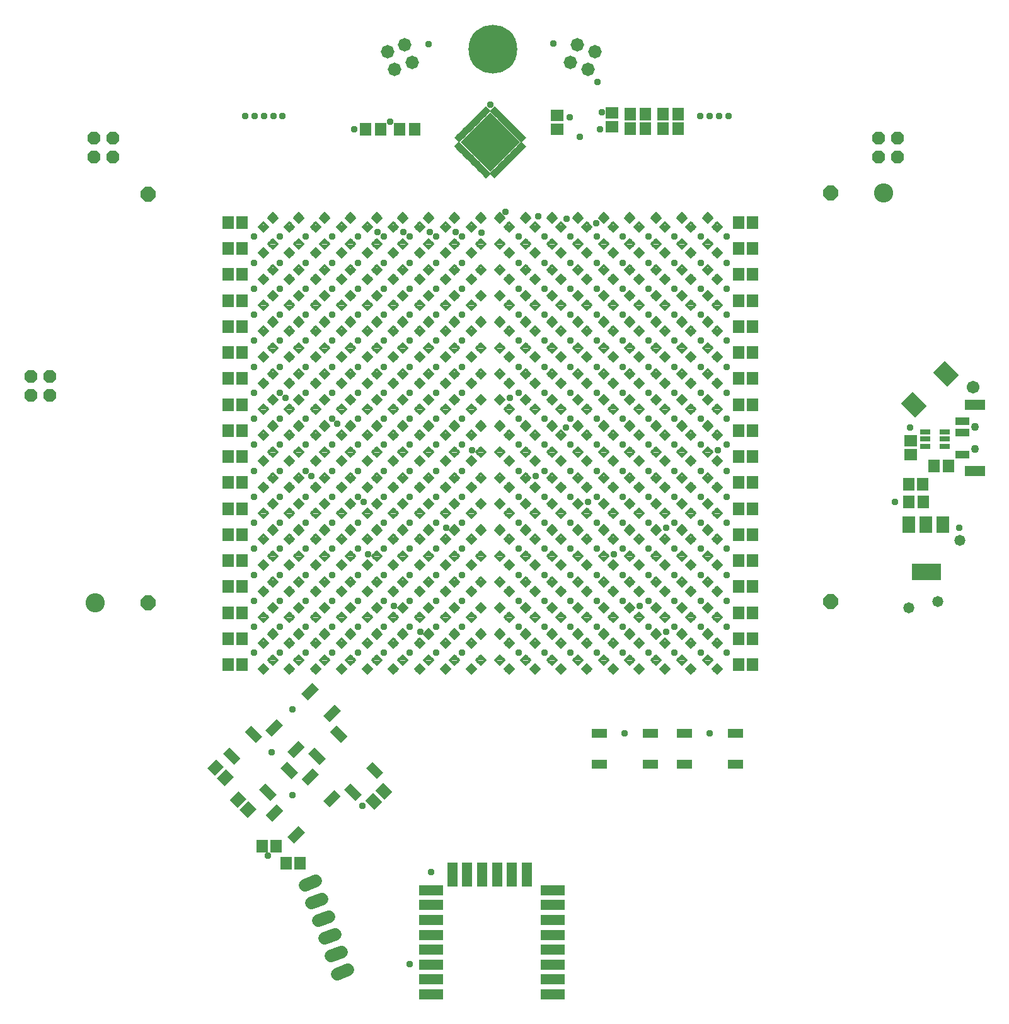
<source format=gts>
G04 EAGLE Gerber X2 export*
G75*
%MOMM*%
%FSLAX34Y34*%
%LPD*%
%AMOC8*
5,1,8,0,0,1.08239X$1,22.5*%
G01*
%ADD10C,6.553200*%
%ADD11C,0.360959*%
%ADD12R,5.603200X5.603200*%
%ADD13R,0.943200X0.423200*%
%ADD14R,1.503200X1.703200*%
%ADD15P,2.152008X8X292.500000*%
%ADD16C,2.583200*%
%ADD17P,2.152008X8X112.500000*%
%ADD18R,1.403200X0.753200*%
%ADD19R,2.203200X2.703200*%
%ADD20R,1.703200X1.503200*%
%ADD21R,1.701800X2.209800*%
%ADD22R,4.013200X2.209800*%
%ADD23R,1.503200X1.803200*%
%ADD24C,1.103200*%
%ADD25R,1.903200X1.103200*%
%ADD26R,2.743200X1.473200*%
%ADD27R,3.203200X1.403200*%
%ADD28R,1.403200X3.203200*%
%ADD29C,1.727200*%
%ADD30P,1.852186X8X22.500000*%
%ADD31P,1.852186X8X44.500000*%
%ADD32P,1.852186X8X360.500000*%
%ADD33R,2.108200X1.219200*%
%ADD34C,1.473200*%
%ADD35C,0.959600*%
%ADD36C,1.703200*%


D10*
X750495Y1470167D03*
D11*
X448584Y1230909D02*
X442629Y1236864D01*
X448584Y1230909D02*
X442629Y1224954D01*
X436674Y1230909D01*
X442629Y1236864D01*
X446238Y1228563D02*
X439020Y1228563D01*
X437937Y1232172D02*
X447321Y1232172D01*
X443712Y1235781D02*
X441546Y1235781D01*
X455031Y1249266D02*
X460986Y1243311D01*
X455031Y1237356D01*
X449076Y1243311D01*
X455031Y1249266D01*
X458640Y1240965D02*
X451422Y1240965D01*
X450339Y1244574D02*
X459723Y1244574D01*
X456114Y1248183D02*
X453948Y1248183D01*
X442629Y1201939D02*
X448584Y1195984D01*
X442629Y1190029D01*
X436674Y1195984D01*
X442629Y1201939D01*
X446238Y1193638D02*
X439020Y1193638D01*
X437937Y1197247D02*
X447321Y1197247D01*
X443712Y1200856D02*
X441546Y1200856D01*
X455031Y1214341D02*
X460986Y1208386D01*
X455031Y1202431D01*
X449076Y1208386D01*
X455031Y1214341D01*
X458640Y1206040D02*
X451422Y1206040D01*
X450339Y1209649D02*
X459723Y1209649D01*
X456114Y1213258D02*
X453948Y1213258D01*
X442629Y852689D02*
X448584Y846734D01*
X442629Y840779D01*
X436674Y846734D01*
X442629Y852689D01*
X446238Y844388D02*
X439020Y844388D01*
X437937Y847997D02*
X447321Y847997D01*
X443712Y851606D02*
X441546Y851606D01*
X455031Y865091D02*
X460986Y859136D01*
X455031Y853181D01*
X449076Y859136D01*
X455031Y865091D01*
X458640Y856790D02*
X451422Y856790D01*
X450339Y860399D02*
X459723Y860399D01*
X456114Y864008D02*
X453948Y864008D01*
X477554Y852689D02*
X483509Y846734D01*
X477554Y840779D01*
X471599Y846734D01*
X477554Y852689D01*
X481163Y844388D02*
X473945Y844388D01*
X472862Y847997D02*
X482246Y847997D01*
X478637Y851606D02*
X476471Y851606D01*
X489956Y865091D02*
X495911Y859136D01*
X489956Y853181D01*
X484001Y859136D01*
X489956Y865091D01*
X493565Y856790D02*
X486347Y856790D01*
X485264Y860399D02*
X494648Y860399D01*
X491039Y864008D02*
X488873Y864008D01*
X512479Y852689D02*
X518434Y846734D01*
X512479Y840779D01*
X506524Y846734D01*
X512479Y852689D01*
X516088Y844388D02*
X508870Y844388D01*
X507787Y847997D02*
X517171Y847997D01*
X513562Y851606D02*
X511396Y851606D01*
X524881Y865091D02*
X530836Y859136D01*
X524881Y853181D01*
X518926Y859136D01*
X524881Y865091D01*
X528490Y856790D02*
X521272Y856790D01*
X520189Y860399D02*
X529573Y860399D01*
X525964Y864008D02*
X523798Y864008D01*
X547404Y852689D02*
X553359Y846734D01*
X547404Y840779D01*
X541449Y846734D01*
X547404Y852689D01*
X551013Y844388D02*
X543795Y844388D01*
X542712Y847997D02*
X552096Y847997D01*
X548487Y851606D02*
X546321Y851606D01*
X559806Y865091D02*
X565761Y859136D01*
X559806Y853181D01*
X553851Y859136D01*
X559806Y865091D01*
X563415Y856790D02*
X556197Y856790D01*
X555114Y860399D02*
X564498Y860399D01*
X560889Y864008D02*
X558723Y864008D01*
X582329Y852689D02*
X588284Y846734D01*
X582329Y840779D01*
X576374Y846734D01*
X582329Y852689D01*
X585938Y844388D02*
X578720Y844388D01*
X577637Y847997D02*
X587021Y847997D01*
X583412Y851606D02*
X581246Y851606D01*
X594731Y865091D02*
X600686Y859136D01*
X594731Y853181D01*
X588776Y859136D01*
X594731Y865091D01*
X598340Y856790D02*
X591122Y856790D01*
X590039Y860399D02*
X599423Y860399D01*
X595814Y864008D02*
X593648Y864008D01*
X617254Y852689D02*
X623209Y846734D01*
X617254Y840779D01*
X611299Y846734D01*
X617254Y852689D01*
X620863Y844388D02*
X613645Y844388D01*
X612562Y847997D02*
X621946Y847997D01*
X618337Y851606D02*
X616171Y851606D01*
X629656Y865091D02*
X635611Y859136D01*
X629656Y853181D01*
X623701Y859136D01*
X629656Y865091D01*
X633265Y856790D02*
X626047Y856790D01*
X624964Y860399D02*
X634348Y860399D01*
X630739Y864008D02*
X628573Y864008D01*
X652179Y852689D02*
X658134Y846734D01*
X652179Y840779D01*
X646224Y846734D01*
X652179Y852689D01*
X655788Y844388D02*
X648570Y844388D01*
X647487Y847997D02*
X656871Y847997D01*
X653262Y851606D02*
X651096Y851606D01*
X664581Y865091D02*
X670536Y859136D01*
X664581Y853181D01*
X658626Y859136D01*
X664581Y865091D01*
X668190Y856790D02*
X660972Y856790D01*
X659889Y860399D02*
X669273Y860399D01*
X665664Y864008D02*
X663498Y864008D01*
X687104Y852689D02*
X693059Y846734D01*
X687104Y840779D01*
X681149Y846734D01*
X687104Y852689D01*
X690713Y844388D02*
X683495Y844388D01*
X682412Y847997D02*
X691796Y847997D01*
X688187Y851606D02*
X686021Y851606D01*
X699506Y865091D02*
X705461Y859136D01*
X699506Y853181D01*
X693551Y859136D01*
X699506Y865091D01*
X703115Y856790D02*
X695897Y856790D01*
X694814Y860399D02*
X704198Y860399D01*
X700589Y864008D02*
X698423Y864008D01*
X722029Y852689D02*
X727984Y846734D01*
X722029Y840779D01*
X716074Y846734D01*
X722029Y852689D01*
X725638Y844388D02*
X718420Y844388D01*
X717337Y847997D02*
X726721Y847997D01*
X723112Y851606D02*
X720946Y851606D01*
X734431Y865091D02*
X740386Y859136D01*
X734431Y853181D01*
X728476Y859136D01*
X734431Y865091D01*
X738040Y856790D02*
X730822Y856790D01*
X729739Y860399D02*
X739123Y860399D01*
X735514Y864008D02*
X733348Y864008D01*
X448584Y811809D02*
X442629Y817764D01*
X448584Y811809D02*
X442629Y805854D01*
X436674Y811809D01*
X442629Y817764D01*
X446238Y809463D02*
X439020Y809463D01*
X437937Y813072D02*
X447321Y813072D01*
X443712Y816681D02*
X441546Y816681D01*
X455031Y830166D02*
X460986Y824211D01*
X455031Y818256D01*
X449076Y824211D01*
X455031Y830166D01*
X458640Y821865D02*
X451422Y821865D01*
X450339Y825474D02*
X459723Y825474D01*
X456114Y829083D02*
X453948Y829083D01*
X483509Y1195984D02*
X477554Y1201939D01*
X483509Y1195984D02*
X477554Y1190029D01*
X471599Y1195984D01*
X477554Y1201939D01*
X481163Y1193638D02*
X473945Y1193638D01*
X472862Y1197247D02*
X482246Y1197247D01*
X478637Y1200856D02*
X476471Y1200856D01*
X489956Y1214341D02*
X495911Y1208386D01*
X489956Y1202431D01*
X484001Y1208386D01*
X489956Y1214341D01*
X493565Y1206040D02*
X486347Y1206040D01*
X485264Y1209649D02*
X494648Y1209649D01*
X491039Y1213258D02*
X488873Y1213258D01*
X477554Y817764D02*
X483509Y811809D01*
X477554Y805854D01*
X471599Y811809D01*
X477554Y817764D01*
X481163Y809463D02*
X473945Y809463D01*
X472862Y813072D02*
X482246Y813072D01*
X478637Y816681D02*
X476471Y816681D01*
X489956Y830166D02*
X495911Y824211D01*
X489956Y818256D01*
X484001Y824211D01*
X489956Y830166D01*
X493565Y821865D02*
X486347Y821865D01*
X485264Y825474D02*
X494648Y825474D01*
X491039Y829083D02*
X488873Y829083D01*
X512479Y817764D02*
X518434Y811809D01*
X512479Y805854D01*
X506524Y811809D01*
X512479Y817764D01*
X516088Y809463D02*
X508870Y809463D01*
X507787Y813072D02*
X517171Y813072D01*
X513562Y816681D02*
X511396Y816681D01*
X524881Y830166D02*
X530836Y824211D01*
X524881Y818256D01*
X518926Y824211D01*
X524881Y830166D01*
X528490Y821865D02*
X521272Y821865D01*
X520189Y825474D02*
X529573Y825474D01*
X525964Y829083D02*
X523798Y829083D01*
X547404Y817764D02*
X553359Y811809D01*
X547404Y805854D01*
X541449Y811809D01*
X547404Y817764D01*
X551013Y809463D02*
X543795Y809463D01*
X542712Y813072D02*
X552096Y813072D01*
X548487Y816681D02*
X546321Y816681D01*
X559806Y830166D02*
X565761Y824211D01*
X559806Y818256D01*
X553851Y824211D01*
X559806Y830166D01*
X563415Y821865D02*
X556197Y821865D01*
X555114Y825474D02*
X564498Y825474D01*
X560889Y829083D02*
X558723Y829083D01*
X582329Y817764D02*
X588284Y811809D01*
X582329Y805854D01*
X576374Y811809D01*
X582329Y817764D01*
X585938Y809463D02*
X578720Y809463D01*
X577637Y813072D02*
X587021Y813072D01*
X583412Y816681D02*
X581246Y816681D01*
X594731Y830166D02*
X600686Y824211D01*
X594731Y818256D01*
X588776Y824211D01*
X594731Y830166D01*
X598340Y821865D02*
X591122Y821865D01*
X590039Y825474D02*
X599423Y825474D01*
X595814Y829083D02*
X593648Y829083D01*
X617254Y817764D02*
X623209Y811809D01*
X617254Y805854D01*
X611299Y811809D01*
X617254Y817764D01*
X620863Y809463D02*
X613645Y809463D01*
X612562Y813072D02*
X621946Y813072D01*
X618337Y816681D02*
X616171Y816681D01*
X629656Y830166D02*
X635611Y824211D01*
X629656Y818256D01*
X623701Y824211D01*
X629656Y830166D01*
X633265Y821865D02*
X626047Y821865D01*
X624964Y825474D02*
X634348Y825474D01*
X630739Y829083D02*
X628573Y829083D01*
X652179Y817764D02*
X658134Y811809D01*
X652179Y805854D01*
X646224Y811809D01*
X652179Y817764D01*
X655788Y809463D02*
X648570Y809463D01*
X647487Y813072D02*
X656871Y813072D01*
X653262Y816681D02*
X651096Y816681D01*
X664581Y830166D02*
X670536Y824211D01*
X664581Y818256D01*
X658626Y824211D01*
X664581Y830166D01*
X668190Y821865D02*
X660972Y821865D01*
X659889Y825474D02*
X669273Y825474D01*
X665664Y829083D02*
X663498Y829083D01*
X687104Y817764D02*
X693059Y811809D01*
X687104Y805854D01*
X681149Y811809D01*
X687104Y817764D01*
X690713Y809463D02*
X683495Y809463D01*
X682412Y813072D02*
X691796Y813072D01*
X688187Y816681D02*
X686021Y816681D01*
X699506Y830166D02*
X705461Y824211D01*
X699506Y818256D01*
X693551Y824211D01*
X699506Y830166D01*
X703115Y821865D02*
X695897Y821865D01*
X694814Y825474D02*
X704198Y825474D01*
X700589Y829083D02*
X698423Y829083D01*
X722029Y817764D02*
X727984Y811809D01*
X722029Y805854D01*
X716074Y811809D01*
X722029Y817764D01*
X725638Y809463D02*
X718420Y809463D01*
X717337Y813072D02*
X726721Y813072D01*
X723112Y816681D02*
X720946Y816681D01*
X734431Y830166D02*
X740386Y824211D01*
X734431Y818256D01*
X728476Y824211D01*
X734431Y830166D01*
X738040Y821865D02*
X730822Y821865D01*
X729739Y825474D02*
X739123Y825474D01*
X735514Y829083D02*
X733348Y829083D01*
X448584Y776884D02*
X442629Y782839D01*
X448584Y776884D02*
X442629Y770929D01*
X436674Y776884D01*
X442629Y782839D01*
X446238Y774538D02*
X439020Y774538D01*
X437937Y778147D02*
X447321Y778147D01*
X443712Y781756D02*
X441546Y781756D01*
X455031Y795241D02*
X460986Y789286D01*
X455031Y783331D01*
X449076Y789286D01*
X455031Y795241D01*
X458640Y786940D02*
X451422Y786940D01*
X450339Y790549D02*
X459723Y790549D01*
X456114Y794158D02*
X453948Y794158D01*
X477554Y782839D02*
X483509Y776884D01*
X477554Y770929D01*
X471599Y776884D01*
X477554Y782839D01*
X481163Y774538D02*
X473945Y774538D01*
X472862Y778147D02*
X482246Y778147D01*
X478637Y781756D02*
X476471Y781756D01*
X489956Y795241D02*
X495911Y789286D01*
X489956Y783331D01*
X484001Y789286D01*
X489956Y795241D01*
X493565Y786940D02*
X486347Y786940D01*
X485264Y790549D02*
X494648Y790549D01*
X491039Y794158D02*
X488873Y794158D01*
X518434Y1195984D02*
X512479Y1201939D01*
X518434Y1195984D02*
X512479Y1190029D01*
X506524Y1195984D01*
X512479Y1201939D01*
X516088Y1193638D02*
X508870Y1193638D01*
X507787Y1197247D02*
X517171Y1197247D01*
X513562Y1200856D02*
X511396Y1200856D01*
X524881Y1214341D02*
X530836Y1208386D01*
X524881Y1202431D01*
X518926Y1208386D01*
X524881Y1214341D01*
X528490Y1206040D02*
X521272Y1206040D01*
X520189Y1209649D02*
X529573Y1209649D01*
X525964Y1213258D02*
X523798Y1213258D01*
X512479Y782839D02*
X518434Y776884D01*
X512479Y770929D01*
X506524Y776884D01*
X512479Y782839D01*
X516088Y774538D02*
X508870Y774538D01*
X507787Y778147D02*
X517171Y778147D01*
X513562Y781756D02*
X511396Y781756D01*
X524881Y795241D02*
X530836Y789286D01*
X524881Y783331D01*
X518926Y789286D01*
X524881Y795241D01*
X528490Y786940D02*
X521272Y786940D01*
X520189Y790549D02*
X529573Y790549D01*
X525964Y794158D02*
X523798Y794158D01*
X547404Y782839D02*
X553359Y776884D01*
X547404Y770929D01*
X541449Y776884D01*
X547404Y782839D01*
X551013Y774538D02*
X543795Y774538D01*
X542712Y778147D02*
X552096Y778147D01*
X548487Y781756D02*
X546321Y781756D01*
X559806Y795241D02*
X565761Y789286D01*
X559806Y783331D01*
X553851Y789286D01*
X559806Y795241D01*
X563415Y786940D02*
X556197Y786940D01*
X555114Y790549D02*
X564498Y790549D01*
X560889Y794158D02*
X558723Y794158D01*
X582329Y782839D02*
X588284Y776884D01*
X582329Y770929D01*
X576374Y776884D01*
X582329Y782839D01*
X585938Y774538D02*
X578720Y774538D01*
X577637Y778147D02*
X587021Y778147D01*
X583412Y781756D02*
X581246Y781756D01*
X594731Y795241D02*
X600686Y789286D01*
X594731Y783331D01*
X588776Y789286D01*
X594731Y795241D01*
X598340Y786940D02*
X591122Y786940D01*
X590039Y790549D02*
X599423Y790549D01*
X595814Y794158D02*
X593648Y794158D01*
X617254Y782839D02*
X623209Y776884D01*
X617254Y770929D01*
X611299Y776884D01*
X617254Y782839D01*
X620863Y774538D02*
X613645Y774538D01*
X612562Y778147D02*
X621946Y778147D01*
X618337Y781756D02*
X616171Y781756D01*
X629656Y795241D02*
X635611Y789286D01*
X629656Y783331D01*
X623701Y789286D01*
X629656Y795241D01*
X633265Y786940D02*
X626047Y786940D01*
X624964Y790549D02*
X634348Y790549D01*
X630739Y794158D02*
X628573Y794158D01*
X652179Y782839D02*
X658134Y776884D01*
X652179Y770929D01*
X646224Y776884D01*
X652179Y782839D01*
X655788Y774538D02*
X648570Y774538D01*
X647487Y778147D02*
X656871Y778147D01*
X653262Y781756D02*
X651096Y781756D01*
X664581Y795241D02*
X670536Y789286D01*
X664581Y783331D01*
X658626Y789286D01*
X664581Y795241D01*
X668190Y786940D02*
X660972Y786940D01*
X659889Y790549D02*
X669273Y790549D01*
X665664Y794158D02*
X663498Y794158D01*
X687104Y782839D02*
X693059Y776884D01*
X687104Y770929D01*
X681149Y776884D01*
X687104Y782839D01*
X690713Y774538D02*
X683495Y774538D01*
X682412Y778147D02*
X691796Y778147D01*
X688187Y781756D02*
X686021Y781756D01*
X699506Y795241D02*
X705461Y789286D01*
X699506Y783331D01*
X693551Y789286D01*
X699506Y795241D01*
X703115Y786940D02*
X695897Y786940D01*
X694814Y790549D02*
X704198Y790549D01*
X700589Y794158D02*
X698423Y794158D01*
X722029Y782839D02*
X727984Y776884D01*
X722029Y770929D01*
X716074Y776884D01*
X722029Y782839D01*
X725638Y774538D02*
X718420Y774538D01*
X717337Y778147D02*
X726721Y778147D01*
X723112Y781756D02*
X720946Y781756D01*
X734431Y795241D02*
X740386Y789286D01*
X734431Y783331D01*
X728476Y789286D01*
X734431Y795241D01*
X738040Y786940D02*
X730822Y786940D01*
X729739Y790549D02*
X739123Y790549D01*
X735514Y794158D02*
X733348Y794158D01*
X448584Y741959D02*
X442629Y747914D01*
X448584Y741959D02*
X442629Y736004D01*
X436674Y741959D01*
X442629Y747914D01*
X446238Y739613D02*
X439020Y739613D01*
X437937Y743222D02*
X447321Y743222D01*
X443712Y746831D02*
X441546Y746831D01*
X455031Y760316D02*
X460986Y754361D01*
X455031Y748406D01*
X449076Y754361D01*
X455031Y760316D01*
X458640Y752015D02*
X451422Y752015D01*
X450339Y755624D02*
X459723Y755624D01*
X456114Y759233D02*
X453948Y759233D01*
X477554Y747914D02*
X483509Y741959D01*
X477554Y736004D01*
X471599Y741959D01*
X477554Y747914D01*
X481163Y739613D02*
X473945Y739613D01*
X472862Y743222D02*
X482246Y743222D01*
X478637Y746831D02*
X476471Y746831D01*
X489956Y760316D02*
X495911Y754361D01*
X489956Y748406D01*
X484001Y754361D01*
X489956Y760316D01*
X493565Y752015D02*
X486347Y752015D01*
X485264Y755624D02*
X494648Y755624D01*
X491039Y759233D02*
X488873Y759233D01*
X512479Y747914D02*
X518434Y741959D01*
X512479Y736004D01*
X506524Y741959D01*
X512479Y747914D01*
X516088Y739613D02*
X508870Y739613D01*
X507787Y743222D02*
X517171Y743222D01*
X513562Y746831D02*
X511396Y746831D01*
X524881Y760316D02*
X530836Y754361D01*
X524881Y748406D01*
X518926Y754361D01*
X524881Y760316D01*
X528490Y752015D02*
X521272Y752015D01*
X520189Y755624D02*
X529573Y755624D01*
X525964Y759233D02*
X523798Y759233D01*
X553359Y1195984D02*
X547404Y1201939D01*
X553359Y1195984D02*
X547404Y1190029D01*
X541449Y1195984D01*
X547404Y1201939D01*
X551013Y1193638D02*
X543795Y1193638D01*
X542712Y1197247D02*
X552096Y1197247D01*
X548487Y1200856D02*
X546321Y1200856D01*
X559806Y1214341D02*
X565761Y1208386D01*
X559806Y1202431D01*
X553851Y1208386D01*
X559806Y1214341D01*
X563415Y1206040D02*
X556197Y1206040D01*
X555114Y1209649D02*
X564498Y1209649D01*
X560889Y1213258D02*
X558723Y1213258D01*
X547404Y747914D02*
X553359Y741959D01*
X547404Y736004D01*
X541449Y741959D01*
X547404Y747914D01*
X551013Y739613D02*
X543795Y739613D01*
X542712Y743222D02*
X552096Y743222D01*
X548487Y746831D02*
X546321Y746831D01*
X559806Y760316D02*
X565761Y754361D01*
X559806Y748406D01*
X553851Y754361D01*
X559806Y760316D01*
X563415Y752015D02*
X556197Y752015D01*
X555114Y755624D02*
X564498Y755624D01*
X560889Y759233D02*
X558723Y759233D01*
X582329Y747914D02*
X588284Y741959D01*
X582329Y736004D01*
X576374Y741959D01*
X582329Y747914D01*
X585938Y739613D02*
X578720Y739613D01*
X577637Y743222D02*
X587021Y743222D01*
X583412Y746831D02*
X581246Y746831D01*
X594731Y760316D02*
X600686Y754361D01*
X594731Y748406D01*
X588776Y754361D01*
X594731Y760316D01*
X598340Y752015D02*
X591122Y752015D01*
X590039Y755624D02*
X599423Y755624D01*
X595814Y759233D02*
X593648Y759233D01*
X617254Y747914D02*
X623209Y741959D01*
X617254Y736004D01*
X611299Y741959D01*
X617254Y747914D01*
X620863Y739613D02*
X613645Y739613D01*
X612562Y743222D02*
X621946Y743222D01*
X618337Y746831D02*
X616171Y746831D01*
X629656Y760316D02*
X635611Y754361D01*
X629656Y748406D01*
X623701Y754361D01*
X629656Y760316D01*
X633265Y752015D02*
X626047Y752015D01*
X624964Y755624D02*
X634348Y755624D01*
X630739Y759233D02*
X628573Y759233D01*
X652179Y747914D02*
X658134Y741959D01*
X652179Y736004D01*
X646224Y741959D01*
X652179Y747914D01*
X655788Y739613D02*
X648570Y739613D01*
X647487Y743222D02*
X656871Y743222D01*
X653262Y746831D02*
X651096Y746831D01*
X664581Y760316D02*
X670536Y754361D01*
X664581Y748406D01*
X658626Y754361D01*
X664581Y760316D01*
X668190Y752015D02*
X660972Y752015D01*
X659889Y755624D02*
X669273Y755624D01*
X665664Y759233D02*
X663498Y759233D01*
X687104Y747914D02*
X693059Y741959D01*
X687104Y736004D01*
X681149Y741959D01*
X687104Y747914D01*
X690713Y739613D02*
X683495Y739613D01*
X682412Y743222D02*
X691796Y743222D01*
X688187Y746831D02*
X686021Y746831D01*
X699506Y760316D02*
X705461Y754361D01*
X699506Y748406D01*
X693551Y754361D01*
X699506Y760316D01*
X703115Y752015D02*
X695897Y752015D01*
X694814Y755624D02*
X704198Y755624D01*
X700589Y759233D02*
X698423Y759233D01*
X722029Y747914D02*
X727984Y741959D01*
X722029Y736004D01*
X716074Y741959D01*
X722029Y747914D01*
X725638Y739613D02*
X718420Y739613D01*
X717337Y743222D02*
X726721Y743222D01*
X723112Y746831D02*
X720946Y746831D01*
X734431Y760316D02*
X740386Y754361D01*
X734431Y748406D01*
X728476Y754361D01*
X734431Y760316D01*
X738040Y752015D02*
X730822Y752015D01*
X729739Y755624D02*
X739123Y755624D01*
X735514Y759233D02*
X733348Y759233D01*
X448584Y707034D02*
X442629Y712989D01*
X448584Y707034D02*
X442629Y701079D01*
X436674Y707034D01*
X442629Y712989D01*
X446238Y704688D02*
X439020Y704688D01*
X437937Y708297D02*
X447321Y708297D01*
X443712Y711906D02*
X441546Y711906D01*
X455031Y725391D02*
X460986Y719436D01*
X455031Y713481D01*
X449076Y719436D01*
X455031Y725391D01*
X458640Y717090D02*
X451422Y717090D01*
X450339Y720699D02*
X459723Y720699D01*
X456114Y724308D02*
X453948Y724308D01*
X477554Y712989D02*
X483509Y707034D01*
X477554Y701079D01*
X471599Y707034D01*
X477554Y712989D01*
X481163Y704688D02*
X473945Y704688D01*
X472862Y708297D02*
X482246Y708297D01*
X478637Y711906D02*
X476471Y711906D01*
X489956Y725391D02*
X495911Y719436D01*
X489956Y713481D01*
X484001Y719436D01*
X489956Y725391D01*
X493565Y717090D02*
X486347Y717090D01*
X485264Y720699D02*
X494648Y720699D01*
X491039Y724308D02*
X488873Y724308D01*
X512479Y712989D02*
X518434Y707034D01*
X512479Y701079D01*
X506524Y707034D01*
X512479Y712989D01*
X516088Y704688D02*
X508870Y704688D01*
X507787Y708297D02*
X517171Y708297D01*
X513562Y711906D02*
X511396Y711906D01*
X524881Y725391D02*
X530836Y719436D01*
X524881Y713481D01*
X518926Y719436D01*
X524881Y725391D01*
X528490Y717090D02*
X521272Y717090D01*
X520189Y720699D02*
X529573Y720699D01*
X525964Y724308D02*
X523798Y724308D01*
X547404Y712989D02*
X553359Y707034D01*
X547404Y701079D01*
X541449Y707034D01*
X547404Y712989D01*
X551013Y704688D02*
X543795Y704688D01*
X542712Y708297D02*
X552096Y708297D01*
X548487Y711906D02*
X546321Y711906D01*
X559806Y725391D02*
X565761Y719436D01*
X559806Y713481D01*
X553851Y719436D01*
X559806Y725391D01*
X563415Y717090D02*
X556197Y717090D01*
X555114Y720699D02*
X564498Y720699D01*
X560889Y724308D02*
X558723Y724308D01*
X588284Y1195984D02*
X582329Y1201939D01*
X588284Y1195984D02*
X582329Y1190029D01*
X576374Y1195984D01*
X582329Y1201939D01*
X585938Y1193638D02*
X578720Y1193638D01*
X577637Y1197247D02*
X587021Y1197247D01*
X583412Y1200856D02*
X581246Y1200856D01*
X594731Y1214341D02*
X600686Y1208386D01*
X594731Y1202431D01*
X588776Y1208386D01*
X594731Y1214341D01*
X598340Y1206040D02*
X591122Y1206040D01*
X590039Y1209649D02*
X599423Y1209649D01*
X595814Y1213258D02*
X593648Y1213258D01*
X582329Y712989D02*
X588284Y707034D01*
X582329Y701079D01*
X576374Y707034D01*
X582329Y712989D01*
X585938Y704688D02*
X578720Y704688D01*
X577637Y708297D02*
X587021Y708297D01*
X583412Y711906D02*
X581246Y711906D01*
X594731Y725391D02*
X600686Y719436D01*
X594731Y713481D01*
X588776Y719436D01*
X594731Y725391D01*
X598340Y717090D02*
X591122Y717090D01*
X590039Y720699D02*
X599423Y720699D01*
X595814Y724308D02*
X593648Y724308D01*
X617254Y712989D02*
X623209Y707034D01*
X617254Y701079D01*
X611299Y707034D01*
X617254Y712989D01*
X620863Y704688D02*
X613645Y704688D01*
X612562Y708297D02*
X621946Y708297D01*
X618337Y711906D02*
X616171Y711906D01*
X629656Y725391D02*
X635611Y719436D01*
X629656Y713481D01*
X623701Y719436D01*
X629656Y725391D01*
X633265Y717090D02*
X626047Y717090D01*
X624964Y720699D02*
X634348Y720699D01*
X630739Y724308D02*
X628573Y724308D01*
X652179Y712989D02*
X658134Y707034D01*
X652179Y701079D01*
X646224Y707034D01*
X652179Y712989D01*
X655788Y704688D02*
X648570Y704688D01*
X647487Y708297D02*
X656871Y708297D01*
X653262Y711906D02*
X651096Y711906D01*
X664581Y725391D02*
X670536Y719436D01*
X664581Y713481D01*
X658626Y719436D01*
X664581Y725391D01*
X668190Y717090D02*
X660972Y717090D01*
X659889Y720699D02*
X669273Y720699D01*
X665664Y724308D02*
X663498Y724308D01*
X687104Y712989D02*
X693059Y707034D01*
X687104Y701079D01*
X681149Y707034D01*
X687104Y712989D01*
X690713Y704688D02*
X683495Y704688D01*
X682412Y708297D02*
X691796Y708297D01*
X688187Y711906D02*
X686021Y711906D01*
X699506Y725391D02*
X705461Y719436D01*
X699506Y713481D01*
X693551Y719436D01*
X699506Y725391D01*
X703115Y717090D02*
X695897Y717090D01*
X694814Y720699D02*
X704198Y720699D01*
X700589Y724308D02*
X698423Y724308D01*
X722029Y712989D02*
X727984Y707034D01*
X722029Y701079D01*
X716074Y707034D01*
X722029Y712989D01*
X725638Y704688D02*
X718420Y704688D01*
X717337Y708297D02*
X726721Y708297D01*
X723112Y711906D02*
X720946Y711906D01*
X734431Y725391D02*
X740386Y719436D01*
X734431Y713481D01*
X728476Y719436D01*
X734431Y725391D01*
X738040Y717090D02*
X730822Y717090D01*
X729739Y720699D02*
X739123Y720699D01*
X735514Y724308D02*
X733348Y724308D01*
X448584Y672109D02*
X442629Y678064D01*
X448584Y672109D02*
X442629Y666154D01*
X436674Y672109D01*
X442629Y678064D01*
X446238Y669763D02*
X439020Y669763D01*
X437937Y673372D02*
X447321Y673372D01*
X443712Y676981D02*
X441546Y676981D01*
X455031Y690466D02*
X460986Y684511D01*
X455031Y678556D01*
X449076Y684511D01*
X455031Y690466D01*
X458640Y682165D02*
X451422Y682165D01*
X450339Y685774D02*
X459723Y685774D01*
X456114Y689383D02*
X453948Y689383D01*
X477554Y678064D02*
X483509Y672109D01*
X477554Y666154D01*
X471599Y672109D01*
X477554Y678064D01*
X481163Y669763D02*
X473945Y669763D01*
X472862Y673372D02*
X482246Y673372D01*
X478637Y676981D02*
X476471Y676981D01*
X489956Y690466D02*
X495911Y684511D01*
X489956Y678556D01*
X484001Y684511D01*
X489956Y690466D01*
X493565Y682165D02*
X486347Y682165D01*
X485264Y685774D02*
X494648Y685774D01*
X491039Y689383D02*
X488873Y689383D01*
X512479Y678064D02*
X518434Y672109D01*
X512479Y666154D01*
X506524Y672109D01*
X512479Y678064D01*
X516088Y669763D02*
X508870Y669763D01*
X507787Y673372D02*
X517171Y673372D01*
X513562Y676981D02*
X511396Y676981D01*
X524881Y690466D02*
X530836Y684511D01*
X524881Y678556D01*
X518926Y684511D01*
X524881Y690466D01*
X528490Y682165D02*
X521272Y682165D01*
X520189Y685774D02*
X529573Y685774D01*
X525964Y689383D02*
X523798Y689383D01*
X547404Y678064D02*
X553359Y672109D01*
X547404Y666154D01*
X541449Y672109D01*
X547404Y678064D01*
X551013Y669763D02*
X543795Y669763D01*
X542712Y673372D02*
X552096Y673372D01*
X548487Y676981D02*
X546321Y676981D01*
X559806Y690466D02*
X565761Y684511D01*
X559806Y678556D01*
X553851Y684511D01*
X559806Y690466D01*
X563415Y682165D02*
X556197Y682165D01*
X555114Y685774D02*
X564498Y685774D01*
X560889Y689383D02*
X558723Y689383D01*
X582329Y678064D02*
X588284Y672109D01*
X582329Y666154D01*
X576374Y672109D01*
X582329Y678064D01*
X585938Y669763D02*
X578720Y669763D01*
X577637Y673372D02*
X587021Y673372D01*
X583412Y676981D02*
X581246Y676981D01*
X594731Y690466D02*
X600686Y684511D01*
X594731Y678556D01*
X588776Y684511D01*
X594731Y690466D01*
X598340Y682165D02*
X591122Y682165D01*
X590039Y685774D02*
X599423Y685774D01*
X595814Y689383D02*
X593648Y689383D01*
X623209Y1195984D02*
X617254Y1201939D01*
X623209Y1195984D02*
X617254Y1190029D01*
X611299Y1195984D01*
X617254Y1201939D01*
X620863Y1193638D02*
X613645Y1193638D01*
X612562Y1197247D02*
X621946Y1197247D01*
X618337Y1200856D02*
X616171Y1200856D01*
X629656Y1214341D02*
X635611Y1208386D01*
X629656Y1202431D01*
X623701Y1208386D01*
X629656Y1214341D01*
X633265Y1206040D02*
X626047Y1206040D01*
X624964Y1209649D02*
X634348Y1209649D01*
X630739Y1213258D02*
X628573Y1213258D01*
X617254Y678064D02*
X623209Y672109D01*
X617254Y666154D01*
X611299Y672109D01*
X617254Y678064D01*
X620863Y669763D02*
X613645Y669763D01*
X612562Y673372D02*
X621946Y673372D01*
X618337Y676981D02*
X616171Y676981D01*
X629656Y690466D02*
X635611Y684511D01*
X629656Y678556D01*
X623701Y684511D01*
X629656Y690466D01*
X633265Y682165D02*
X626047Y682165D01*
X624964Y685774D02*
X634348Y685774D01*
X630739Y689383D02*
X628573Y689383D01*
X652179Y678064D02*
X658134Y672109D01*
X652179Y666154D01*
X646224Y672109D01*
X652179Y678064D01*
X655788Y669763D02*
X648570Y669763D01*
X647487Y673372D02*
X656871Y673372D01*
X653262Y676981D02*
X651096Y676981D01*
X664581Y690466D02*
X670536Y684511D01*
X664581Y678556D01*
X658626Y684511D01*
X664581Y690466D01*
X668190Y682165D02*
X660972Y682165D01*
X659889Y685774D02*
X669273Y685774D01*
X665664Y689383D02*
X663498Y689383D01*
X687104Y678064D02*
X693059Y672109D01*
X687104Y666154D01*
X681149Y672109D01*
X687104Y678064D01*
X690713Y669763D02*
X683495Y669763D01*
X682412Y673372D02*
X691796Y673372D01*
X688187Y676981D02*
X686021Y676981D01*
X699506Y690466D02*
X705461Y684511D01*
X699506Y678556D01*
X693551Y684511D01*
X699506Y690466D01*
X703115Y682165D02*
X695897Y682165D01*
X694814Y685774D02*
X704198Y685774D01*
X700589Y689383D02*
X698423Y689383D01*
X722029Y678064D02*
X727984Y672109D01*
X722029Y666154D01*
X716074Y672109D01*
X722029Y678064D01*
X725638Y669763D02*
X718420Y669763D01*
X717337Y673372D02*
X726721Y673372D01*
X723112Y676981D02*
X720946Y676981D01*
X734431Y690466D02*
X740386Y684511D01*
X734431Y678556D01*
X728476Y684511D01*
X734431Y690466D01*
X738040Y682165D02*
X730822Y682165D01*
X729739Y685774D02*
X739123Y685774D01*
X735514Y689383D02*
X733348Y689383D01*
X448584Y637184D02*
X442629Y643139D01*
X448584Y637184D02*
X442629Y631229D01*
X436674Y637184D01*
X442629Y643139D01*
X446238Y634838D02*
X439020Y634838D01*
X437937Y638447D02*
X447321Y638447D01*
X443712Y642056D02*
X441546Y642056D01*
X455031Y655541D02*
X460986Y649586D01*
X455031Y643631D01*
X449076Y649586D01*
X455031Y655541D01*
X458640Y647240D02*
X451422Y647240D01*
X450339Y650849D02*
X459723Y650849D01*
X456114Y654458D02*
X453948Y654458D01*
X477554Y643139D02*
X483509Y637184D01*
X477554Y631229D01*
X471599Y637184D01*
X477554Y643139D01*
X481163Y634838D02*
X473945Y634838D01*
X472862Y638447D02*
X482246Y638447D01*
X478637Y642056D02*
X476471Y642056D01*
X489956Y655541D02*
X495911Y649586D01*
X489956Y643631D01*
X484001Y649586D01*
X489956Y655541D01*
X493565Y647240D02*
X486347Y647240D01*
X485264Y650849D02*
X494648Y650849D01*
X491039Y654458D02*
X488873Y654458D01*
X512479Y643139D02*
X518434Y637184D01*
X512479Y631229D01*
X506524Y637184D01*
X512479Y643139D01*
X516088Y634838D02*
X508870Y634838D01*
X507787Y638447D02*
X517171Y638447D01*
X513562Y642056D02*
X511396Y642056D01*
X524881Y655541D02*
X530836Y649586D01*
X524881Y643631D01*
X518926Y649586D01*
X524881Y655541D01*
X528490Y647240D02*
X521272Y647240D01*
X520189Y650849D02*
X529573Y650849D01*
X525964Y654458D02*
X523798Y654458D01*
X547404Y643139D02*
X553359Y637184D01*
X547404Y631229D01*
X541449Y637184D01*
X547404Y643139D01*
X551013Y634838D02*
X543795Y634838D01*
X542712Y638447D02*
X552096Y638447D01*
X548487Y642056D02*
X546321Y642056D01*
X559806Y655541D02*
X565761Y649586D01*
X559806Y643631D01*
X553851Y649586D01*
X559806Y655541D01*
X563415Y647240D02*
X556197Y647240D01*
X555114Y650849D02*
X564498Y650849D01*
X560889Y654458D02*
X558723Y654458D01*
X582329Y643139D02*
X588284Y637184D01*
X582329Y631229D01*
X576374Y637184D01*
X582329Y643139D01*
X585938Y634838D02*
X578720Y634838D01*
X577637Y638447D02*
X587021Y638447D01*
X583412Y642056D02*
X581246Y642056D01*
X594731Y655541D02*
X600686Y649586D01*
X594731Y643631D01*
X588776Y649586D01*
X594731Y655541D01*
X598340Y647240D02*
X591122Y647240D01*
X590039Y650849D02*
X599423Y650849D01*
X595814Y654458D02*
X593648Y654458D01*
X617254Y643139D02*
X623209Y637184D01*
X617254Y631229D01*
X611299Y637184D01*
X617254Y643139D01*
X620863Y634838D02*
X613645Y634838D01*
X612562Y638447D02*
X621946Y638447D01*
X618337Y642056D02*
X616171Y642056D01*
X629656Y655541D02*
X635611Y649586D01*
X629656Y643631D01*
X623701Y649586D01*
X629656Y655541D01*
X633265Y647240D02*
X626047Y647240D01*
X624964Y650849D02*
X634348Y650849D01*
X630739Y654458D02*
X628573Y654458D01*
X658134Y1195984D02*
X652179Y1201939D01*
X658134Y1195984D02*
X652179Y1190029D01*
X646224Y1195984D01*
X652179Y1201939D01*
X655788Y1193638D02*
X648570Y1193638D01*
X647487Y1197247D02*
X656871Y1197247D01*
X653262Y1200856D02*
X651096Y1200856D01*
X664581Y1214341D02*
X670536Y1208386D01*
X664581Y1202431D01*
X658626Y1208386D01*
X664581Y1214341D01*
X668190Y1206040D02*
X660972Y1206040D01*
X659889Y1209649D02*
X669273Y1209649D01*
X665664Y1213258D02*
X663498Y1213258D01*
X652179Y643139D02*
X658134Y637184D01*
X652179Y631229D01*
X646224Y637184D01*
X652179Y643139D01*
X655788Y634838D02*
X648570Y634838D01*
X647487Y638447D02*
X656871Y638447D01*
X653262Y642056D02*
X651096Y642056D01*
X664581Y655541D02*
X670536Y649586D01*
X664581Y643631D01*
X658626Y649586D01*
X664581Y655541D01*
X668190Y647240D02*
X660972Y647240D01*
X659889Y650849D02*
X669273Y650849D01*
X665664Y654458D02*
X663498Y654458D01*
X687104Y643139D02*
X693059Y637184D01*
X687104Y631229D01*
X681149Y637184D01*
X687104Y643139D01*
X690713Y634838D02*
X683495Y634838D01*
X682412Y638447D02*
X691796Y638447D01*
X688187Y642056D02*
X686021Y642056D01*
X699506Y655541D02*
X705461Y649586D01*
X699506Y643631D01*
X693551Y649586D01*
X699506Y655541D01*
X703115Y647240D02*
X695897Y647240D01*
X694814Y650849D02*
X704198Y650849D01*
X700589Y654458D02*
X698423Y654458D01*
X722029Y643139D02*
X727984Y637184D01*
X722029Y631229D01*
X716074Y637184D01*
X722029Y643139D01*
X725638Y634838D02*
X718420Y634838D01*
X717337Y638447D02*
X726721Y638447D01*
X723112Y642056D02*
X720946Y642056D01*
X734431Y655541D02*
X740386Y649586D01*
X734431Y643631D01*
X728476Y649586D01*
X734431Y655541D01*
X738040Y647240D02*
X730822Y647240D01*
X729739Y650849D02*
X739123Y650849D01*
X735514Y654458D02*
X733348Y654458D01*
X693059Y1195984D02*
X687104Y1201939D01*
X693059Y1195984D02*
X687104Y1190029D01*
X681149Y1195984D01*
X687104Y1201939D01*
X690713Y1193638D02*
X683495Y1193638D01*
X682412Y1197247D02*
X691796Y1197247D01*
X688187Y1200856D02*
X686021Y1200856D01*
X699506Y1214341D02*
X705461Y1208386D01*
X699506Y1202431D01*
X693551Y1208386D01*
X699506Y1214341D01*
X703115Y1206040D02*
X695897Y1206040D01*
X694814Y1209649D02*
X704198Y1209649D01*
X700589Y1213258D02*
X698423Y1213258D01*
X722029Y1201939D02*
X727984Y1195984D01*
X722029Y1190029D01*
X716074Y1195984D01*
X722029Y1201939D01*
X725638Y1193638D02*
X718420Y1193638D01*
X717337Y1197247D02*
X726721Y1197247D01*
X723112Y1200856D02*
X720946Y1200856D01*
X734431Y1214341D02*
X740386Y1208386D01*
X734431Y1202431D01*
X728476Y1208386D01*
X734431Y1214341D01*
X738040Y1206040D02*
X730822Y1206040D01*
X729739Y1209649D02*
X739123Y1209649D01*
X735514Y1213258D02*
X733348Y1213258D01*
X448584Y1161059D02*
X442629Y1167014D01*
X448584Y1161059D02*
X442629Y1155104D01*
X436674Y1161059D01*
X442629Y1167014D01*
X446238Y1158713D02*
X439020Y1158713D01*
X437937Y1162322D02*
X447321Y1162322D01*
X443712Y1165931D02*
X441546Y1165931D01*
X455031Y1179416D02*
X460986Y1173461D01*
X455031Y1167506D01*
X449076Y1173461D01*
X455031Y1179416D01*
X458640Y1171115D02*
X451422Y1171115D01*
X450339Y1174724D02*
X459723Y1174724D01*
X456114Y1178333D02*
X453948Y1178333D01*
X483509Y1230909D02*
X477554Y1236864D01*
X483509Y1230909D02*
X477554Y1224954D01*
X471599Y1230909D01*
X477554Y1236864D01*
X481163Y1228563D02*
X473945Y1228563D01*
X472862Y1232172D02*
X482246Y1232172D01*
X478637Y1235781D02*
X476471Y1235781D01*
X489956Y1249266D02*
X495911Y1243311D01*
X489956Y1237356D01*
X484001Y1243311D01*
X489956Y1249266D01*
X493565Y1240965D02*
X486347Y1240965D01*
X485264Y1244574D02*
X494648Y1244574D01*
X491039Y1248183D02*
X488873Y1248183D01*
X477554Y1167014D02*
X483509Y1161059D01*
X477554Y1155104D01*
X471599Y1161059D01*
X477554Y1167014D01*
X481163Y1158713D02*
X473945Y1158713D01*
X472862Y1162322D02*
X482246Y1162322D01*
X478637Y1165931D02*
X476471Y1165931D01*
X489956Y1179416D02*
X495911Y1173461D01*
X489956Y1167506D01*
X484001Y1173461D01*
X489956Y1179416D01*
X493565Y1171115D02*
X486347Y1171115D01*
X485264Y1174724D02*
X494648Y1174724D01*
X491039Y1178333D02*
X488873Y1178333D01*
X512479Y1167014D02*
X518434Y1161059D01*
X512479Y1155104D01*
X506524Y1161059D01*
X512479Y1167014D01*
X516088Y1158713D02*
X508870Y1158713D01*
X507787Y1162322D02*
X517171Y1162322D01*
X513562Y1165931D02*
X511396Y1165931D01*
X524881Y1179416D02*
X530836Y1173461D01*
X524881Y1167506D01*
X518926Y1173461D01*
X524881Y1179416D01*
X528490Y1171115D02*
X521272Y1171115D01*
X520189Y1174724D02*
X529573Y1174724D01*
X525964Y1178333D02*
X523798Y1178333D01*
X547404Y1167014D02*
X553359Y1161059D01*
X547404Y1155104D01*
X541449Y1161059D01*
X547404Y1167014D01*
X551013Y1158713D02*
X543795Y1158713D01*
X542712Y1162322D02*
X552096Y1162322D01*
X548487Y1165931D02*
X546321Y1165931D01*
X559806Y1179416D02*
X565761Y1173461D01*
X559806Y1167506D01*
X553851Y1173461D01*
X559806Y1179416D01*
X563415Y1171115D02*
X556197Y1171115D01*
X555114Y1174724D02*
X564498Y1174724D01*
X560889Y1178333D02*
X558723Y1178333D01*
X582329Y1167014D02*
X588284Y1161059D01*
X582329Y1155104D01*
X576374Y1161059D01*
X582329Y1167014D01*
X585938Y1158713D02*
X578720Y1158713D01*
X577637Y1162322D02*
X587021Y1162322D01*
X583412Y1165931D02*
X581246Y1165931D01*
X594731Y1179416D02*
X600686Y1173461D01*
X594731Y1167506D01*
X588776Y1173461D01*
X594731Y1179416D01*
X598340Y1171115D02*
X591122Y1171115D01*
X590039Y1174724D02*
X599423Y1174724D01*
X595814Y1178333D02*
X593648Y1178333D01*
X617254Y1167014D02*
X623209Y1161059D01*
X617254Y1155104D01*
X611299Y1161059D01*
X617254Y1167014D01*
X620863Y1158713D02*
X613645Y1158713D01*
X612562Y1162322D02*
X621946Y1162322D01*
X618337Y1165931D02*
X616171Y1165931D01*
X629656Y1179416D02*
X635611Y1173461D01*
X629656Y1167506D01*
X623701Y1173461D01*
X629656Y1179416D01*
X633265Y1171115D02*
X626047Y1171115D01*
X624964Y1174724D02*
X634348Y1174724D01*
X630739Y1178333D02*
X628573Y1178333D01*
X652179Y1167014D02*
X658134Y1161059D01*
X652179Y1155104D01*
X646224Y1161059D01*
X652179Y1167014D01*
X655788Y1158713D02*
X648570Y1158713D01*
X647487Y1162322D02*
X656871Y1162322D01*
X653262Y1165931D02*
X651096Y1165931D01*
X664581Y1179416D02*
X670536Y1173461D01*
X664581Y1167506D01*
X658626Y1173461D01*
X664581Y1179416D01*
X668190Y1171115D02*
X660972Y1171115D01*
X659889Y1174724D02*
X669273Y1174724D01*
X665664Y1178333D02*
X663498Y1178333D01*
X687104Y1167014D02*
X693059Y1161059D01*
X687104Y1155104D01*
X681149Y1161059D01*
X687104Y1167014D01*
X690713Y1158713D02*
X683495Y1158713D01*
X682412Y1162322D02*
X691796Y1162322D01*
X688187Y1165931D02*
X686021Y1165931D01*
X699506Y1179416D02*
X705461Y1173461D01*
X699506Y1167506D01*
X693551Y1173461D01*
X699506Y1179416D01*
X703115Y1171115D02*
X695897Y1171115D01*
X694814Y1174724D02*
X704198Y1174724D01*
X700589Y1178333D02*
X698423Y1178333D01*
X722029Y1167014D02*
X727984Y1161059D01*
X722029Y1155104D01*
X716074Y1161059D01*
X722029Y1167014D01*
X725638Y1158713D02*
X718420Y1158713D01*
X717337Y1162322D02*
X726721Y1162322D01*
X723112Y1165931D02*
X720946Y1165931D01*
X734431Y1179416D02*
X740386Y1173461D01*
X734431Y1167506D01*
X728476Y1173461D01*
X734431Y1179416D01*
X738040Y1171115D02*
X730822Y1171115D01*
X729739Y1174724D02*
X739123Y1174724D01*
X735514Y1178333D02*
X733348Y1178333D01*
X448584Y1126134D02*
X442629Y1132089D01*
X448584Y1126134D02*
X442629Y1120179D01*
X436674Y1126134D01*
X442629Y1132089D01*
X446238Y1123788D02*
X439020Y1123788D01*
X437937Y1127397D02*
X447321Y1127397D01*
X443712Y1131006D02*
X441546Y1131006D01*
X455031Y1144491D02*
X460986Y1138536D01*
X455031Y1132581D01*
X449076Y1138536D01*
X455031Y1144491D01*
X458640Y1136190D02*
X451422Y1136190D01*
X450339Y1139799D02*
X459723Y1139799D01*
X456114Y1143408D02*
X453948Y1143408D01*
X477554Y1132089D02*
X483509Y1126134D01*
X477554Y1120179D01*
X471599Y1126134D01*
X477554Y1132089D01*
X481163Y1123788D02*
X473945Y1123788D01*
X472862Y1127397D02*
X482246Y1127397D01*
X478637Y1131006D02*
X476471Y1131006D01*
X489956Y1144491D02*
X495911Y1138536D01*
X489956Y1132581D01*
X484001Y1138536D01*
X489956Y1144491D01*
X493565Y1136190D02*
X486347Y1136190D01*
X485264Y1139799D02*
X494648Y1139799D01*
X491039Y1143408D02*
X488873Y1143408D01*
X518434Y1230909D02*
X512479Y1236864D01*
X518434Y1230909D02*
X512479Y1224954D01*
X506524Y1230909D01*
X512479Y1236864D01*
X516088Y1228563D02*
X508870Y1228563D01*
X507787Y1232172D02*
X517171Y1232172D01*
X513562Y1235781D02*
X511396Y1235781D01*
X524881Y1249266D02*
X530836Y1243311D01*
X524881Y1237356D01*
X518926Y1243311D01*
X524881Y1249266D01*
X528490Y1240965D02*
X521272Y1240965D01*
X520189Y1244574D02*
X529573Y1244574D01*
X525964Y1248183D02*
X523798Y1248183D01*
X512479Y1132089D02*
X518434Y1126134D01*
X512479Y1120179D01*
X506524Y1126134D01*
X512479Y1132089D01*
X516088Y1123788D02*
X508870Y1123788D01*
X507787Y1127397D02*
X517171Y1127397D01*
X513562Y1131006D02*
X511396Y1131006D01*
X524881Y1144491D02*
X530836Y1138536D01*
X524881Y1132581D01*
X518926Y1138536D01*
X524881Y1144491D01*
X528490Y1136190D02*
X521272Y1136190D01*
X520189Y1139799D02*
X529573Y1139799D01*
X525964Y1143408D02*
X523798Y1143408D01*
X547404Y1132089D02*
X553359Y1126134D01*
X547404Y1120179D01*
X541449Y1126134D01*
X547404Y1132089D01*
X551013Y1123788D02*
X543795Y1123788D01*
X542712Y1127397D02*
X552096Y1127397D01*
X548487Y1131006D02*
X546321Y1131006D01*
X559806Y1144491D02*
X565761Y1138536D01*
X559806Y1132581D01*
X553851Y1138536D01*
X559806Y1144491D01*
X563415Y1136190D02*
X556197Y1136190D01*
X555114Y1139799D02*
X564498Y1139799D01*
X560889Y1143408D02*
X558723Y1143408D01*
X582329Y1132089D02*
X588284Y1126134D01*
X582329Y1120179D01*
X576374Y1126134D01*
X582329Y1132089D01*
X585938Y1123788D02*
X578720Y1123788D01*
X577637Y1127397D02*
X587021Y1127397D01*
X583412Y1131006D02*
X581246Y1131006D01*
X594731Y1144491D02*
X600686Y1138536D01*
X594731Y1132581D01*
X588776Y1138536D01*
X594731Y1144491D01*
X598340Y1136190D02*
X591122Y1136190D01*
X590039Y1139799D02*
X599423Y1139799D01*
X595814Y1143408D02*
X593648Y1143408D01*
X617254Y1132089D02*
X623209Y1126134D01*
X617254Y1120179D01*
X611299Y1126134D01*
X617254Y1132089D01*
X620863Y1123788D02*
X613645Y1123788D01*
X612562Y1127397D02*
X621946Y1127397D01*
X618337Y1131006D02*
X616171Y1131006D01*
X629656Y1144491D02*
X635611Y1138536D01*
X629656Y1132581D01*
X623701Y1138536D01*
X629656Y1144491D01*
X633265Y1136190D02*
X626047Y1136190D01*
X624964Y1139799D02*
X634348Y1139799D01*
X630739Y1143408D02*
X628573Y1143408D01*
X652179Y1132089D02*
X658134Y1126134D01*
X652179Y1120179D01*
X646224Y1126134D01*
X652179Y1132089D01*
X655788Y1123788D02*
X648570Y1123788D01*
X647487Y1127397D02*
X656871Y1127397D01*
X653262Y1131006D02*
X651096Y1131006D01*
X664581Y1144491D02*
X670536Y1138536D01*
X664581Y1132581D01*
X658626Y1138536D01*
X664581Y1144491D01*
X668190Y1136190D02*
X660972Y1136190D01*
X659889Y1139799D02*
X669273Y1139799D01*
X665664Y1143408D02*
X663498Y1143408D01*
X687104Y1132089D02*
X693059Y1126134D01*
X687104Y1120179D01*
X681149Y1126134D01*
X687104Y1132089D01*
X690713Y1123788D02*
X683495Y1123788D01*
X682412Y1127397D02*
X691796Y1127397D01*
X688187Y1131006D02*
X686021Y1131006D01*
X699506Y1144491D02*
X705461Y1138536D01*
X699506Y1132581D01*
X693551Y1138536D01*
X699506Y1144491D01*
X703115Y1136190D02*
X695897Y1136190D01*
X694814Y1139799D02*
X704198Y1139799D01*
X700589Y1143408D02*
X698423Y1143408D01*
X722029Y1132089D02*
X727984Y1126134D01*
X722029Y1120179D01*
X716074Y1126134D01*
X722029Y1132089D01*
X725638Y1123788D02*
X718420Y1123788D01*
X717337Y1127397D02*
X726721Y1127397D01*
X723112Y1131006D02*
X720946Y1131006D01*
X734431Y1144491D02*
X740386Y1138536D01*
X734431Y1132581D01*
X728476Y1138536D01*
X734431Y1144491D01*
X738040Y1136190D02*
X730822Y1136190D01*
X729739Y1139799D02*
X739123Y1139799D01*
X735514Y1143408D02*
X733348Y1143408D01*
X448584Y1091209D02*
X442629Y1097164D01*
X448584Y1091209D02*
X442629Y1085254D01*
X436674Y1091209D01*
X442629Y1097164D01*
X446238Y1088863D02*
X439020Y1088863D01*
X437937Y1092472D02*
X447321Y1092472D01*
X443712Y1096081D02*
X441546Y1096081D01*
X455031Y1109566D02*
X460986Y1103611D01*
X455031Y1097656D01*
X449076Y1103611D01*
X455031Y1109566D01*
X458640Y1101265D02*
X451422Y1101265D01*
X450339Y1104874D02*
X459723Y1104874D01*
X456114Y1108483D02*
X453948Y1108483D01*
X477554Y1097164D02*
X483509Y1091209D01*
X477554Y1085254D01*
X471599Y1091209D01*
X477554Y1097164D01*
X481163Y1088863D02*
X473945Y1088863D01*
X472862Y1092472D02*
X482246Y1092472D01*
X478637Y1096081D02*
X476471Y1096081D01*
X489956Y1109566D02*
X495911Y1103611D01*
X489956Y1097656D01*
X484001Y1103611D01*
X489956Y1109566D01*
X493565Y1101265D02*
X486347Y1101265D01*
X485264Y1104874D02*
X494648Y1104874D01*
X491039Y1108483D02*
X488873Y1108483D01*
X512479Y1097164D02*
X518434Y1091209D01*
X512479Y1085254D01*
X506524Y1091209D01*
X512479Y1097164D01*
X516088Y1088863D02*
X508870Y1088863D01*
X507787Y1092472D02*
X517171Y1092472D01*
X513562Y1096081D02*
X511396Y1096081D01*
X524881Y1109566D02*
X530836Y1103611D01*
X524881Y1097656D01*
X518926Y1103611D01*
X524881Y1109566D01*
X528490Y1101265D02*
X521272Y1101265D01*
X520189Y1104874D02*
X529573Y1104874D01*
X525964Y1108483D02*
X523798Y1108483D01*
X553359Y1230909D02*
X547404Y1236864D01*
X553359Y1230909D02*
X547404Y1224954D01*
X541449Y1230909D01*
X547404Y1236864D01*
X551013Y1228563D02*
X543795Y1228563D01*
X542712Y1232172D02*
X552096Y1232172D01*
X548487Y1235781D02*
X546321Y1235781D01*
X559806Y1249266D02*
X565761Y1243311D01*
X559806Y1237356D01*
X553851Y1243311D01*
X559806Y1249266D01*
X563415Y1240965D02*
X556197Y1240965D01*
X555114Y1244574D02*
X564498Y1244574D01*
X560889Y1248183D02*
X558723Y1248183D01*
X547404Y1097164D02*
X553359Y1091209D01*
X547404Y1085254D01*
X541449Y1091209D01*
X547404Y1097164D01*
X551013Y1088863D02*
X543795Y1088863D01*
X542712Y1092472D02*
X552096Y1092472D01*
X548487Y1096081D02*
X546321Y1096081D01*
X559806Y1109566D02*
X565761Y1103611D01*
X559806Y1097656D01*
X553851Y1103611D01*
X559806Y1109566D01*
X563415Y1101265D02*
X556197Y1101265D01*
X555114Y1104874D02*
X564498Y1104874D01*
X560889Y1108483D02*
X558723Y1108483D01*
X582329Y1097164D02*
X588284Y1091209D01*
X582329Y1085254D01*
X576374Y1091209D01*
X582329Y1097164D01*
X585938Y1088863D02*
X578720Y1088863D01*
X577637Y1092472D02*
X587021Y1092472D01*
X583412Y1096081D02*
X581246Y1096081D01*
X594731Y1109566D02*
X600686Y1103611D01*
X594731Y1097656D01*
X588776Y1103611D01*
X594731Y1109566D01*
X598340Y1101265D02*
X591122Y1101265D01*
X590039Y1104874D02*
X599423Y1104874D01*
X595814Y1108483D02*
X593648Y1108483D01*
X617254Y1097164D02*
X623209Y1091209D01*
X617254Y1085254D01*
X611299Y1091209D01*
X617254Y1097164D01*
X620863Y1088863D02*
X613645Y1088863D01*
X612562Y1092472D02*
X621946Y1092472D01*
X618337Y1096081D02*
X616171Y1096081D01*
X629656Y1109566D02*
X635611Y1103611D01*
X629656Y1097656D01*
X623701Y1103611D01*
X629656Y1109566D01*
X633265Y1101265D02*
X626047Y1101265D01*
X624964Y1104874D02*
X634348Y1104874D01*
X630739Y1108483D02*
X628573Y1108483D01*
X652179Y1097164D02*
X658134Y1091209D01*
X652179Y1085254D01*
X646224Y1091209D01*
X652179Y1097164D01*
X655788Y1088863D02*
X648570Y1088863D01*
X647487Y1092472D02*
X656871Y1092472D01*
X653262Y1096081D02*
X651096Y1096081D01*
X664581Y1109566D02*
X670536Y1103611D01*
X664581Y1097656D01*
X658626Y1103611D01*
X664581Y1109566D01*
X668190Y1101265D02*
X660972Y1101265D01*
X659889Y1104874D02*
X669273Y1104874D01*
X665664Y1108483D02*
X663498Y1108483D01*
X687104Y1097164D02*
X693059Y1091209D01*
X687104Y1085254D01*
X681149Y1091209D01*
X687104Y1097164D01*
X690713Y1088863D02*
X683495Y1088863D01*
X682412Y1092472D02*
X691796Y1092472D01*
X688187Y1096081D02*
X686021Y1096081D01*
X699506Y1109566D02*
X705461Y1103611D01*
X699506Y1097656D01*
X693551Y1103611D01*
X699506Y1109566D01*
X703115Y1101265D02*
X695897Y1101265D01*
X694814Y1104874D02*
X704198Y1104874D01*
X700589Y1108483D02*
X698423Y1108483D01*
X722029Y1097164D02*
X727984Y1091209D01*
X722029Y1085254D01*
X716074Y1091209D01*
X722029Y1097164D01*
X725638Y1088863D02*
X718420Y1088863D01*
X717337Y1092472D02*
X726721Y1092472D01*
X723112Y1096081D02*
X720946Y1096081D01*
X734431Y1109566D02*
X740386Y1103611D01*
X734431Y1097656D01*
X728476Y1103611D01*
X734431Y1109566D01*
X738040Y1101265D02*
X730822Y1101265D01*
X729739Y1104874D02*
X739123Y1104874D01*
X735514Y1108483D02*
X733348Y1108483D01*
X448584Y1056284D02*
X442629Y1062239D01*
X448584Y1056284D02*
X442629Y1050329D01*
X436674Y1056284D01*
X442629Y1062239D01*
X446238Y1053938D02*
X439020Y1053938D01*
X437937Y1057547D02*
X447321Y1057547D01*
X443712Y1061156D02*
X441546Y1061156D01*
X455031Y1074641D02*
X460986Y1068686D01*
X455031Y1062731D01*
X449076Y1068686D01*
X455031Y1074641D01*
X458640Y1066340D02*
X451422Y1066340D01*
X450339Y1069949D02*
X459723Y1069949D01*
X456114Y1073558D02*
X453948Y1073558D01*
X477554Y1062239D02*
X483509Y1056284D01*
X477554Y1050329D01*
X471599Y1056284D01*
X477554Y1062239D01*
X481163Y1053938D02*
X473945Y1053938D01*
X472862Y1057547D02*
X482246Y1057547D01*
X478637Y1061156D02*
X476471Y1061156D01*
X489956Y1074641D02*
X495911Y1068686D01*
X489956Y1062731D01*
X484001Y1068686D01*
X489956Y1074641D01*
X493565Y1066340D02*
X486347Y1066340D01*
X485264Y1069949D02*
X494648Y1069949D01*
X491039Y1073558D02*
X488873Y1073558D01*
X512479Y1062239D02*
X518434Y1056284D01*
X512479Y1050329D01*
X506524Y1056284D01*
X512479Y1062239D01*
X516088Y1053938D02*
X508870Y1053938D01*
X507787Y1057547D02*
X517171Y1057547D01*
X513562Y1061156D02*
X511396Y1061156D01*
X524881Y1074641D02*
X530836Y1068686D01*
X524881Y1062731D01*
X518926Y1068686D01*
X524881Y1074641D01*
X528490Y1066340D02*
X521272Y1066340D01*
X520189Y1069949D02*
X529573Y1069949D01*
X525964Y1073558D02*
X523798Y1073558D01*
X547404Y1062239D02*
X553359Y1056284D01*
X547404Y1050329D01*
X541449Y1056284D01*
X547404Y1062239D01*
X551013Y1053938D02*
X543795Y1053938D01*
X542712Y1057547D02*
X552096Y1057547D01*
X548487Y1061156D02*
X546321Y1061156D01*
X559806Y1074641D02*
X565761Y1068686D01*
X559806Y1062731D01*
X553851Y1068686D01*
X559806Y1074641D01*
X563415Y1066340D02*
X556197Y1066340D01*
X555114Y1069949D02*
X564498Y1069949D01*
X560889Y1073558D02*
X558723Y1073558D01*
X588284Y1230909D02*
X582329Y1236864D01*
X588284Y1230909D02*
X582329Y1224954D01*
X576374Y1230909D01*
X582329Y1236864D01*
X585938Y1228563D02*
X578720Y1228563D01*
X577637Y1232172D02*
X587021Y1232172D01*
X583412Y1235781D02*
X581246Y1235781D01*
X594731Y1249266D02*
X600686Y1243311D01*
X594731Y1237356D01*
X588776Y1243311D01*
X594731Y1249266D01*
X598340Y1240965D02*
X591122Y1240965D01*
X590039Y1244574D02*
X599423Y1244574D01*
X595814Y1248183D02*
X593648Y1248183D01*
X582329Y1062239D02*
X588284Y1056284D01*
X582329Y1050329D01*
X576374Y1056284D01*
X582329Y1062239D01*
X585938Y1053938D02*
X578720Y1053938D01*
X577637Y1057547D02*
X587021Y1057547D01*
X583412Y1061156D02*
X581246Y1061156D01*
X594731Y1074641D02*
X600686Y1068686D01*
X594731Y1062731D01*
X588776Y1068686D01*
X594731Y1074641D01*
X598340Y1066340D02*
X591122Y1066340D01*
X590039Y1069949D02*
X599423Y1069949D01*
X595814Y1073558D02*
X593648Y1073558D01*
X617254Y1062239D02*
X623209Y1056284D01*
X617254Y1050329D01*
X611299Y1056284D01*
X617254Y1062239D01*
X620863Y1053938D02*
X613645Y1053938D01*
X612562Y1057547D02*
X621946Y1057547D01*
X618337Y1061156D02*
X616171Y1061156D01*
X629656Y1074641D02*
X635611Y1068686D01*
X629656Y1062731D01*
X623701Y1068686D01*
X629656Y1074641D01*
X633265Y1066340D02*
X626047Y1066340D01*
X624964Y1069949D02*
X634348Y1069949D01*
X630739Y1073558D02*
X628573Y1073558D01*
X652179Y1062239D02*
X658134Y1056284D01*
X652179Y1050329D01*
X646224Y1056284D01*
X652179Y1062239D01*
X655788Y1053938D02*
X648570Y1053938D01*
X647487Y1057547D02*
X656871Y1057547D01*
X653262Y1061156D02*
X651096Y1061156D01*
X664581Y1074641D02*
X670536Y1068686D01*
X664581Y1062731D01*
X658626Y1068686D01*
X664581Y1074641D01*
X668190Y1066340D02*
X660972Y1066340D01*
X659889Y1069949D02*
X669273Y1069949D01*
X665664Y1073558D02*
X663498Y1073558D01*
X687104Y1062239D02*
X693059Y1056284D01*
X687104Y1050329D01*
X681149Y1056284D01*
X687104Y1062239D01*
X690713Y1053938D02*
X683495Y1053938D01*
X682412Y1057547D02*
X691796Y1057547D01*
X688187Y1061156D02*
X686021Y1061156D01*
X699506Y1074641D02*
X705461Y1068686D01*
X699506Y1062731D01*
X693551Y1068686D01*
X699506Y1074641D01*
X703115Y1066340D02*
X695897Y1066340D01*
X694814Y1069949D02*
X704198Y1069949D01*
X700589Y1073558D02*
X698423Y1073558D01*
X722029Y1062239D02*
X727984Y1056284D01*
X722029Y1050329D01*
X716074Y1056284D01*
X722029Y1062239D01*
X725638Y1053938D02*
X718420Y1053938D01*
X717337Y1057547D02*
X726721Y1057547D01*
X723112Y1061156D02*
X720946Y1061156D01*
X734431Y1074641D02*
X740386Y1068686D01*
X734431Y1062731D01*
X728476Y1068686D01*
X734431Y1074641D01*
X738040Y1066340D02*
X730822Y1066340D01*
X729739Y1069949D02*
X739123Y1069949D01*
X735514Y1073558D02*
X733348Y1073558D01*
X448584Y1021359D02*
X442629Y1027314D01*
X448584Y1021359D02*
X442629Y1015404D01*
X436674Y1021359D01*
X442629Y1027314D01*
X446238Y1019013D02*
X439020Y1019013D01*
X437937Y1022622D02*
X447321Y1022622D01*
X443712Y1026231D02*
X441546Y1026231D01*
X455031Y1039716D02*
X460986Y1033761D01*
X455031Y1027806D01*
X449076Y1033761D01*
X455031Y1039716D01*
X458640Y1031415D02*
X451422Y1031415D01*
X450339Y1035024D02*
X459723Y1035024D01*
X456114Y1038633D02*
X453948Y1038633D01*
X477554Y1027314D02*
X483509Y1021359D01*
X477554Y1015404D01*
X471599Y1021359D01*
X477554Y1027314D01*
X481163Y1019013D02*
X473945Y1019013D01*
X472862Y1022622D02*
X482246Y1022622D01*
X478637Y1026231D02*
X476471Y1026231D01*
X489956Y1039716D02*
X495911Y1033761D01*
X489956Y1027806D01*
X484001Y1033761D01*
X489956Y1039716D01*
X493565Y1031415D02*
X486347Y1031415D01*
X485264Y1035024D02*
X494648Y1035024D01*
X491039Y1038633D02*
X488873Y1038633D01*
X512479Y1027314D02*
X518434Y1021359D01*
X512479Y1015404D01*
X506524Y1021359D01*
X512479Y1027314D01*
X516088Y1019013D02*
X508870Y1019013D01*
X507787Y1022622D02*
X517171Y1022622D01*
X513562Y1026231D02*
X511396Y1026231D01*
X524881Y1039716D02*
X530836Y1033761D01*
X524881Y1027806D01*
X518926Y1033761D01*
X524881Y1039716D01*
X528490Y1031415D02*
X521272Y1031415D01*
X520189Y1035024D02*
X529573Y1035024D01*
X525964Y1038633D02*
X523798Y1038633D01*
X547404Y1027314D02*
X553359Y1021359D01*
X547404Y1015404D01*
X541449Y1021359D01*
X547404Y1027314D01*
X551013Y1019013D02*
X543795Y1019013D01*
X542712Y1022622D02*
X552096Y1022622D01*
X548487Y1026231D02*
X546321Y1026231D01*
X559806Y1039716D02*
X565761Y1033761D01*
X559806Y1027806D01*
X553851Y1033761D01*
X559806Y1039716D01*
X563415Y1031415D02*
X556197Y1031415D01*
X555114Y1035024D02*
X564498Y1035024D01*
X560889Y1038633D02*
X558723Y1038633D01*
X582329Y1027314D02*
X588284Y1021359D01*
X582329Y1015404D01*
X576374Y1021359D01*
X582329Y1027314D01*
X585938Y1019013D02*
X578720Y1019013D01*
X577637Y1022622D02*
X587021Y1022622D01*
X583412Y1026231D02*
X581246Y1026231D01*
X594731Y1039716D02*
X600686Y1033761D01*
X594731Y1027806D01*
X588776Y1033761D01*
X594731Y1039716D01*
X598340Y1031415D02*
X591122Y1031415D01*
X590039Y1035024D02*
X599423Y1035024D01*
X595814Y1038633D02*
X593648Y1038633D01*
X623209Y1230909D02*
X617254Y1236864D01*
X623209Y1230909D02*
X617254Y1224954D01*
X611299Y1230909D01*
X617254Y1236864D01*
X620863Y1228563D02*
X613645Y1228563D01*
X612562Y1232172D02*
X621946Y1232172D01*
X618337Y1235781D02*
X616171Y1235781D01*
X629656Y1249266D02*
X635611Y1243311D01*
X629656Y1237356D01*
X623701Y1243311D01*
X629656Y1249266D01*
X633265Y1240965D02*
X626047Y1240965D01*
X624964Y1244574D02*
X634348Y1244574D01*
X630739Y1248183D02*
X628573Y1248183D01*
X617254Y1027314D02*
X623209Y1021359D01*
X617254Y1015404D01*
X611299Y1021359D01*
X617254Y1027314D01*
X620863Y1019013D02*
X613645Y1019013D01*
X612562Y1022622D02*
X621946Y1022622D01*
X618337Y1026231D02*
X616171Y1026231D01*
X629656Y1039716D02*
X635611Y1033761D01*
X629656Y1027806D01*
X623701Y1033761D01*
X629656Y1039716D01*
X633265Y1031415D02*
X626047Y1031415D01*
X624964Y1035024D02*
X634348Y1035024D01*
X630739Y1038633D02*
X628573Y1038633D01*
X652179Y1027314D02*
X658134Y1021359D01*
X652179Y1015404D01*
X646224Y1021359D01*
X652179Y1027314D01*
X655788Y1019013D02*
X648570Y1019013D01*
X647487Y1022622D02*
X656871Y1022622D01*
X653262Y1026231D02*
X651096Y1026231D01*
X664581Y1039716D02*
X670536Y1033761D01*
X664581Y1027806D01*
X658626Y1033761D01*
X664581Y1039716D01*
X668190Y1031415D02*
X660972Y1031415D01*
X659889Y1035024D02*
X669273Y1035024D01*
X665664Y1038633D02*
X663498Y1038633D01*
X687104Y1027314D02*
X693059Y1021359D01*
X687104Y1015404D01*
X681149Y1021359D01*
X687104Y1027314D01*
X690713Y1019013D02*
X683495Y1019013D01*
X682412Y1022622D02*
X691796Y1022622D01*
X688187Y1026231D02*
X686021Y1026231D01*
X699506Y1039716D02*
X705461Y1033761D01*
X699506Y1027806D01*
X693551Y1033761D01*
X699506Y1039716D01*
X703115Y1031415D02*
X695897Y1031415D01*
X694814Y1035024D02*
X704198Y1035024D01*
X700589Y1038633D02*
X698423Y1038633D01*
X722029Y1027314D02*
X727984Y1021359D01*
X722029Y1015404D01*
X716074Y1021359D01*
X722029Y1027314D01*
X725638Y1019013D02*
X718420Y1019013D01*
X717337Y1022622D02*
X726721Y1022622D01*
X723112Y1026231D02*
X720946Y1026231D01*
X734431Y1039716D02*
X740386Y1033761D01*
X734431Y1027806D01*
X728476Y1033761D01*
X734431Y1039716D01*
X738040Y1031415D02*
X730822Y1031415D01*
X729739Y1035024D02*
X739123Y1035024D01*
X735514Y1038633D02*
X733348Y1038633D01*
X448584Y986434D02*
X442629Y992389D01*
X448584Y986434D02*
X442629Y980479D01*
X436674Y986434D01*
X442629Y992389D01*
X446238Y984088D02*
X439020Y984088D01*
X437937Y987697D02*
X447321Y987697D01*
X443712Y991306D02*
X441546Y991306D01*
X455031Y1004791D02*
X460986Y998836D01*
X455031Y992881D01*
X449076Y998836D01*
X455031Y1004791D01*
X458640Y996490D02*
X451422Y996490D01*
X450339Y1000099D02*
X459723Y1000099D01*
X456114Y1003708D02*
X453948Y1003708D01*
X477554Y992389D02*
X483509Y986434D01*
X477554Y980479D01*
X471599Y986434D01*
X477554Y992389D01*
X481163Y984088D02*
X473945Y984088D01*
X472862Y987697D02*
X482246Y987697D01*
X478637Y991306D02*
X476471Y991306D01*
X489956Y1004791D02*
X495911Y998836D01*
X489956Y992881D01*
X484001Y998836D01*
X489956Y1004791D01*
X493565Y996490D02*
X486347Y996490D01*
X485264Y1000099D02*
X494648Y1000099D01*
X491039Y1003708D02*
X488873Y1003708D01*
X512479Y992389D02*
X518434Y986434D01*
X512479Y980479D01*
X506524Y986434D01*
X512479Y992389D01*
X516088Y984088D02*
X508870Y984088D01*
X507787Y987697D02*
X517171Y987697D01*
X513562Y991306D02*
X511396Y991306D01*
X524881Y1004791D02*
X530836Y998836D01*
X524881Y992881D01*
X518926Y998836D01*
X524881Y1004791D01*
X528490Y996490D02*
X521272Y996490D01*
X520189Y1000099D02*
X529573Y1000099D01*
X525964Y1003708D02*
X523798Y1003708D01*
X547404Y992389D02*
X553359Y986434D01*
X547404Y980479D01*
X541449Y986434D01*
X547404Y992389D01*
X551013Y984088D02*
X543795Y984088D01*
X542712Y987697D02*
X552096Y987697D01*
X548487Y991306D02*
X546321Y991306D01*
X559806Y1004791D02*
X565761Y998836D01*
X559806Y992881D01*
X553851Y998836D01*
X559806Y1004791D01*
X563415Y996490D02*
X556197Y996490D01*
X555114Y1000099D02*
X564498Y1000099D01*
X560889Y1003708D02*
X558723Y1003708D01*
X582329Y992389D02*
X588284Y986434D01*
X582329Y980479D01*
X576374Y986434D01*
X582329Y992389D01*
X585938Y984088D02*
X578720Y984088D01*
X577637Y987697D02*
X587021Y987697D01*
X583412Y991306D02*
X581246Y991306D01*
X594731Y1004791D02*
X600686Y998836D01*
X594731Y992881D01*
X588776Y998836D01*
X594731Y1004791D01*
X598340Y996490D02*
X591122Y996490D01*
X590039Y1000099D02*
X599423Y1000099D01*
X595814Y1003708D02*
X593648Y1003708D01*
X617254Y992389D02*
X623209Y986434D01*
X617254Y980479D01*
X611299Y986434D01*
X617254Y992389D01*
X620863Y984088D02*
X613645Y984088D01*
X612562Y987697D02*
X621946Y987697D01*
X618337Y991306D02*
X616171Y991306D01*
X629656Y1004791D02*
X635611Y998836D01*
X629656Y992881D01*
X623701Y998836D01*
X629656Y1004791D01*
X633265Y996490D02*
X626047Y996490D01*
X624964Y1000099D02*
X634348Y1000099D01*
X630739Y1003708D02*
X628573Y1003708D01*
X658134Y1230909D02*
X652179Y1236864D01*
X658134Y1230909D02*
X652179Y1224954D01*
X646224Y1230909D01*
X652179Y1236864D01*
X655788Y1228563D02*
X648570Y1228563D01*
X647487Y1232172D02*
X656871Y1232172D01*
X653262Y1235781D02*
X651096Y1235781D01*
X664581Y1249266D02*
X670536Y1243311D01*
X664581Y1237356D01*
X658626Y1243311D01*
X664581Y1249266D01*
X668190Y1240965D02*
X660972Y1240965D01*
X659889Y1244574D02*
X669273Y1244574D01*
X665664Y1248183D02*
X663498Y1248183D01*
X652179Y992389D02*
X658134Y986434D01*
X652179Y980479D01*
X646224Y986434D01*
X652179Y992389D01*
X655788Y984088D02*
X648570Y984088D01*
X647487Y987697D02*
X656871Y987697D01*
X653262Y991306D02*
X651096Y991306D01*
X664581Y1004791D02*
X670536Y998836D01*
X664581Y992881D01*
X658626Y998836D01*
X664581Y1004791D01*
X668190Y996490D02*
X660972Y996490D01*
X659889Y1000099D02*
X669273Y1000099D01*
X665664Y1003708D02*
X663498Y1003708D01*
X687104Y992389D02*
X693059Y986434D01*
X687104Y980479D01*
X681149Y986434D01*
X687104Y992389D01*
X690713Y984088D02*
X683495Y984088D01*
X682412Y987697D02*
X691796Y987697D01*
X688187Y991306D02*
X686021Y991306D01*
X699506Y1004791D02*
X705461Y998836D01*
X699506Y992881D01*
X693551Y998836D01*
X699506Y1004791D01*
X703115Y996490D02*
X695897Y996490D01*
X694814Y1000099D02*
X704198Y1000099D01*
X700589Y1003708D02*
X698423Y1003708D01*
X722029Y992389D02*
X727984Y986434D01*
X722029Y980479D01*
X716074Y986434D01*
X722029Y992389D01*
X725638Y984088D02*
X718420Y984088D01*
X717337Y987697D02*
X726721Y987697D01*
X723112Y991306D02*
X720946Y991306D01*
X734431Y1004791D02*
X740386Y998836D01*
X734431Y992881D01*
X728476Y998836D01*
X734431Y1004791D01*
X738040Y996490D02*
X730822Y996490D01*
X729739Y1000099D02*
X739123Y1000099D01*
X735514Y1003708D02*
X733348Y1003708D01*
X448584Y951509D02*
X442629Y957464D01*
X448584Y951509D02*
X442629Y945554D01*
X436674Y951509D01*
X442629Y957464D01*
X446238Y949163D02*
X439020Y949163D01*
X437937Y952772D02*
X447321Y952772D01*
X443712Y956381D02*
X441546Y956381D01*
X455031Y969866D02*
X460986Y963911D01*
X455031Y957956D01*
X449076Y963911D01*
X455031Y969866D01*
X458640Y961565D02*
X451422Y961565D01*
X450339Y965174D02*
X459723Y965174D01*
X456114Y968783D02*
X453948Y968783D01*
X477554Y957464D02*
X483509Y951509D01*
X477554Y945554D01*
X471599Y951509D01*
X477554Y957464D01*
X481163Y949163D02*
X473945Y949163D01*
X472862Y952772D02*
X482246Y952772D01*
X478637Y956381D02*
X476471Y956381D01*
X489956Y969866D02*
X495911Y963911D01*
X489956Y957956D01*
X484001Y963911D01*
X489956Y969866D01*
X493565Y961565D02*
X486347Y961565D01*
X485264Y965174D02*
X494648Y965174D01*
X491039Y968783D02*
X488873Y968783D01*
X512479Y957464D02*
X518434Y951509D01*
X512479Y945554D01*
X506524Y951509D01*
X512479Y957464D01*
X516088Y949163D02*
X508870Y949163D01*
X507787Y952772D02*
X517171Y952772D01*
X513562Y956381D02*
X511396Y956381D01*
X524881Y969866D02*
X530836Y963911D01*
X524881Y957956D01*
X518926Y963911D01*
X524881Y969866D01*
X528490Y961565D02*
X521272Y961565D01*
X520189Y965174D02*
X529573Y965174D01*
X525964Y968783D02*
X523798Y968783D01*
X547404Y957464D02*
X553359Y951509D01*
X547404Y945554D01*
X541449Y951509D01*
X547404Y957464D01*
X551013Y949163D02*
X543795Y949163D01*
X542712Y952772D02*
X552096Y952772D01*
X548487Y956381D02*
X546321Y956381D01*
X559806Y969866D02*
X565761Y963911D01*
X559806Y957956D01*
X553851Y963911D01*
X559806Y969866D01*
X563415Y961565D02*
X556197Y961565D01*
X555114Y965174D02*
X564498Y965174D01*
X560889Y968783D02*
X558723Y968783D01*
X582329Y957464D02*
X588284Y951509D01*
X582329Y945554D01*
X576374Y951509D01*
X582329Y957464D01*
X585938Y949163D02*
X578720Y949163D01*
X577637Y952772D02*
X587021Y952772D01*
X583412Y956381D02*
X581246Y956381D01*
X594731Y969866D02*
X600686Y963911D01*
X594731Y957956D01*
X588776Y963911D01*
X594731Y969866D01*
X598340Y961565D02*
X591122Y961565D01*
X590039Y965174D02*
X599423Y965174D01*
X595814Y968783D02*
X593648Y968783D01*
X617254Y957464D02*
X623209Y951509D01*
X617254Y945554D01*
X611299Y951509D01*
X617254Y957464D01*
X620863Y949163D02*
X613645Y949163D01*
X612562Y952772D02*
X621946Y952772D01*
X618337Y956381D02*
X616171Y956381D01*
X629656Y969866D02*
X635611Y963911D01*
X629656Y957956D01*
X623701Y963911D01*
X629656Y969866D01*
X633265Y961565D02*
X626047Y961565D01*
X624964Y965174D02*
X634348Y965174D01*
X630739Y968783D02*
X628573Y968783D01*
X652179Y957464D02*
X658134Y951509D01*
X652179Y945554D01*
X646224Y951509D01*
X652179Y957464D01*
X655788Y949163D02*
X648570Y949163D01*
X647487Y952772D02*
X656871Y952772D01*
X653262Y956381D02*
X651096Y956381D01*
X664581Y969866D02*
X670536Y963911D01*
X664581Y957956D01*
X658626Y963911D01*
X664581Y969866D01*
X668190Y961565D02*
X660972Y961565D01*
X659889Y965174D02*
X669273Y965174D01*
X665664Y968783D02*
X663498Y968783D01*
X693059Y1230909D02*
X687104Y1236864D01*
X693059Y1230909D02*
X687104Y1224954D01*
X681149Y1230909D01*
X687104Y1236864D01*
X690713Y1228563D02*
X683495Y1228563D01*
X682412Y1232172D02*
X691796Y1232172D01*
X688187Y1235781D02*
X686021Y1235781D01*
X699506Y1249266D02*
X705461Y1243311D01*
X699506Y1237356D01*
X693551Y1243311D01*
X699506Y1249266D01*
X703115Y1240965D02*
X695897Y1240965D01*
X694814Y1244574D02*
X704198Y1244574D01*
X700589Y1248183D02*
X698423Y1248183D01*
X687104Y957464D02*
X693059Y951509D01*
X687104Y945554D01*
X681149Y951509D01*
X687104Y957464D01*
X690713Y949163D02*
X683495Y949163D01*
X682412Y952772D02*
X691796Y952772D01*
X688187Y956381D02*
X686021Y956381D01*
X699506Y969866D02*
X705461Y963911D01*
X699506Y957956D01*
X693551Y963911D01*
X699506Y969866D01*
X703115Y961565D02*
X695897Y961565D01*
X694814Y965174D02*
X704198Y965174D01*
X700589Y968783D02*
X698423Y968783D01*
X722029Y957464D02*
X727984Y951509D01*
X722029Y945554D01*
X716074Y951509D01*
X722029Y957464D01*
X725638Y949163D02*
X718420Y949163D01*
X717337Y952772D02*
X726721Y952772D01*
X723112Y956381D02*
X720946Y956381D01*
X734431Y969866D02*
X740386Y963911D01*
X734431Y957956D01*
X728476Y963911D01*
X734431Y969866D01*
X738040Y961565D02*
X730822Y961565D01*
X729739Y965174D02*
X739123Y965174D01*
X735514Y968783D02*
X733348Y968783D01*
X448584Y916584D02*
X442629Y922539D01*
X448584Y916584D02*
X442629Y910629D01*
X436674Y916584D01*
X442629Y922539D01*
X446238Y914238D02*
X439020Y914238D01*
X437937Y917847D02*
X447321Y917847D01*
X443712Y921456D02*
X441546Y921456D01*
X455031Y934941D02*
X460986Y928986D01*
X455031Y923031D01*
X449076Y928986D01*
X455031Y934941D01*
X458640Y926640D02*
X451422Y926640D01*
X450339Y930249D02*
X459723Y930249D01*
X456114Y933858D02*
X453948Y933858D01*
X477554Y922539D02*
X483509Y916584D01*
X477554Y910629D01*
X471599Y916584D01*
X477554Y922539D01*
X481163Y914238D02*
X473945Y914238D01*
X472862Y917847D02*
X482246Y917847D01*
X478637Y921456D02*
X476471Y921456D01*
X489956Y934941D02*
X495911Y928986D01*
X489956Y923031D01*
X484001Y928986D01*
X489956Y934941D01*
X493565Y926640D02*
X486347Y926640D01*
X485264Y930249D02*
X494648Y930249D01*
X491039Y933858D02*
X488873Y933858D01*
X512479Y922539D02*
X518434Y916584D01*
X512479Y910629D01*
X506524Y916584D01*
X512479Y922539D01*
X516088Y914238D02*
X508870Y914238D01*
X507787Y917847D02*
X517171Y917847D01*
X513562Y921456D02*
X511396Y921456D01*
X524881Y934941D02*
X530836Y928986D01*
X524881Y923031D01*
X518926Y928986D01*
X524881Y934941D01*
X528490Y926640D02*
X521272Y926640D01*
X520189Y930249D02*
X529573Y930249D01*
X525964Y933858D02*
X523798Y933858D01*
X547404Y922539D02*
X553359Y916584D01*
X547404Y910629D01*
X541449Y916584D01*
X547404Y922539D01*
X551013Y914238D02*
X543795Y914238D01*
X542712Y917847D02*
X552096Y917847D01*
X548487Y921456D02*
X546321Y921456D01*
X559806Y934941D02*
X565761Y928986D01*
X559806Y923031D01*
X553851Y928986D01*
X559806Y934941D01*
X563415Y926640D02*
X556197Y926640D01*
X555114Y930249D02*
X564498Y930249D01*
X560889Y933858D02*
X558723Y933858D01*
X582329Y922539D02*
X588284Y916584D01*
X582329Y910629D01*
X576374Y916584D01*
X582329Y922539D01*
X585938Y914238D02*
X578720Y914238D01*
X577637Y917847D02*
X587021Y917847D01*
X583412Y921456D02*
X581246Y921456D01*
X594731Y934941D02*
X600686Y928986D01*
X594731Y923031D01*
X588776Y928986D01*
X594731Y934941D01*
X598340Y926640D02*
X591122Y926640D01*
X590039Y930249D02*
X599423Y930249D01*
X595814Y933858D02*
X593648Y933858D01*
X617254Y922539D02*
X623209Y916584D01*
X617254Y910629D01*
X611299Y916584D01*
X617254Y922539D01*
X620863Y914238D02*
X613645Y914238D01*
X612562Y917847D02*
X621946Y917847D01*
X618337Y921456D02*
X616171Y921456D01*
X629656Y934941D02*
X635611Y928986D01*
X629656Y923031D01*
X623701Y928986D01*
X629656Y934941D01*
X633265Y926640D02*
X626047Y926640D01*
X624964Y930249D02*
X634348Y930249D01*
X630739Y933858D02*
X628573Y933858D01*
X652179Y922539D02*
X658134Y916584D01*
X652179Y910629D01*
X646224Y916584D01*
X652179Y922539D01*
X655788Y914238D02*
X648570Y914238D01*
X647487Y917847D02*
X656871Y917847D01*
X653262Y921456D02*
X651096Y921456D01*
X664581Y934941D02*
X670536Y928986D01*
X664581Y923031D01*
X658626Y928986D01*
X664581Y934941D01*
X668190Y926640D02*
X660972Y926640D01*
X659889Y930249D02*
X669273Y930249D01*
X665664Y933858D02*
X663498Y933858D01*
X687104Y922539D02*
X693059Y916584D01*
X687104Y910629D01*
X681149Y916584D01*
X687104Y922539D01*
X690713Y914238D02*
X683495Y914238D01*
X682412Y917847D02*
X691796Y917847D01*
X688187Y921456D02*
X686021Y921456D01*
X699506Y934941D02*
X705461Y928986D01*
X699506Y923031D01*
X693551Y928986D01*
X699506Y934941D01*
X703115Y926640D02*
X695897Y926640D01*
X694814Y930249D02*
X704198Y930249D01*
X700589Y933858D02*
X698423Y933858D01*
X727984Y1230909D02*
X722029Y1236864D01*
X727984Y1230909D02*
X722029Y1224954D01*
X716074Y1230909D01*
X722029Y1236864D01*
X725638Y1228563D02*
X718420Y1228563D01*
X717337Y1232172D02*
X726721Y1232172D01*
X723112Y1235781D02*
X720946Y1235781D01*
X734431Y1249266D02*
X740386Y1243311D01*
X734431Y1237356D01*
X728476Y1243311D01*
X734431Y1249266D01*
X738040Y1240965D02*
X730822Y1240965D01*
X729739Y1244574D02*
X739123Y1244574D01*
X735514Y1248183D02*
X733348Y1248183D01*
X722029Y922539D02*
X727984Y916584D01*
X722029Y910629D01*
X716074Y916584D01*
X722029Y922539D01*
X725638Y914238D02*
X718420Y914238D01*
X717337Y917847D02*
X726721Y917847D01*
X723112Y921456D02*
X720946Y921456D01*
X734431Y934941D02*
X740386Y928986D01*
X734431Y923031D01*
X728476Y928986D01*
X734431Y934941D01*
X738040Y926640D02*
X730822Y926640D01*
X729739Y930249D02*
X739123Y930249D01*
X735514Y933858D02*
X733348Y933858D01*
X448584Y881659D02*
X442629Y887614D01*
X448584Y881659D02*
X442629Y875704D01*
X436674Y881659D01*
X442629Y887614D01*
X446238Y879313D02*
X439020Y879313D01*
X437937Y882922D02*
X447321Y882922D01*
X443712Y886531D02*
X441546Y886531D01*
X455031Y900016D02*
X460986Y894061D01*
X455031Y888106D01*
X449076Y894061D01*
X455031Y900016D01*
X458640Y891715D02*
X451422Y891715D01*
X450339Y895324D02*
X459723Y895324D01*
X456114Y898933D02*
X453948Y898933D01*
X477554Y887614D02*
X483509Y881659D01*
X477554Y875704D01*
X471599Y881659D01*
X477554Y887614D01*
X481163Y879313D02*
X473945Y879313D01*
X472862Y882922D02*
X482246Y882922D01*
X478637Y886531D02*
X476471Y886531D01*
X489956Y900016D02*
X495911Y894061D01*
X489956Y888106D01*
X484001Y894061D01*
X489956Y900016D01*
X493565Y891715D02*
X486347Y891715D01*
X485264Y895324D02*
X494648Y895324D01*
X491039Y898933D02*
X488873Y898933D01*
X512479Y887614D02*
X518434Y881659D01*
X512479Y875704D01*
X506524Y881659D01*
X512479Y887614D01*
X516088Y879313D02*
X508870Y879313D01*
X507787Y882922D02*
X517171Y882922D01*
X513562Y886531D02*
X511396Y886531D01*
X524881Y900016D02*
X530836Y894061D01*
X524881Y888106D01*
X518926Y894061D01*
X524881Y900016D01*
X528490Y891715D02*
X521272Y891715D01*
X520189Y895324D02*
X529573Y895324D01*
X525964Y898933D02*
X523798Y898933D01*
X547404Y887614D02*
X553359Y881659D01*
X547404Y875704D01*
X541449Y881659D01*
X547404Y887614D01*
X551013Y879313D02*
X543795Y879313D01*
X542712Y882922D02*
X552096Y882922D01*
X548487Y886531D02*
X546321Y886531D01*
X559806Y900016D02*
X565761Y894061D01*
X559806Y888106D01*
X553851Y894061D01*
X559806Y900016D01*
X563415Y891715D02*
X556197Y891715D01*
X555114Y895324D02*
X564498Y895324D01*
X560889Y898933D02*
X558723Y898933D01*
X582329Y887614D02*
X588284Y881659D01*
X582329Y875704D01*
X576374Y881659D01*
X582329Y887614D01*
X585938Y879313D02*
X578720Y879313D01*
X577637Y882922D02*
X587021Y882922D01*
X583412Y886531D02*
X581246Y886531D01*
X594731Y900016D02*
X600686Y894061D01*
X594731Y888106D01*
X588776Y894061D01*
X594731Y900016D01*
X598340Y891715D02*
X591122Y891715D01*
X590039Y895324D02*
X599423Y895324D01*
X595814Y898933D02*
X593648Y898933D01*
X617254Y887614D02*
X623209Y881659D01*
X617254Y875704D01*
X611299Y881659D01*
X617254Y887614D01*
X620863Y879313D02*
X613645Y879313D01*
X612562Y882922D02*
X621946Y882922D01*
X618337Y886531D02*
X616171Y886531D01*
X629656Y900016D02*
X635611Y894061D01*
X629656Y888106D01*
X623701Y894061D01*
X629656Y900016D01*
X633265Y891715D02*
X626047Y891715D01*
X624964Y895324D02*
X634348Y895324D01*
X630739Y898933D02*
X628573Y898933D01*
X652179Y887614D02*
X658134Y881659D01*
X652179Y875704D01*
X646224Y881659D01*
X652179Y887614D01*
X655788Y879313D02*
X648570Y879313D01*
X647487Y882922D02*
X656871Y882922D01*
X653262Y886531D02*
X651096Y886531D01*
X664581Y900016D02*
X670536Y894061D01*
X664581Y888106D01*
X658626Y894061D01*
X664581Y900016D01*
X668190Y891715D02*
X660972Y891715D01*
X659889Y895324D02*
X669273Y895324D01*
X665664Y898933D02*
X663498Y898933D01*
X687104Y887614D02*
X693059Y881659D01*
X687104Y875704D01*
X681149Y881659D01*
X687104Y887614D01*
X690713Y879313D02*
X683495Y879313D01*
X682412Y882922D02*
X691796Y882922D01*
X688187Y886531D02*
X686021Y886531D01*
X699506Y900016D02*
X705461Y894061D01*
X699506Y888106D01*
X693551Y894061D01*
X699506Y900016D01*
X703115Y891715D02*
X695897Y891715D01*
X694814Y895324D02*
X704198Y895324D01*
X700589Y898933D02*
X698423Y898933D01*
X722029Y887614D02*
X727984Y881659D01*
X722029Y875704D01*
X716074Y881659D01*
X722029Y887614D01*
X725638Y879313D02*
X718420Y879313D01*
X717337Y882922D02*
X726721Y882922D01*
X723112Y886531D02*
X720946Y886531D01*
X734431Y900016D02*
X740386Y894061D01*
X734431Y888106D01*
X728476Y894061D01*
X734431Y900016D01*
X738040Y891715D02*
X730822Y891715D01*
X729739Y895324D02*
X739123Y895324D01*
X735514Y898933D02*
X733348Y898933D01*
D12*
G36*
X707660Y1345060D02*
X747280Y1384680D01*
X786900Y1345060D01*
X747280Y1305440D01*
X707660Y1345060D01*
G37*
D13*
G36*
X772983Y1316365D02*
X766315Y1323033D01*
X769307Y1326025D01*
X775975Y1319357D01*
X772983Y1316365D01*
G37*
G36*
X775811Y1319194D02*
X769143Y1325862D01*
X772135Y1328854D01*
X778803Y1322186D01*
X775811Y1319194D01*
G37*
G36*
X778640Y1322022D02*
X771972Y1328690D01*
X774964Y1331682D01*
X781632Y1325014D01*
X778640Y1322022D01*
G37*
G36*
X781468Y1324850D02*
X774800Y1331518D01*
X777792Y1334510D01*
X784460Y1327842D01*
X781468Y1324850D01*
G37*
G36*
X784297Y1327679D02*
X777629Y1334347D01*
X780621Y1337339D01*
X787289Y1330671D01*
X784297Y1327679D01*
G37*
G36*
X787125Y1330507D02*
X780457Y1337175D01*
X783449Y1340167D01*
X790117Y1333499D01*
X787125Y1330507D01*
G37*
G36*
X789953Y1333336D02*
X783285Y1340004D01*
X786277Y1342996D01*
X792945Y1336328D01*
X789953Y1333336D01*
G37*
G36*
X792782Y1336164D02*
X786114Y1342832D01*
X789106Y1345824D01*
X795774Y1339156D01*
X792782Y1336164D01*
G37*
G36*
X770154Y1313537D02*
X763486Y1320205D01*
X766478Y1323197D01*
X773146Y1316529D01*
X770154Y1313537D01*
G37*
G36*
X767326Y1310708D02*
X760658Y1317376D01*
X763650Y1320368D01*
X770318Y1313700D01*
X767326Y1310708D01*
G37*
G36*
X764498Y1307880D02*
X757830Y1314548D01*
X760822Y1317540D01*
X767490Y1310872D01*
X764498Y1307880D01*
G37*
G36*
X761669Y1305051D02*
X755001Y1311719D01*
X757993Y1314711D01*
X764661Y1308043D01*
X761669Y1305051D01*
G37*
G36*
X758841Y1302223D02*
X752173Y1308891D01*
X755165Y1311883D01*
X761833Y1305215D01*
X758841Y1302223D01*
G37*
G36*
X756012Y1299395D02*
X749344Y1306063D01*
X752336Y1309055D01*
X759004Y1302387D01*
X756012Y1299395D01*
G37*
G36*
X753184Y1296566D02*
X746516Y1303234D01*
X749508Y1306226D01*
X756176Y1299558D01*
X753184Y1296566D01*
G37*
G36*
X725253Y1364095D02*
X718585Y1370763D01*
X721577Y1373755D01*
X728245Y1367087D01*
X725253Y1364095D01*
G37*
G36*
X722425Y1361266D02*
X715757Y1367934D01*
X718749Y1370926D01*
X725417Y1364258D01*
X722425Y1361266D01*
G37*
G36*
X719596Y1358438D02*
X712928Y1365106D01*
X715920Y1368098D01*
X722588Y1361430D01*
X719596Y1358438D01*
G37*
G36*
X716768Y1355610D02*
X710100Y1362278D01*
X713092Y1365270D01*
X719760Y1358602D01*
X716768Y1355610D01*
G37*
G36*
X713939Y1352781D02*
X707271Y1359449D01*
X710263Y1362441D01*
X716931Y1355773D01*
X713939Y1352781D01*
G37*
G36*
X711111Y1349953D02*
X704443Y1356621D01*
X707435Y1359613D01*
X714103Y1352945D01*
X711111Y1349953D01*
G37*
G36*
X708283Y1347124D02*
X701615Y1353792D01*
X704607Y1356784D01*
X711275Y1350116D01*
X708283Y1347124D01*
G37*
G36*
X705454Y1344296D02*
X698786Y1350964D01*
X701778Y1353956D01*
X708446Y1347288D01*
X705454Y1344296D01*
G37*
G36*
X728082Y1366923D02*
X721414Y1373591D01*
X724406Y1376583D01*
X731074Y1369915D01*
X728082Y1366923D01*
G37*
G36*
X730910Y1369752D02*
X724242Y1376420D01*
X727234Y1379412D01*
X733902Y1372744D01*
X730910Y1369752D01*
G37*
G36*
X733738Y1372580D02*
X727070Y1379248D01*
X730062Y1382240D01*
X736730Y1375572D01*
X733738Y1372580D01*
G37*
G36*
X736567Y1375409D02*
X729899Y1382077D01*
X732891Y1385069D01*
X739559Y1378401D01*
X736567Y1375409D01*
G37*
G36*
X739395Y1378237D02*
X732727Y1384905D01*
X735719Y1387897D01*
X742387Y1381229D01*
X739395Y1378237D01*
G37*
G36*
X742224Y1381065D02*
X735556Y1387733D01*
X738548Y1390725D01*
X745216Y1384057D01*
X742224Y1381065D01*
G37*
G36*
X745052Y1383894D02*
X738384Y1390562D01*
X741376Y1393554D01*
X748044Y1386886D01*
X745052Y1383894D01*
G37*
G36*
X766315Y1367087D02*
X772983Y1373755D01*
X775975Y1370763D01*
X769307Y1364095D01*
X766315Y1367087D01*
G37*
G36*
X763486Y1369915D02*
X770154Y1376583D01*
X773146Y1373591D01*
X766478Y1366923D01*
X763486Y1369915D01*
G37*
G36*
X760658Y1372744D02*
X767326Y1379412D01*
X770318Y1376420D01*
X763650Y1369752D01*
X760658Y1372744D01*
G37*
G36*
X757830Y1375572D02*
X764498Y1382240D01*
X767490Y1379248D01*
X760822Y1372580D01*
X757830Y1375572D01*
G37*
G36*
X755001Y1378401D02*
X761669Y1385069D01*
X764661Y1382077D01*
X757993Y1375409D01*
X755001Y1378401D01*
G37*
G36*
X752173Y1381229D02*
X758841Y1387897D01*
X761833Y1384905D01*
X755165Y1378237D01*
X752173Y1381229D01*
G37*
G36*
X749344Y1384057D02*
X756012Y1390725D01*
X759004Y1387733D01*
X752336Y1381065D01*
X749344Y1384057D01*
G37*
G36*
X746516Y1386886D02*
X753184Y1393554D01*
X756176Y1390562D01*
X749508Y1383894D01*
X746516Y1386886D01*
G37*
G36*
X769143Y1364258D02*
X775811Y1370926D01*
X778803Y1367934D01*
X772135Y1361266D01*
X769143Y1364258D01*
G37*
G36*
X771972Y1361430D02*
X778640Y1368098D01*
X781632Y1365106D01*
X774964Y1358438D01*
X771972Y1361430D01*
G37*
G36*
X774800Y1358602D02*
X781468Y1365270D01*
X784460Y1362278D01*
X777792Y1355610D01*
X774800Y1358602D01*
G37*
G36*
X777629Y1355773D02*
X784297Y1362441D01*
X787289Y1359449D01*
X780621Y1352781D01*
X777629Y1355773D01*
G37*
G36*
X780457Y1352945D02*
X787125Y1359613D01*
X790117Y1356621D01*
X783449Y1349953D01*
X780457Y1352945D01*
G37*
G36*
X783285Y1350116D02*
X789953Y1356784D01*
X792945Y1353792D01*
X786277Y1347124D01*
X783285Y1350116D01*
G37*
G36*
X786114Y1347288D02*
X792782Y1353956D01*
X795774Y1350964D01*
X789106Y1344296D01*
X786114Y1347288D01*
G37*
G36*
X718585Y1319357D02*
X725253Y1326025D01*
X728245Y1323033D01*
X721577Y1316365D01*
X718585Y1319357D01*
G37*
G36*
X721414Y1316529D02*
X728082Y1323197D01*
X731074Y1320205D01*
X724406Y1313537D01*
X721414Y1316529D01*
G37*
G36*
X724242Y1313700D02*
X730910Y1320368D01*
X733902Y1317376D01*
X727234Y1310708D01*
X724242Y1313700D01*
G37*
G36*
X727070Y1310872D02*
X733738Y1317540D01*
X736730Y1314548D01*
X730062Y1307880D01*
X727070Y1310872D01*
G37*
G36*
X729899Y1308043D02*
X736567Y1314711D01*
X739559Y1311719D01*
X732891Y1305051D01*
X729899Y1308043D01*
G37*
G36*
X732727Y1305215D02*
X739395Y1311883D01*
X742387Y1308891D01*
X735719Y1302223D01*
X732727Y1305215D01*
G37*
G36*
X735556Y1302387D02*
X742224Y1309055D01*
X745216Y1306063D01*
X738548Y1299395D01*
X735556Y1302387D01*
G37*
G36*
X738384Y1299558D02*
X745052Y1306226D01*
X748044Y1303234D01*
X741376Y1296566D01*
X738384Y1299558D01*
G37*
G36*
X715757Y1322186D02*
X722425Y1328854D01*
X725417Y1325862D01*
X718749Y1319194D01*
X715757Y1322186D01*
G37*
G36*
X712928Y1325014D02*
X719596Y1331682D01*
X722588Y1328690D01*
X715920Y1322022D01*
X712928Y1325014D01*
G37*
G36*
X710100Y1327842D02*
X716768Y1334510D01*
X719760Y1331518D01*
X713092Y1324850D01*
X710100Y1327842D01*
G37*
G36*
X707271Y1330671D02*
X713939Y1337339D01*
X716931Y1334347D01*
X710263Y1327679D01*
X707271Y1330671D01*
G37*
G36*
X704443Y1333499D02*
X711111Y1340167D01*
X714103Y1337175D01*
X707435Y1330507D01*
X704443Y1333499D01*
G37*
G36*
X701615Y1336328D02*
X708283Y1342996D01*
X711275Y1340004D01*
X704607Y1333336D01*
X701615Y1336328D01*
G37*
G36*
X698786Y1339156D02*
X705454Y1345824D01*
X708446Y1342832D01*
X701778Y1336164D01*
X698786Y1339156D01*
G37*
D11*
X772531Y1236864D02*
X766576Y1230909D01*
X772531Y1236864D02*
X778486Y1230909D01*
X772531Y1224954D01*
X766576Y1230909D01*
X768922Y1228563D02*
X776140Y1228563D01*
X777223Y1232172D02*
X767839Y1232172D01*
X771448Y1235781D02*
X773614Y1235781D01*
X760129Y1249266D02*
X754174Y1243311D01*
X760129Y1249266D02*
X766084Y1243311D01*
X760129Y1237356D01*
X754174Y1243311D01*
X756520Y1240965D02*
X763738Y1240965D01*
X764821Y1244574D02*
X755437Y1244574D01*
X759046Y1248183D02*
X761212Y1248183D01*
X801501Y1230909D02*
X807456Y1236864D01*
X813411Y1230909D01*
X807456Y1224954D01*
X801501Y1230909D01*
X803847Y1228563D02*
X811065Y1228563D01*
X812148Y1232172D02*
X802764Y1232172D01*
X806373Y1235781D02*
X808539Y1235781D01*
X795054Y1249266D02*
X789099Y1243311D01*
X795054Y1249266D02*
X801009Y1243311D01*
X795054Y1237356D01*
X789099Y1243311D01*
X791445Y1240965D02*
X798663Y1240965D01*
X799746Y1244574D02*
X790362Y1244574D01*
X793971Y1248183D02*
X796137Y1248183D01*
X836426Y1230909D02*
X842381Y1236864D01*
X848336Y1230909D01*
X842381Y1224954D01*
X836426Y1230909D01*
X838772Y1228563D02*
X845990Y1228563D01*
X847073Y1232172D02*
X837689Y1232172D01*
X841298Y1235781D02*
X843464Y1235781D01*
X829979Y1249266D02*
X824024Y1243311D01*
X829979Y1249266D02*
X835934Y1243311D01*
X829979Y1237356D01*
X824024Y1243311D01*
X826370Y1240965D02*
X833588Y1240965D01*
X834671Y1244574D02*
X825287Y1244574D01*
X828896Y1248183D02*
X831062Y1248183D01*
X871351Y1230909D02*
X877306Y1236864D01*
X883261Y1230909D01*
X877306Y1224954D01*
X871351Y1230909D01*
X873697Y1228563D02*
X880915Y1228563D01*
X881998Y1232172D02*
X872614Y1232172D01*
X876223Y1235781D02*
X878389Y1235781D01*
X864904Y1249266D02*
X858949Y1243311D01*
X864904Y1249266D02*
X870859Y1243311D01*
X864904Y1237356D01*
X858949Y1243311D01*
X861295Y1240965D02*
X868513Y1240965D01*
X869596Y1244574D02*
X860212Y1244574D01*
X863821Y1248183D02*
X865987Y1248183D01*
X906276Y1230909D02*
X912231Y1236864D01*
X918186Y1230909D01*
X912231Y1224954D01*
X906276Y1230909D01*
X908622Y1228563D02*
X915840Y1228563D01*
X916923Y1232172D02*
X907539Y1232172D01*
X911148Y1235781D02*
X913314Y1235781D01*
X899829Y1249266D02*
X893874Y1243311D01*
X899829Y1249266D02*
X905784Y1243311D01*
X899829Y1237356D01*
X893874Y1243311D01*
X896220Y1240965D02*
X903438Y1240965D01*
X904521Y1244574D02*
X895137Y1244574D01*
X898746Y1248183D02*
X900912Y1248183D01*
X941201Y1230909D02*
X947156Y1236864D01*
X953111Y1230909D01*
X947156Y1224954D01*
X941201Y1230909D01*
X943547Y1228563D02*
X950765Y1228563D01*
X951848Y1232172D02*
X942464Y1232172D01*
X946073Y1235781D02*
X948239Y1235781D01*
X934754Y1249266D02*
X928799Y1243311D01*
X934754Y1249266D02*
X940709Y1243311D01*
X934754Y1237356D01*
X928799Y1243311D01*
X931145Y1240965D02*
X938363Y1240965D01*
X939446Y1244574D02*
X930062Y1244574D01*
X933671Y1248183D02*
X935837Y1248183D01*
X976126Y1230909D02*
X982081Y1236864D01*
X988036Y1230909D01*
X982081Y1224954D01*
X976126Y1230909D01*
X978472Y1228563D02*
X985690Y1228563D01*
X986773Y1232172D02*
X977389Y1232172D01*
X980998Y1235781D02*
X983164Y1235781D01*
X969679Y1249266D02*
X963724Y1243311D01*
X969679Y1249266D02*
X975634Y1243311D01*
X969679Y1237356D01*
X963724Y1243311D01*
X966070Y1240965D02*
X973288Y1240965D01*
X974371Y1244574D02*
X964987Y1244574D01*
X968596Y1248183D02*
X970762Y1248183D01*
X1011051Y1230909D02*
X1017006Y1236864D01*
X1022961Y1230909D01*
X1017006Y1224954D01*
X1011051Y1230909D01*
X1013397Y1228563D02*
X1020615Y1228563D01*
X1021698Y1232172D02*
X1012314Y1232172D01*
X1015923Y1235781D02*
X1018089Y1235781D01*
X1004604Y1249266D02*
X998649Y1243311D01*
X1004604Y1249266D02*
X1010559Y1243311D01*
X1004604Y1237356D01*
X998649Y1243311D01*
X1000995Y1240965D02*
X1008213Y1240965D01*
X1009296Y1244574D02*
X999912Y1244574D01*
X1003521Y1248183D02*
X1005687Y1248183D01*
X1045976Y1230909D02*
X1051931Y1236864D01*
X1057886Y1230909D01*
X1051931Y1224954D01*
X1045976Y1230909D01*
X1048322Y1228563D02*
X1055540Y1228563D01*
X1056623Y1232172D02*
X1047239Y1232172D01*
X1050848Y1235781D02*
X1053014Y1235781D01*
X1039529Y1249266D02*
X1033574Y1243311D01*
X1039529Y1249266D02*
X1045484Y1243311D01*
X1039529Y1237356D01*
X1033574Y1243311D01*
X1035920Y1240965D02*
X1043138Y1240965D01*
X1044221Y1244574D02*
X1034837Y1244574D01*
X1038446Y1248183D02*
X1040612Y1248183D01*
X772531Y1201939D02*
X766576Y1195984D01*
X772531Y1201939D02*
X778486Y1195984D01*
X772531Y1190029D01*
X766576Y1195984D01*
X768922Y1193638D02*
X776140Y1193638D01*
X777223Y1197247D02*
X767839Y1197247D01*
X771448Y1200856D02*
X773614Y1200856D01*
X760129Y1214341D02*
X754174Y1208386D01*
X760129Y1214341D02*
X766084Y1208386D01*
X760129Y1202431D01*
X754174Y1208386D01*
X756520Y1206040D02*
X763738Y1206040D01*
X764821Y1209649D02*
X755437Y1209649D01*
X759046Y1213258D02*
X761212Y1213258D01*
X801501Y1195984D02*
X807456Y1201939D01*
X813411Y1195984D01*
X807456Y1190029D01*
X801501Y1195984D01*
X803847Y1193638D02*
X811065Y1193638D01*
X812148Y1197247D02*
X802764Y1197247D01*
X806373Y1200856D02*
X808539Y1200856D01*
X795054Y1214341D02*
X789099Y1208386D01*
X795054Y1214341D02*
X801009Y1208386D01*
X795054Y1202431D01*
X789099Y1208386D01*
X791445Y1206040D02*
X798663Y1206040D01*
X799746Y1209649D02*
X790362Y1209649D01*
X793971Y1213258D02*
X796137Y1213258D01*
X836426Y1195984D02*
X842381Y1201939D01*
X848336Y1195984D01*
X842381Y1190029D01*
X836426Y1195984D01*
X838772Y1193638D02*
X845990Y1193638D01*
X847073Y1197247D02*
X837689Y1197247D01*
X841298Y1200856D02*
X843464Y1200856D01*
X829979Y1214341D02*
X824024Y1208386D01*
X829979Y1214341D02*
X835934Y1208386D01*
X829979Y1202431D01*
X824024Y1208386D01*
X826370Y1206040D02*
X833588Y1206040D01*
X834671Y1209649D02*
X825287Y1209649D01*
X828896Y1213258D02*
X831062Y1213258D01*
X871351Y1195984D02*
X877306Y1201939D01*
X883261Y1195984D01*
X877306Y1190029D01*
X871351Y1195984D01*
X873697Y1193638D02*
X880915Y1193638D01*
X881998Y1197247D02*
X872614Y1197247D01*
X876223Y1200856D02*
X878389Y1200856D01*
X864904Y1214341D02*
X858949Y1208386D01*
X864904Y1214341D02*
X870859Y1208386D01*
X864904Y1202431D01*
X858949Y1208386D01*
X861295Y1206040D02*
X868513Y1206040D01*
X869596Y1209649D02*
X860212Y1209649D01*
X863821Y1213258D02*
X865987Y1213258D01*
X906276Y1195984D02*
X912231Y1201939D01*
X918186Y1195984D01*
X912231Y1190029D01*
X906276Y1195984D01*
X908622Y1193638D02*
X915840Y1193638D01*
X916923Y1197247D02*
X907539Y1197247D01*
X911148Y1200856D02*
X913314Y1200856D01*
X899829Y1214341D02*
X893874Y1208386D01*
X899829Y1214341D02*
X905784Y1208386D01*
X899829Y1202431D01*
X893874Y1208386D01*
X896220Y1206040D02*
X903438Y1206040D01*
X904521Y1209649D02*
X895137Y1209649D01*
X898746Y1213258D02*
X900912Y1213258D01*
X941201Y1195984D02*
X947156Y1201939D01*
X953111Y1195984D01*
X947156Y1190029D01*
X941201Y1195984D01*
X943547Y1193638D02*
X950765Y1193638D01*
X951848Y1197247D02*
X942464Y1197247D01*
X946073Y1200856D02*
X948239Y1200856D01*
X934754Y1214341D02*
X928799Y1208386D01*
X934754Y1214341D02*
X940709Y1208386D01*
X934754Y1202431D01*
X928799Y1208386D01*
X931145Y1206040D02*
X938363Y1206040D01*
X939446Y1209649D02*
X930062Y1209649D01*
X933671Y1213258D02*
X935837Y1213258D01*
X976126Y1195984D02*
X982081Y1201939D01*
X988036Y1195984D01*
X982081Y1190029D01*
X976126Y1195984D01*
X978472Y1193638D02*
X985690Y1193638D01*
X986773Y1197247D02*
X977389Y1197247D01*
X980998Y1200856D02*
X983164Y1200856D01*
X969679Y1214341D02*
X963724Y1208386D01*
X969679Y1214341D02*
X975634Y1208386D01*
X969679Y1202431D01*
X963724Y1208386D01*
X966070Y1206040D02*
X973288Y1206040D01*
X974371Y1209649D02*
X964987Y1209649D01*
X968596Y1213258D02*
X970762Y1213258D01*
X1011051Y1195984D02*
X1017006Y1201939D01*
X1022961Y1195984D01*
X1017006Y1190029D01*
X1011051Y1195984D01*
X1013397Y1193638D02*
X1020615Y1193638D01*
X1021698Y1197247D02*
X1012314Y1197247D01*
X1015923Y1200856D02*
X1018089Y1200856D01*
X1004604Y1214341D02*
X998649Y1208386D01*
X1004604Y1214341D02*
X1010559Y1208386D01*
X1004604Y1202431D01*
X998649Y1208386D01*
X1000995Y1206040D02*
X1008213Y1206040D01*
X1009296Y1209649D02*
X999912Y1209649D01*
X1003521Y1213258D02*
X1005687Y1213258D01*
X1045976Y1195984D02*
X1051931Y1201939D01*
X1057886Y1195984D01*
X1051931Y1190029D01*
X1045976Y1195984D01*
X1048322Y1193638D02*
X1055540Y1193638D01*
X1056623Y1197247D02*
X1047239Y1197247D01*
X1050848Y1200856D02*
X1053014Y1200856D01*
X1039529Y1214341D02*
X1033574Y1208386D01*
X1039529Y1214341D02*
X1045484Y1208386D01*
X1039529Y1202431D01*
X1033574Y1208386D01*
X1035920Y1206040D02*
X1043138Y1206040D01*
X1044221Y1209649D02*
X1034837Y1209649D01*
X1038446Y1213258D02*
X1040612Y1213258D01*
X772531Y1167014D02*
X766576Y1161059D01*
X772531Y1167014D02*
X778486Y1161059D01*
X772531Y1155104D01*
X766576Y1161059D01*
X768922Y1158713D02*
X776140Y1158713D01*
X777223Y1162322D02*
X767839Y1162322D01*
X771448Y1165931D02*
X773614Y1165931D01*
X760129Y1179416D02*
X754174Y1173461D01*
X760129Y1179416D02*
X766084Y1173461D01*
X760129Y1167506D01*
X754174Y1173461D01*
X756520Y1171115D02*
X763738Y1171115D01*
X764821Y1174724D02*
X755437Y1174724D01*
X759046Y1178333D02*
X761212Y1178333D01*
X801501Y1161059D02*
X807456Y1167014D01*
X813411Y1161059D01*
X807456Y1155104D01*
X801501Y1161059D01*
X803847Y1158713D02*
X811065Y1158713D01*
X812148Y1162322D02*
X802764Y1162322D01*
X806373Y1165931D02*
X808539Y1165931D01*
X795054Y1179416D02*
X789099Y1173461D01*
X795054Y1179416D02*
X801009Y1173461D01*
X795054Y1167506D01*
X789099Y1173461D01*
X791445Y1171115D02*
X798663Y1171115D01*
X799746Y1174724D02*
X790362Y1174724D01*
X793971Y1178333D02*
X796137Y1178333D01*
X836426Y1161059D02*
X842381Y1167014D01*
X848336Y1161059D01*
X842381Y1155104D01*
X836426Y1161059D01*
X838772Y1158713D02*
X845990Y1158713D01*
X847073Y1162322D02*
X837689Y1162322D01*
X841298Y1165931D02*
X843464Y1165931D01*
X829979Y1179416D02*
X824024Y1173461D01*
X829979Y1179416D02*
X835934Y1173461D01*
X829979Y1167506D01*
X824024Y1173461D01*
X826370Y1171115D02*
X833588Y1171115D01*
X834671Y1174724D02*
X825287Y1174724D01*
X828896Y1178333D02*
X831062Y1178333D01*
X871351Y1161059D02*
X877306Y1167014D01*
X883261Y1161059D01*
X877306Y1155104D01*
X871351Y1161059D01*
X873697Y1158713D02*
X880915Y1158713D01*
X881998Y1162322D02*
X872614Y1162322D01*
X876223Y1165931D02*
X878389Y1165931D01*
X864904Y1179416D02*
X858949Y1173461D01*
X864904Y1179416D02*
X870859Y1173461D01*
X864904Y1167506D01*
X858949Y1173461D01*
X861295Y1171115D02*
X868513Y1171115D01*
X869596Y1174724D02*
X860212Y1174724D01*
X863821Y1178333D02*
X865987Y1178333D01*
X906276Y1161059D02*
X912231Y1167014D01*
X918186Y1161059D01*
X912231Y1155104D01*
X906276Y1161059D01*
X908622Y1158713D02*
X915840Y1158713D01*
X916923Y1162322D02*
X907539Y1162322D01*
X911148Y1165931D02*
X913314Y1165931D01*
X899829Y1179416D02*
X893874Y1173461D01*
X899829Y1179416D02*
X905784Y1173461D01*
X899829Y1167506D01*
X893874Y1173461D01*
X896220Y1171115D02*
X903438Y1171115D01*
X904521Y1174724D02*
X895137Y1174724D01*
X898746Y1178333D02*
X900912Y1178333D01*
X941201Y1161059D02*
X947156Y1167014D01*
X953111Y1161059D01*
X947156Y1155104D01*
X941201Y1161059D01*
X943547Y1158713D02*
X950765Y1158713D01*
X951848Y1162322D02*
X942464Y1162322D01*
X946073Y1165931D02*
X948239Y1165931D01*
X934754Y1179416D02*
X928799Y1173461D01*
X934754Y1179416D02*
X940709Y1173461D01*
X934754Y1167506D01*
X928799Y1173461D01*
X931145Y1171115D02*
X938363Y1171115D01*
X939446Y1174724D02*
X930062Y1174724D01*
X933671Y1178333D02*
X935837Y1178333D01*
X976126Y1161059D02*
X982081Y1167014D01*
X988036Y1161059D01*
X982081Y1155104D01*
X976126Y1161059D01*
X978472Y1158713D02*
X985690Y1158713D01*
X986773Y1162322D02*
X977389Y1162322D01*
X980998Y1165931D02*
X983164Y1165931D01*
X969679Y1179416D02*
X963724Y1173461D01*
X969679Y1179416D02*
X975634Y1173461D01*
X969679Y1167506D01*
X963724Y1173461D01*
X966070Y1171115D02*
X973288Y1171115D01*
X974371Y1174724D02*
X964987Y1174724D01*
X968596Y1178333D02*
X970762Y1178333D01*
X1011051Y1161059D02*
X1017006Y1167014D01*
X1022961Y1161059D01*
X1017006Y1155104D01*
X1011051Y1161059D01*
X1013397Y1158713D02*
X1020615Y1158713D01*
X1021698Y1162322D02*
X1012314Y1162322D01*
X1015923Y1165931D02*
X1018089Y1165931D01*
X1004604Y1179416D02*
X998649Y1173461D01*
X1004604Y1179416D02*
X1010559Y1173461D01*
X1004604Y1167506D01*
X998649Y1173461D01*
X1000995Y1171115D02*
X1008213Y1171115D01*
X1009296Y1174724D02*
X999912Y1174724D01*
X1003521Y1178333D02*
X1005687Y1178333D01*
X1045976Y1161059D02*
X1051931Y1167014D01*
X1057886Y1161059D01*
X1051931Y1155104D01*
X1045976Y1161059D01*
X1048322Y1158713D02*
X1055540Y1158713D01*
X1056623Y1162322D02*
X1047239Y1162322D01*
X1050848Y1165931D02*
X1053014Y1165931D01*
X1039529Y1179416D02*
X1033574Y1173461D01*
X1039529Y1179416D02*
X1045484Y1173461D01*
X1039529Y1167506D01*
X1033574Y1173461D01*
X1035920Y1171115D02*
X1043138Y1171115D01*
X1044221Y1174724D02*
X1034837Y1174724D01*
X1038446Y1178333D02*
X1040612Y1178333D01*
X772531Y1132089D02*
X766576Y1126134D01*
X772531Y1132089D02*
X778486Y1126134D01*
X772531Y1120179D01*
X766576Y1126134D01*
X768922Y1123788D02*
X776140Y1123788D01*
X777223Y1127397D02*
X767839Y1127397D01*
X771448Y1131006D02*
X773614Y1131006D01*
X760129Y1144491D02*
X754174Y1138536D01*
X760129Y1144491D02*
X766084Y1138536D01*
X760129Y1132581D01*
X754174Y1138536D01*
X756520Y1136190D02*
X763738Y1136190D01*
X764821Y1139799D02*
X755437Y1139799D01*
X759046Y1143408D02*
X761212Y1143408D01*
X801501Y1126134D02*
X807456Y1132089D01*
X813411Y1126134D01*
X807456Y1120179D01*
X801501Y1126134D01*
X803847Y1123788D02*
X811065Y1123788D01*
X812148Y1127397D02*
X802764Y1127397D01*
X806373Y1131006D02*
X808539Y1131006D01*
X795054Y1144491D02*
X789099Y1138536D01*
X795054Y1144491D02*
X801009Y1138536D01*
X795054Y1132581D01*
X789099Y1138536D01*
X791445Y1136190D02*
X798663Y1136190D01*
X799746Y1139799D02*
X790362Y1139799D01*
X793971Y1143408D02*
X796137Y1143408D01*
X836426Y1126134D02*
X842381Y1132089D01*
X848336Y1126134D01*
X842381Y1120179D01*
X836426Y1126134D01*
X838772Y1123788D02*
X845990Y1123788D01*
X847073Y1127397D02*
X837689Y1127397D01*
X841298Y1131006D02*
X843464Y1131006D01*
X829979Y1144491D02*
X824024Y1138536D01*
X829979Y1144491D02*
X835934Y1138536D01*
X829979Y1132581D01*
X824024Y1138536D01*
X826370Y1136190D02*
X833588Y1136190D01*
X834671Y1139799D02*
X825287Y1139799D01*
X828896Y1143408D02*
X831062Y1143408D01*
X871351Y1126134D02*
X877306Y1132089D01*
X883261Y1126134D01*
X877306Y1120179D01*
X871351Y1126134D01*
X873697Y1123788D02*
X880915Y1123788D01*
X881998Y1127397D02*
X872614Y1127397D01*
X876223Y1131006D02*
X878389Y1131006D01*
X864904Y1144491D02*
X858949Y1138536D01*
X864904Y1144491D02*
X870859Y1138536D01*
X864904Y1132581D01*
X858949Y1138536D01*
X861295Y1136190D02*
X868513Y1136190D01*
X869596Y1139799D02*
X860212Y1139799D01*
X863821Y1143408D02*
X865987Y1143408D01*
X906276Y1126134D02*
X912231Y1132089D01*
X918186Y1126134D01*
X912231Y1120179D01*
X906276Y1126134D01*
X908622Y1123788D02*
X915840Y1123788D01*
X916923Y1127397D02*
X907539Y1127397D01*
X911148Y1131006D02*
X913314Y1131006D01*
X899829Y1144491D02*
X893874Y1138536D01*
X899829Y1144491D02*
X905784Y1138536D01*
X899829Y1132581D01*
X893874Y1138536D01*
X896220Y1136190D02*
X903438Y1136190D01*
X904521Y1139799D02*
X895137Y1139799D01*
X898746Y1143408D02*
X900912Y1143408D01*
X941201Y1126134D02*
X947156Y1132089D01*
X953111Y1126134D01*
X947156Y1120179D01*
X941201Y1126134D01*
X943547Y1123788D02*
X950765Y1123788D01*
X951848Y1127397D02*
X942464Y1127397D01*
X946073Y1131006D02*
X948239Y1131006D01*
X934754Y1144491D02*
X928799Y1138536D01*
X934754Y1144491D02*
X940709Y1138536D01*
X934754Y1132581D01*
X928799Y1138536D01*
X931145Y1136190D02*
X938363Y1136190D01*
X939446Y1139799D02*
X930062Y1139799D01*
X933671Y1143408D02*
X935837Y1143408D01*
X976126Y1126134D02*
X982081Y1132089D01*
X988036Y1126134D01*
X982081Y1120179D01*
X976126Y1126134D01*
X978472Y1123788D02*
X985690Y1123788D01*
X986773Y1127397D02*
X977389Y1127397D01*
X980998Y1131006D02*
X983164Y1131006D01*
X969679Y1144491D02*
X963724Y1138536D01*
X969679Y1144491D02*
X975634Y1138536D01*
X969679Y1132581D01*
X963724Y1138536D01*
X966070Y1136190D02*
X973288Y1136190D01*
X974371Y1139799D02*
X964987Y1139799D01*
X968596Y1143408D02*
X970762Y1143408D01*
X1011051Y1126134D02*
X1017006Y1132089D01*
X1022961Y1126134D01*
X1017006Y1120179D01*
X1011051Y1126134D01*
X1013397Y1123788D02*
X1020615Y1123788D01*
X1021698Y1127397D02*
X1012314Y1127397D01*
X1015923Y1131006D02*
X1018089Y1131006D01*
X1004604Y1144491D02*
X998649Y1138536D01*
X1004604Y1144491D02*
X1010559Y1138536D01*
X1004604Y1132581D01*
X998649Y1138536D01*
X1000995Y1136190D02*
X1008213Y1136190D01*
X1009296Y1139799D02*
X999912Y1139799D01*
X1003521Y1143408D02*
X1005687Y1143408D01*
X1045976Y1126134D02*
X1051931Y1132089D01*
X1057886Y1126134D01*
X1051931Y1120179D01*
X1045976Y1126134D01*
X1048322Y1123788D02*
X1055540Y1123788D01*
X1056623Y1127397D02*
X1047239Y1127397D01*
X1050848Y1131006D02*
X1053014Y1131006D01*
X1039529Y1144491D02*
X1033574Y1138536D01*
X1039529Y1144491D02*
X1045484Y1138536D01*
X1039529Y1132581D01*
X1033574Y1138536D01*
X1035920Y1136190D02*
X1043138Y1136190D01*
X1044221Y1139799D02*
X1034837Y1139799D01*
X1038446Y1143408D02*
X1040612Y1143408D01*
X772531Y1097164D02*
X766576Y1091209D01*
X772531Y1097164D02*
X778486Y1091209D01*
X772531Y1085254D01*
X766576Y1091209D01*
X768922Y1088863D02*
X776140Y1088863D01*
X777223Y1092472D02*
X767839Y1092472D01*
X771448Y1096081D02*
X773614Y1096081D01*
X760129Y1109566D02*
X754174Y1103611D01*
X760129Y1109566D02*
X766084Y1103611D01*
X760129Y1097656D01*
X754174Y1103611D01*
X756520Y1101265D02*
X763738Y1101265D01*
X764821Y1104874D02*
X755437Y1104874D01*
X759046Y1108483D02*
X761212Y1108483D01*
X801501Y1091209D02*
X807456Y1097164D01*
X813411Y1091209D01*
X807456Y1085254D01*
X801501Y1091209D01*
X803847Y1088863D02*
X811065Y1088863D01*
X812148Y1092472D02*
X802764Y1092472D01*
X806373Y1096081D02*
X808539Y1096081D01*
X795054Y1109566D02*
X789099Y1103611D01*
X795054Y1109566D02*
X801009Y1103611D01*
X795054Y1097656D01*
X789099Y1103611D01*
X791445Y1101265D02*
X798663Y1101265D01*
X799746Y1104874D02*
X790362Y1104874D01*
X793971Y1108483D02*
X796137Y1108483D01*
X836426Y1091209D02*
X842381Y1097164D01*
X848336Y1091209D01*
X842381Y1085254D01*
X836426Y1091209D01*
X838772Y1088863D02*
X845990Y1088863D01*
X847073Y1092472D02*
X837689Y1092472D01*
X841298Y1096081D02*
X843464Y1096081D01*
X829979Y1109566D02*
X824024Y1103611D01*
X829979Y1109566D02*
X835934Y1103611D01*
X829979Y1097656D01*
X824024Y1103611D01*
X826370Y1101265D02*
X833588Y1101265D01*
X834671Y1104874D02*
X825287Y1104874D01*
X828896Y1108483D02*
X831062Y1108483D01*
X871351Y1091209D02*
X877306Y1097164D01*
X883261Y1091209D01*
X877306Y1085254D01*
X871351Y1091209D01*
X873697Y1088863D02*
X880915Y1088863D01*
X881998Y1092472D02*
X872614Y1092472D01*
X876223Y1096081D02*
X878389Y1096081D01*
X864904Y1109566D02*
X858949Y1103611D01*
X864904Y1109566D02*
X870859Y1103611D01*
X864904Y1097656D01*
X858949Y1103611D01*
X861295Y1101265D02*
X868513Y1101265D01*
X869596Y1104874D02*
X860212Y1104874D01*
X863821Y1108483D02*
X865987Y1108483D01*
X906276Y1091209D02*
X912231Y1097164D01*
X918186Y1091209D01*
X912231Y1085254D01*
X906276Y1091209D01*
X908622Y1088863D02*
X915840Y1088863D01*
X916923Y1092472D02*
X907539Y1092472D01*
X911148Y1096081D02*
X913314Y1096081D01*
X899829Y1109566D02*
X893874Y1103611D01*
X899829Y1109566D02*
X905784Y1103611D01*
X899829Y1097656D01*
X893874Y1103611D01*
X896220Y1101265D02*
X903438Y1101265D01*
X904521Y1104874D02*
X895137Y1104874D01*
X898746Y1108483D02*
X900912Y1108483D01*
X941201Y1091209D02*
X947156Y1097164D01*
X953111Y1091209D01*
X947156Y1085254D01*
X941201Y1091209D01*
X943547Y1088863D02*
X950765Y1088863D01*
X951848Y1092472D02*
X942464Y1092472D01*
X946073Y1096081D02*
X948239Y1096081D01*
X934754Y1109566D02*
X928799Y1103611D01*
X934754Y1109566D02*
X940709Y1103611D01*
X934754Y1097656D01*
X928799Y1103611D01*
X931145Y1101265D02*
X938363Y1101265D01*
X939446Y1104874D02*
X930062Y1104874D01*
X933671Y1108483D02*
X935837Y1108483D01*
X976126Y1091209D02*
X982081Y1097164D01*
X988036Y1091209D01*
X982081Y1085254D01*
X976126Y1091209D01*
X978472Y1088863D02*
X985690Y1088863D01*
X986773Y1092472D02*
X977389Y1092472D01*
X980998Y1096081D02*
X983164Y1096081D01*
X969679Y1109566D02*
X963724Y1103611D01*
X969679Y1109566D02*
X975634Y1103611D01*
X969679Y1097656D01*
X963724Y1103611D01*
X966070Y1101265D02*
X973288Y1101265D01*
X974371Y1104874D02*
X964987Y1104874D01*
X968596Y1108483D02*
X970762Y1108483D01*
X1011051Y1091209D02*
X1017006Y1097164D01*
X1022961Y1091209D01*
X1017006Y1085254D01*
X1011051Y1091209D01*
X1013397Y1088863D02*
X1020615Y1088863D01*
X1021698Y1092472D02*
X1012314Y1092472D01*
X1015923Y1096081D02*
X1018089Y1096081D01*
X1004604Y1109566D02*
X998649Y1103611D01*
X1004604Y1109566D02*
X1010559Y1103611D01*
X1004604Y1097656D01*
X998649Y1103611D01*
X1000995Y1101265D02*
X1008213Y1101265D01*
X1009296Y1104874D02*
X999912Y1104874D01*
X1003521Y1108483D02*
X1005687Y1108483D01*
X1045976Y1091209D02*
X1051931Y1097164D01*
X1057886Y1091209D01*
X1051931Y1085254D01*
X1045976Y1091209D01*
X1048322Y1088863D02*
X1055540Y1088863D01*
X1056623Y1092472D02*
X1047239Y1092472D01*
X1050848Y1096081D02*
X1053014Y1096081D01*
X1039529Y1109566D02*
X1033574Y1103611D01*
X1039529Y1109566D02*
X1045484Y1103611D01*
X1039529Y1097656D01*
X1033574Y1103611D01*
X1035920Y1101265D02*
X1043138Y1101265D01*
X1044221Y1104874D02*
X1034837Y1104874D01*
X1038446Y1108483D02*
X1040612Y1108483D01*
X772531Y1062239D02*
X766576Y1056284D01*
X772531Y1062239D02*
X778486Y1056284D01*
X772531Y1050329D01*
X766576Y1056284D01*
X768922Y1053938D02*
X776140Y1053938D01*
X777223Y1057547D02*
X767839Y1057547D01*
X771448Y1061156D02*
X773614Y1061156D01*
X760129Y1074641D02*
X754174Y1068686D01*
X760129Y1074641D02*
X766084Y1068686D01*
X760129Y1062731D01*
X754174Y1068686D01*
X756520Y1066340D02*
X763738Y1066340D01*
X764821Y1069949D02*
X755437Y1069949D01*
X759046Y1073558D02*
X761212Y1073558D01*
X801501Y1056284D02*
X807456Y1062239D01*
X813411Y1056284D01*
X807456Y1050329D01*
X801501Y1056284D01*
X803847Y1053938D02*
X811065Y1053938D01*
X812148Y1057547D02*
X802764Y1057547D01*
X806373Y1061156D02*
X808539Y1061156D01*
X795054Y1074641D02*
X789099Y1068686D01*
X795054Y1074641D02*
X801009Y1068686D01*
X795054Y1062731D01*
X789099Y1068686D01*
X791445Y1066340D02*
X798663Y1066340D01*
X799746Y1069949D02*
X790362Y1069949D01*
X793971Y1073558D02*
X796137Y1073558D01*
X836426Y1056284D02*
X842381Y1062239D01*
X848336Y1056284D01*
X842381Y1050329D01*
X836426Y1056284D01*
X838772Y1053938D02*
X845990Y1053938D01*
X847073Y1057547D02*
X837689Y1057547D01*
X841298Y1061156D02*
X843464Y1061156D01*
X829979Y1074641D02*
X824024Y1068686D01*
X829979Y1074641D02*
X835934Y1068686D01*
X829979Y1062731D01*
X824024Y1068686D01*
X826370Y1066340D02*
X833588Y1066340D01*
X834671Y1069949D02*
X825287Y1069949D01*
X828896Y1073558D02*
X831062Y1073558D01*
X871351Y1056284D02*
X877306Y1062239D01*
X883261Y1056284D01*
X877306Y1050329D01*
X871351Y1056284D01*
X873697Y1053938D02*
X880915Y1053938D01*
X881998Y1057547D02*
X872614Y1057547D01*
X876223Y1061156D02*
X878389Y1061156D01*
X864904Y1074641D02*
X858949Y1068686D01*
X864904Y1074641D02*
X870859Y1068686D01*
X864904Y1062731D01*
X858949Y1068686D01*
X861295Y1066340D02*
X868513Y1066340D01*
X869596Y1069949D02*
X860212Y1069949D01*
X863821Y1073558D02*
X865987Y1073558D01*
X906276Y1056284D02*
X912231Y1062239D01*
X918186Y1056284D01*
X912231Y1050329D01*
X906276Y1056284D01*
X908622Y1053938D02*
X915840Y1053938D01*
X916923Y1057547D02*
X907539Y1057547D01*
X911148Y1061156D02*
X913314Y1061156D01*
X899829Y1074641D02*
X893874Y1068686D01*
X899829Y1074641D02*
X905784Y1068686D01*
X899829Y1062731D01*
X893874Y1068686D01*
X896220Y1066340D02*
X903438Y1066340D01*
X904521Y1069949D02*
X895137Y1069949D01*
X898746Y1073558D02*
X900912Y1073558D01*
X941201Y1056284D02*
X947156Y1062239D01*
X953111Y1056284D01*
X947156Y1050329D01*
X941201Y1056284D01*
X943547Y1053938D02*
X950765Y1053938D01*
X951848Y1057547D02*
X942464Y1057547D01*
X946073Y1061156D02*
X948239Y1061156D01*
X934754Y1074641D02*
X928799Y1068686D01*
X934754Y1074641D02*
X940709Y1068686D01*
X934754Y1062731D01*
X928799Y1068686D01*
X931145Y1066340D02*
X938363Y1066340D01*
X939446Y1069949D02*
X930062Y1069949D01*
X933671Y1073558D02*
X935837Y1073558D01*
X976126Y1056284D02*
X982081Y1062239D01*
X988036Y1056284D01*
X982081Y1050329D01*
X976126Y1056284D01*
X978472Y1053938D02*
X985690Y1053938D01*
X986773Y1057547D02*
X977389Y1057547D01*
X980998Y1061156D02*
X983164Y1061156D01*
X969679Y1074641D02*
X963724Y1068686D01*
X969679Y1074641D02*
X975634Y1068686D01*
X969679Y1062731D01*
X963724Y1068686D01*
X966070Y1066340D02*
X973288Y1066340D01*
X974371Y1069949D02*
X964987Y1069949D01*
X968596Y1073558D02*
X970762Y1073558D01*
X1011051Y1056284D02*
X1017006Y1062239D01*
X1022961Y1056284D01*
X1017006Y1050329D01*
X1011051Y1056284D01*
X1013397Y1053938D02*
X1020615Y1053938D01*
X1021698Y1057547D02*
X1012314Y1057547D01*
X1015923Y1061156D02*
X1018089Y1061156D01*
X1004604Y1074641D02*
X998649Y1068686D01*
X1004604Y1074641D02*
X1010559Y1068686D01*
X1004604Y1062731D01*
X998649Y1068686D01*
X1000995Y1066340D02*
X1008213Y1066340D01*
X1009296Y1069949D02*
X999912Y1069949D01*
X1003521Y1073558D02*
X1005687Y1073558D01*
X1045976Y1056284D02*
X1051931Y1062239D01*
X1057886Y1056284D01*
X1051931Y1050329D01*
X1045976Y1056284D01*
X1048322Y1053938D02*
X1055540Y1053938D01*
X1056623Y1057547D02*
X1047239Y1057547D01*
X1050848Y1061156D02*
X1053014Y1061156D01*
X1039529Y1074641D02*
X1033574Y1068686D01*
X1039529Y1074641D02*
X1045484Y1068686D01*
X1039529Y1062731D01*
X1033574Y1068686D01*
X1035920Y1066340D02*
X1043138Y1066340D01*
X1044221Y1069949D02*
X1034837Y1069949D01*
X1038446Y1073558D02*
X1040612Y1073558D01*
X772531Y1027314D02*
X766576Y1021359D01*
X772531Y1027314D02*
X778486Y1021359D01*
X772531Y1015404D01*
X766576Y1021359D01*
X768922Y1019013D02*
X776140Y1019013D01*
X777223Y1022622D02*
X767839Y1022622D01*
X771448Y1026231D02*
X773614Y1026231D01*
X760129Y1039716D02*
X754174Y1033761D01*
X760129Y1039716D02*
X766084Y1033761D01*
X760129Y1027806D01*
X754174Y1033761D01*
X756520Y1031415D02*
X763738Y1031415D01*
X764821Y1035024D02*
X755437Y1035024D01*
X759046Y1038633D02*
X761212Y1038633D01*
X801501Y1021359D02*
X807456Y1027314D01*
X813411Y1021359D01*
X807456Y1015404D01*
X801501Y1021359D01*
X803847Y1019013D02*
X811065Y1019013D01*
X812148Y1022622D02*
X802764Y1022622D01*
X806373Y1026231D02*
X808539Y1026231D01*
X795054Y1039716D02*
X789099Y1033761D01*
X795054Y1039716D02*
X801009Y1033761D01*
X795054Y1027806D01*
X789099Y1033761D01*
X791445Y1031415D02*
X798663Y1031415D01*
X799746Y1035024D02*
X790362Y1035024D01*
X793971Y1038633D02*
X796137Y1038633D01*
X836426Y1021359D02*
X842381Y1027314D01*
X848336Y1021359D01*
X842381Y1015404D01*
X836426Y1021359D01*
X838772Y1019013D02*
X845990Y1019013D01*
X847073Y1022622D02*
X837689Y1022622D01*
X841298Y1026231D02*
X843464Y1026231D01*
X829979Y1039716D02*
X824024Y1033761D01*
X829979Y1039716D02*
X835934Y1033761D01*
X829979Y1027806D01*
X824024Y1033761D01*
X826370Y1031415D02*
X833588Y1031415D01*
X834671Y1035024D02*
X825287Y1035024D01*
X828896Y1038633D02*
X831062Y1038633D01*
X871351Y1021359D02*
X877306Y1027314D01*
X883261Y1021359D01*
X877306Y1015404D01*
X871351Y1021359D01*
X873697Y1019013D02*
X880915Y1019013D01*
X881998Y1022622D02*
X872614Y1022622D01*
X876223Y1026231D02*
X878389Y1026231D01*
X864904Y1039716D02*
X858949Y1033761D01*
X864904Y1039716D02*
X870859Y1033761D01*
X864904Y1027806D01*
X858949Y1033761D01*
X861295Y1031415D02*
X868513Y1031415D01*
X869596Y1035024D02*
X860212Y1035024D01*
X863821Y1038633D02*
X865987Y1038633D01*
X906276Y1021359D02*
X912231Y1027314D01*
X918186Y1021359D01*
X912231Y1015404D01*
X906276Y1021359D01*
X908622Y1019013D02*
X915840Y1019013D01*
X916923Y1022622D02*
X907539Y1022622D01*
X911148Y1026231D02*
X913314Y1026231D01*
X899829Y1039716D02*
X893874Y1033761D01*
X899829Y1039716D02*
X905784Y1033761D01*
X899829Y1027806D01*
X893874Y1033761D01*
X896220Y1031415D02*
X903438Y1031415D01*
X904521Y1035024D02*
X895137Y1035024D01*
X898746Y1038633D02*
X900912Y1038633D01*
X941201Y1021359D02*
X947156Y1027314D01*
X953111Y1021359D01*
X947156Y1015404D01*
X941201Y1021359D01*
X943547Y1019013D02*
X950765Y1019013D01*
X951848Y1022622D02*
X942464Y1022622D01*
X946073Y1026231D02*
X948239Y1026231D01*
X934754Y1039716D02*
X928799Y1033761D01*
X934754Y1039716D02*
X940709Y1033761D01*
X934754Y1027806D01*
X928799Y1033761D01*
X931145Y1031415D02*
X938363Y1031415D01*
X939446Y1035024D02*
X930062Y1035024D01*
X933671Y1038633D02*
X935837Y1038633D01*
X976126Y1021359D02*
X982081Y1027314D01*
X988036Y1021359D01*
X982081Y1015404D01*
X976126Y1021359D01*
X978472Y1019013D02*
X985690Y1019013D01*
X986773Y1022622D02*
X977389Y1022622D01*
X980998Y1026231D02*
X983164Y1026231D01*
X969679Y1039716D02*
X963724Y1033761D01*
X969679Y1039716D02*
X975634Y1033761D01*
X969679Y1027806D01*
X963724Y1033761D01*
X966070Y1031415D02*
X973288Y1031415D01*
X974371Y1035024D02*
X964987Y1035024D01*
X968596Y1038633D02*
X970762Y1038633D01*
X1011051Y1021359D02*
X1017006Y1027314D01*
X1022961Y1021359D01*
X1017006Y1015404D01*
X1011051Y1021359D01*
X1013397Y1019013D02*
X1020615Y1019013D01*
X1021698Y1022622D02*
X1012314Y1022622D01*
X1015923Y1026231D02*
X1018089Y1026231D01*
X1004604Y1039716D02*
X998649Y1033761D01*
X1004604Y1039716D02*
X1010559Y1033761D01*
X1004604Y1027806D01*
X998649Y1033761D01*
X1000995Y1031415D02*
X1008213Y1031415D01*
X1009296Y1035024D02*
X999912Y1035024D01*
X1003521Y1038633D02*
X1005687Y1038633D01*
X1045976Y1021359D02*
X1051931Y1027314D01*
X1057886Y1021359D01*
X1051931Y1015404D01*
X1045976Y1021359D01*
X1048322Y1019013D02*
X1055540Y1019013D01*
X1056623Y1022622D02*
X1047239Y1022622D01*
X1050848Y1026231D02*
X1053014Y1026231D01*
X1039529Y1039716D02*
X1033574Y1033761D01*
X1039529Y1039716D02*
X1045484Y1033761D01*
X1039529Y1027806D01*
X1033574Y1033761D01*
X1035920Y1031415D02*
X1043138Y1031415D01*
X1044221Y1035024D02*
X1034837Y1035024D01*
X1038446Y1038633D02*
X1040612Y1038633D01*
X772531Y992389D02*
X766576Y986434D01*
X772531Y992389D02*
X778486Y986434D01*
X772531Y980479D01*
X766576Y986434D01*
X768922Y984088D02*
X776140Y984088D01*
X777223Y987697D02*
X767839Y987697D01*
X771448Y991306D02*
X773614Y991306D01*
X760129Y1004791D02*
X754174Y998836D01*
X760129Y1004791D02*
X766084Y998836D01*
X760129Y992881D01*
X754174Y998836D01*
X756520Y996490D02*
X763738Y996490D01*
X764821Y1000099D02*
X755437Y1000099D01*
X759046Y1003708D02*
X761212Y1003708D01*
X801501Y986434D02*
X807456Y992389D01*
X813411Y986434D01*
X807456Y980479D01*
X801501Y986434D01*
X803847Y984088D02*
X811065Y984088D01*
X812148Y987697D02*
X802764Y987697D01*
X806373Y991306D02*
X808539Y991306D01*
X795054Y1004791D02*
X789099Y998836D01*
X795054Y1004791D02*
X801009Y998836D01*
X795054Y992881D01*
X789099Y998836D01*
X791445Y996490D02*
X798663Y996490D01*
X799746Y1000099D02*
X790362Y1000099D01*
X793971Y1003708D02*
X796137Y1003708D01*
X836426Y986434D02*
X842381Y992389D01*
X848336Y986434D01*
X842381Y980479D01*
X836426Y986434D01*
X838772Y984088D02*
X845990Y984088D01*
X847073Y987697D02*
X837689Y987697D01*
X841298Y991306D02*
X843464Y991306D01*
X829979Y1004791D02*
X824024Y998836D01*
X829979Y1004791D02*
X835934Y998836D01*
X829979Y992881D01*
X824024Y998836D01*
X826370Y996490D02*
X833588Y996490D01*
X834671Y1000099D02*
X825287Y1000099D01*
X828896Y1003708D02*
X831062Y1003708D01*
X871351Y986434D02*
X877306Y992389D01*
X883261Y986434D01*
X877306Y980479D01*
X871351Y986434D01*
X873697Y984088D02*
X880915Y984088D01*
X881998Y987697D02*
X872614Y987697D01*
X876223Y991306D02*
X878389Y991306D01*
X864904Y1004791D02*
X858949Y998836D01*
X864904Y1004791D02*
X870859Y998836D01*
X864904Y992881D01*
X858949Y998836D01*
X861295Y996490D02*
X868513Y996490D01*
X869596Y1000099D02*
X860212Y1000099D01*
X863821Y1003708D02*
X865987Y1003708D01*
X906276Y986434D02*
X912231Y992389D01*
X918186Y986434D01*
X912231Y980479D01*
X906276Y986434D01*
X908622Y984088D02*
X915840Y984088D01*
X916923Y987697D02*
X907539Y987697D01*
X911148Y991306D02*
X913314Y991306D01*
X899829Y1004791D02*
X893874Y998836D01*
X899829Y1004791D02*
X905784Y998836D01*
X899829Y992881D01*
X893874Y998836D01*
X896220Y996490D02*
X903438Y996490D01*
X904521Y1000099D02*
X895137Y1000099D01*
X898746Y1003708D02*
X900912Y1003708D01*
X941201Y986434D02*
X947156Y992389D01*
X953111Y986434D01*
X947156Y980479D01*
X941201Y986434D01*
X943547Y984088D02*
X950765Y984088D01*
X951848Y987697D02*
X942464Y987697D01*
X946073Y991306D02*
X948239Y991306D01*
X934754Y1004791D02*
X928799Y998836D01*
X934754Y1004791D02*
X940709Y998836D01*
X934754Y992881D01*
X928799Y998836D01*
X931145Y996490D02*
X938363Y996490D01*
X939446Y1000099D02*
X930062Y1000099D01*
X933671Y1003708D02*
X935837Y1003708D01*
X976126Y986434D02*
X982081Y992389D01*
X988036Y986434D01*
X982081Y980479D01*
X976126Y986434D01*
X978472Y984088D02*
X985690Y984088D01*
X986773Y987697D02*
X977389Y987697D01*
X980998Y991306D02*
X983164Y991306D01*
X969679Y1004791D02*
X963724Y998836D01*
X969679Y1004791D02*
X975634Y998836D01*
X969679Y992881D01*
X963724Y998836D01*
X966070Y996490D02*
X973288Y996490D01*
X974371Y1000099D02*
X964987Y1000099D01*
X968596Y1003708D02*
X970762Y1003708D01*
X1011051Y986434D02*
X1017006Y992389D01*
X1022961Y986434D01*
X1017006Y980479D01*
X1011051Y986434D01*
X1013397Y984088D02*
X1020615Y984088D01*
X1021698Y987697D02*
X1012314Y987697D01*
X1015923Y991306D02*
X1018089Y991306D01*
X1004604Y1004791D02*
X998649Y998836D01*
X1004604Y1004791D02*
X1010559Y998836D01*
X1004604Y992881D01*
X998649Y998836D01*
X1000995Y996490D02*
X1008213Y996490D01*
X1009296Y1000099D02*
X999912Y1000099D01*
X1003521Y1003708D02*
X1005687Y1003708D01*
X1045976Y986434D02*
X1051931Y992389D01*
X1057886Y986434D01*
X1051931Y980479D01*
X1045976Y986434D01*
X1048322Y984088D02*
X1055540Y984088D01*
X1056623Y987697D02*
X1047239Y987697D01*
X1050848Y991306D02*
X1053014Y991306D01*
X1039529Y1004791D02*
X1033574Y998836D01*
X1039529Y1004791D02*
X1045484Y998836D01*
X1039529Y992881D01*
X1033574Y998836D01*
X1035920Y996490D02*
X1043138Y996490D01*
X1044221Y1000099D02*
X1034837Y1000099D01*
X1038446Y1003708D02*
X1040612Y1003708D01*
X772531Y957464D02*
X766576Y951509D01*
X772531Y957464D02*
X778486Y951509D01*
X772531Y945554D01*
X766576Y951509D01*
X768922Y949163D02*
X776140Y949163D01*
X777223Y952772D02*
X767839Y952772D01*
X771448Y956381D02*
X773614Y956381D01*
X760129Y969866D02*
X754174Y963911D01*
X760129Y969866D02*
X766084Y963911D01*
X760129Y957956D01*
X754174Y963911D01*
X756520Y961565D02*
X763738Y961565D01*
X764821Y965174D02*
X755437Y965174D01*
X759046Y968783D02*
X761212Y968783D01*
X801501Y951509D02*
X807456Y957464D01*
X813411Y951509D01*
X807456Y945554D01*
X801501Y951509D01*
X803847Y949163D02*
X811065Y949163D01*
X812148Y952772D02*
X802764Y952772D01*
X806373Y956381D02*
X808539Y956381D01*
X795054Y969866D02*
X789099Y963911D01*
X795054Y969866D02*
X801009Y963911D01*
X795054Y957956D01*
X789099Y963911D01*
X791445Y961565D02*
X798663Y961565D01*
X799746Y965174D02*
X790362Y965174D01*
X793971Y968783D02*
X796137Y968783D01*
X836426Y951509D02*
X842381Y957464D01*
X848336Y951509D01*
X842381Y945554D01*
X836426Y951509D01*
X838772Y949163D02*
X845990Y949163D01*
X847073Y952772D02*
X837689Y952772D01*
X841298Y956381D02*
X843464Y956381D01*
X829979Y969866D02*
X824024Y963911D01*
X829979Y969866D02*
X835934Y963911D01*
X829979Y957956D01*
X824024Y963911D01*
X826370Y961565D02*
X833588Y961565D01*
X834671Y965174D02*
X825287Y965174D01*
X828896Y968783D02*
X831062Y968783D01*
X871351Y951509D02*
X877306Y957464D01*
X883261Y951509D01*
X877306Y945554D01*
X871351Y951509D01*
X873697Y949163D02*
X880915Y949163D01*
X881998Y952772D02*
X872614Y952772D01*
X876223Y956381D02*
X878389Y956381D01*
X864904Y969866D02*
X858949Y963911D01*
X864904Y969866D02*
X870859Y963911D01*
X864904Y957956D01*
X858949Y963911D01*
X861295Y961565D02*
X868513Y961565D01*
X869596Y965174D02*
X860212Y965174D01*
X863821Y968783D02*
X865987Y968783D01*
X906276Y951509D02*
X912231Y957464D01*
X918186Y951509D01*
X912231Y945554D01*
X906276Y951509D01*
X908622Y949163D02*
X915840Y949163D01*
X916923Y952772D02*
X907539Y952772D01*
X911148Y956381D02*
X913314Y956381D01*
X899829Y969866D02*
X893874Y963911D01*
X899829Y969866D02*
X905784Y963911D01*
X899829Y957956D01*
X893874Y963911D01*
X896220Y961565D02*
X903438Y961565D01*
X904521Y965174D02*
X895137Y965174D01*
X898746Y968783D02*
X900912Y968783D01*
X941201Y951509D02*
X947156Y957464D01*
X953111Y951509D01*
X947156Y945554D01*
X941201Y951509D01*
X943547Y949163D02*
X950765Y949163D01*
X951848Y952772D02*
X942464Y952772D01*
X946073Y956381D02*
X948239Y956381D01*
X934754Y969866D02*
X928799Y963911D01*
X934754Y969866D02*
X940709Y963911D01*
X934754Y957956D01*
X928799Y963911D01*
X931145Y961565D02*
X938363Y961565D01*
X939446Y965174D02*
X930062Y965174D01*
X933671Y968783D02*
X935837Y968783D01*
X976126Y951509D02*
X982081Y957464D01*
X988036Y951509D01*
X982081Y945554D01*
X976126Y951509D01*
X978472Y949163D02*
X985690Y949163D01*
X986773Y952772D02*
X977389Y952772D01*
X980998Y956381D02*
X983164Y956381D01*
X969679Y969866D02*
X963724Y963911D01*
X969679Y969866D02*
X975634Y963911D01*
X969679Y957956D01*
X963724Y963911D01*
X966070Y961565D02*
X973288Y961565D01*
X974371Y965174D02*
X964987Y965174D01*
X968596Y968783D02*
X970762Y968783D01*
X1011051Y951509D02*
X1017006Y957464D01*
X1022961Y951509D01*
X1017006Y945554D01*
X1011051Y951509D01*
X1013397Y949163D02*
X1020615Y949163D01*
X1021698Y952772D02*
X1012314Y952772D01*
X1015923Y956381D02*
X1018089Y956381D01*
X1004604Y969866D02*
X998649Y963911D01*
X1004604Y969866D02*
X1010559Y963911D01*
X1004604Y957956D01*
X998649Y963911D01*
X1000995Y961565D02*
X1008213Y961565D01*
X1009296Y965174D02*
X999912Y965174D01*
X1003521Y968783D02*
X1005687Y968783D01*
X1045976Y951509D02*
X1051931Y957464D01*
X1057886Y951509D01*
X1051931Y945554D01*
X1045976Y951509D01*
X1048322Y949163D02*
X1055540Y949163D01*
X1056623Y952772D02*
X1047239Y952772D01*
X1050848Y956381D02*
X1053014Y956381D01*
X1039529Y969866D02*
X1033574Y963911D01*
X1039529Y969866D02*
X1045484Y963911D01*
X1039529Y957956D01*
X1033574Y963911D01*
X1035920Y961565D02*
X1043138Y961565D01*
X1044221Y965174D02*
X1034837Y965174D01*
X1038446Y968783D02*
X1040612Y968783D01*
X772531Y922539D02*
X766576Y916584D01*
X772531Y922539D02*
X778486Y916584D01*
X772531Y910629D01*
X766576Y916584D01*
X768922Y914238D02*
X776140Y914238D01*
X777223Y917847D02*
X767839Y917847D01*
X771448Y921456D02*
X773614Y921456D01*
X760129Y934941D02*
X754174Y928986D01*
X760129Y934941D02*
X766084Y928986D01*
X760129Y923031D01*
X754174Y928986D01*
X756520Y926640D02*
X763738Y926640D01*
X764821Y930249D02*
X755437Y930249D01*
X759046Y933858D02*
X761212Y933858D01*
X801501Y916584D02*
X807456Y922539D01*
X813411Y916584D01*
X807456Y910629D01*
X801501Y916584D01*
X803847Y914238D02*
X811065Y914238D01*
X812148Y917847D02*
X802764Y917847D01*
X806373Y921456D02*
X808539Y921456D01*
X795054Y934941D02*
X789099Y928986D01*
X795054Y934941D02*
X801009Y928986D01*
X795054Y923031D01*
X789099Y928986D01*
X791445Y926640D02*
X798663Y926640D01*
X799746Y930249D02*
X790362Y930249D01*
X793971Y933858D02*
X796137Y933858D01*
X836426Y916584D02*
X842381Y922539D01*
X848336Y916584D01*
X842381Y910629D01*
X836426Y916584D01*
X838772Y914238D02*
X845990Y914238D01*
X847073Y917847D02*
X837689Y917847D01*
X841298Y921456D02*
X843464Y921456D01*
X829979Y934941D02*
X824024Y928986D01*
X829979Y934941D02*
X835934Y928986D01*
X829979Y923031D01*
X824024Y928986D01*
X826370Y926640D02*
X833588Y926640D01*
X834671Y930249D02*
X825287Y930249D01*
X828896Y933858D02*
X831062Y933858D01*
X871351Y916584D02*
X877306Y922539D01*
X883261Y916584D01*
X877306Y910629D01*
X871351Y916584D01*
X873697Y914238D02*
X880915Y914238D01*
X881998Y917847D02*
X872614Y917847D01*
X876223Y921456D02*
X878389Y921456D01*
X864904Y934941D02*
X858949Y928986D01*
X864904Y934941D02*
X870859Y928986D01*
X864904Y923031D01*
X858949Y928986D01*
X861295Y926640D02*
X868513Y926640D01*
X869596Y930249D02*
X860212Y930249D01*
X863821Y933858D02*
X865987Y933858D01*
X906276Y916584D02*
X912231Y922539D01*
X918186Y916584D01*
X912231Y910629D01*
X906276Y916584D01*
X908622Y914238D02*
X915840Y914238D01*
X916923Y917847D02*
X907539Y917847D01*
X911148Y921456D02*
X913314Y921456D01*
X899829Y934941D02*
X893874Y928986D01*
X899829Y934941D02*
X905784Y928986D01*
X899829Y923031D01*
X893874Y928986D01*
X896220Y926640D02*
X903438Y926640D01*
X904521Y930249D02*
X895137Y930249D01*
X898746Y933858D02*
X900912Y933858D01*
X941201Y916584D02*
X947156Y922539D01*
X953111Y916584D01*
X947156Y910629D01*
X941201Y916584D01*
X943547Y914238D02*
X950765Y914238D01*
X951848Y917847D02*
X942464Y917847D01*
X946073Y921456D02*
X948239Y921456D01*
X934754Y934941D02*
X928799Y928986D01*
X934754Y934941D02*
X940709Y928986D01*
X934754Y923031D01*
X928799Y928986D01*
X931145Y926640D02*
X938363Y926640D01*
X939446Y930249D02*
X930062Y930249D01*
X933671Y933858D02*
X935837Y933858D01*
X976126Y916584D02*
X982081Y922539D01*
X988036Y916584D01*
X982081Y910629D01*
X976126Y916584D01*
X978472Y914238D02*
X985690Y914238D01*
X986773Y917847D02*
X977389Y917847D01*
X980998Y921456D02*
X983164Y921456D01*
X969679Y934941D02*
X963724Y928986D01*
X969679Y934941D02*
X975634Y928986D01*
X969679Y923031D01*
X963724Y928986D01*
X966070Y926640D02*
X973288Y926640D01*
X974371Y930249D02*
X964987Y930249D01*
X968596Y933858D02*
X970762Y933858D01*
X1011051Y916584D02*
X1017006Y922539D01*
X1022961Y916584D01*
X1017006Y910629D01*
X1011051Y916584D01*
X1013397Y914238D02*
X1020615Y914238D01*
X1021698Y917847D02*
X1012314Y917847D01*
X1015923Y921456D02*
X1018089Y921456D01*
X1004604Y934941D02*
X998649Y928986D01*
X1004604Y934941D02*
X1010559Y928986D01*
X1004604Y923031D01*
X998649Y928986D01*
X1000995Y926640D02*
X1008213Y926640D01*
X1009296Y930249D02*
X999912Y930249D01*
X1003521Y933858D02*
X1005687Y933858D01*
X1045976Y916584D02*
X1051931Y922539D01*
X1057886Y916584D01*
X1051931Y910629D01*
X1045976Y916584D01*
X1048322Y914238D02*
X1055540Y914238D01*
X1056623Y917847D02*
X1047239Y917847D01*
X1050848Y921456D02*
X1053014Y921456D01*
X1039529Y934941D02*
X1033574Y928986D01*
X1039529Y934941D02*
X1045484Y928986D01*
X1039529Y923031D01*
X1033574Y928986D01*
X1035920Y926640D02*
X1043138Y926640D01*
X1044221Y930249D02*
X1034837Y930249D01*
X1038446Y933858D02*
X1040612Y933858D01*
X772531Y887614D02*
X766576Y881659D01*
X772531Y887614D02*
X778486Y881659D01*
X772531Y875704D01*
X766576Y881659D01*
X768922Y879313D02*
X776140Y879313D01*
X777223Y882922D02*
X767839Y882922D01*
X771448Y886531D02*
X773614Y886531D01*
X760129Y900016D02*
X754174Y894061D01*
X760129Y900016D02*
X766084Y894061D01*
X760129Y888106D01*
X754174Y894061D01*
X756520Y891715D02*
X763738Y891715D01*
X764821Y895324D02*
X755437Y895324D01*
X759046Y898933D02*
X761212Y898933D01*
X801501Y881659D02*
X807456Y887614D01*
X813411Y881659D01*
X807456Y875704D01*
X801501Y881659D01*
X803847Y879313D02*
X811065Y879313D01*
X812148Y882922D02*
X802764Y882922D01*
X806373Y886531D02*
X808539Y886531D01*
X795054Y900016D02*
X789099Y894061D01*
X795054Y900016D02*
X801009Y894061D01*
X795054Y888106D01*
X789099Y894061D01*
X791445Y891715D02*
X798663Y891715D01*
X799746Y895324D02*
X790362Y895324D01*
X793971Y898933D02*
X796137Y898933D01*
X836426Y881659D02*
X842381Y887614D01*
X848336Y881659D01*
X842381Y875704D01*
X836426Y881659D01*
X838772Y879313D02*
X845990Y879313D01*
X847073Y882922D02*
X837689Y882922D01*
X841298Y886531D02*
X843464Y886531D01*
X829979Y900016D02*
X824024Y894061D01*
X829979Y900016D02*
X835934Y894061D01*
X829979Y888106D01*
X824024Y894061D01*
X826370Y891715D02*
X833588Y891715D01*
X834671Y895324D02*
X825287Y895324D01*
X828896Y898933D02*
X831062Y898933D01*
X871351Y881659D02*
X877306Y887614D01*
X883261Y881659D01*
X877306Y875704D01*
X871351Y881659D01*
X873697Y879313D02*
X880915Y879313D01*
X881998Y882922D02*
X872614Y882922D01*
X876223Y886531D02*
X878389Y886531D01*
X864904Y900016D02*
X858949Y894061D01*
X864904Y900016D02*
X870859Y894061D01*
X864904Y888106D01*
X858949Y894061D01*
X861295Y891715D02*
X868513Y891715D01*
X869596Y895324D02*
X860212Y895324D01*
X863821Y898933D02*
X865987Y898933D01*
X906276Y881659D02*
X912231Y887614D01*
X918186Y881659D01*
X912231Y875704D01*
X906276Y881659D01*
X908622Y879313D02*
X915840Y879313D01*
X916923Y882922D02*
X907539Y882922D01*
X911148Y886531D02*
X913314Y886531D01*
X899829Y900016D02*
X893874Y894061D01*
X899829Y900016D02*
X905784Y894061D01*
X899829Y888106D01*
X893874Y894061D01*
X896220Y891715D02*
X903438Y891715D01*
X904521Y895324D02*
X895137Y895324D01*
X898746Y898933D02*
X900912Y898933D01*
X941201Y881659D02*
X947156Y887614D01*
X953111Y881659D01*
X947156Y875704D01*
X941201Y881659D01*
X943547Y879313D02*
X950765Y879313D01*
X951848Y882922D02*
X942464Y882922D01*
X946073Y886531D02*
X948239Y886531D01*
X934754Y900016D02*
X928799Y894061D01*
X934754Y900016D02*
X940709Y894061D01*
X934754Y888106D01*
X928799Y894061D01*
X931145Y891715D02*
X938363Y891715D01*
X939446Y895324D02*
X930062Y895324D01*
X933671Y898933D02*
X935837Y898933D01*
X976126Y881659D02*
X982081Y887614D01*
X988036Y881659D01*
X982081Y875704D01*
X976126Y881659D01*
X978472Y879313D02*
X985690Y879313D01*
X986773Y882922D02*
X977389Y882922D01*
X980998Y886531D02*
X983164Y886531D01*
X969679Y900016D02*
X963724Y894061D01*
X969679Y900016D02*
X975634Y894061D01*
X969679Y888106D01*
X963724Y894061D01*
X966070Y891715D02*
X973288Y891715D01*
X974371Y895324D02*
X964987Y895324D01*
X968596Y898933D02*
X970762Y898933D01*
X1011051Y881659D02*
X1017006Y887614D01*
X1022961Y881659D01*
X1017006Y875704D01*
X1011051Y881659D01*
X1013397Y879313D02*
X1020615Y879313D01*
X1021698Y882922D02*
X1012314Y882922D01*
X1015923Y886531D02*
X1018089Y886531D01*
X1004604Y900016D02*
X998649Y894061D01*
X1004604Y900016D02*
X1010559Y894061D01*
X1004604Y888106D01*
X998649Y894061D01*
X1000995Y891715D02*
X1008213Y891715D01*
X1009296Y895324D02*
X999912Y895324D01*
X1003521Y898933D02*
X1005687Y898933D01*
X1045976Y881659D02*
X1051931Y887614D01*
X1057886Y881659D01*
X1051931Y875704D01*
X1045976Y881659D01*
X1048322Y879313D02*
X1055540Y879313D01*
X1056623Y882922D02*
X1047239Y882922D01*
X1050848Y886531D02*
X1053014Y886531D01*
X1039529Y900016D02*
X1033574Y894061D01*
X1039529Y900016D02*
X1045484Y894061D01*
X1039529Y888106D01*
X1033574Y894061D01*
X1035920Y891715D02*
X1043138Y891715D01*
X1044221Y895324D02*
X1034837Y895324D01*
X1038446Y898933D02*
X1040612Y898933D01*
X772531Y852689D02*
X766576Y846734D01*
X772531Y852689D02*
X778486Y846734D01*
X772531Y840779D01*
X766576Y846734D01*
X768922Y844388D02*
X776140Y844388D01*
X777223Y847997D02*
X767839Y847997D01*
X771448Y851606D02*
X773614Y851606D01*
X760129Y865091D02*
X754174Y859136D01*
X760129Y865091D02*
X766084Y859136D01*
X760129Y853181D01*
X754174Y859136D01*
X756520Y856790D02*
X763738Y856790D01*
X764821Y860399D02*
X755437Y860399D01*
X759046Y864008D02*
X761212Y864008D01*
X801501Y846734D02*
X807456Y852689D01*
X813411Y846734D01*
X807456Y840779D01*
X801501Y846734D01*
X803847Y844388D02*
X811065Y844388D01*
X812148Y847997D02*
X802764Y847997D01*
X806373Y851606D02*
X808539Y851606D01*
X795054Y865091D02*
X789099Y859136D01*
X795054Y865091D02*
X801009Y859136D01*
X795054Y853181D01*
X789099Y859136D01*
X791445Y856790D02*
X798663Y856790D01*
X799746Y860399D02*
X790362Y860399D01*
X793971Y864008D02*
X796137Y864008D01*
X836426Y846734D02*
X842381Y852689D01*
X848336Y846734D01*
X842381Y840779D01*
X836426Y846734D01*
X838772Y844388D02*
X845990Y844388D01*
X847073Y847997D02*
X837689Y847997D01*
X841298Y851606D02*
X843464Y851606D01*
X829979Y865091D02*
X824024Y859136D01*
X829979Y865091D02*
X835934Y859136D01*
X829979Y853181D01*
X824024Y859136D01*
X826370Y856790D02*
X833588Y856790D01*
X834671Y860399D02*
X825287Y860399D01*
X828896Y864008D02*
X831062Y864008D01*
X871351Y846734D02*
X877306Y852689D01*
X883261Y846734D01*
X877306Y840779D01*
X871351Y846734D01*
X873697Y844388D02*
X880915Y844388D01*
X881998Y847997D02*
X872614Y847997D01*
X876223Y851606D02*
X878389Y851606D01*
X864904Y865091D02*
X858949Y859136D01*
X864904Y865091D02*
X870859Y859136D01*
X864904Y853181D01*
X858949Y859136D01*
X861295Y856790D02*
X868513Y856790D01*
X869596Y860399D02*
X860212Y860399D01*
X863821Y864008D02*
X865987Y864008D01*
X906276Y846734D02*
X912231Y852689D01*
X918186Y846734D01*
X912231Y840779D01*
X906276Y846734D01*
X908622Y844388D02*
X915840Y844388D01*
X916923Y847997D02*
X907539Y847997D01*
X911148Y851606D02*
X913314Y851606D01*
X899829Y865091D02*
X893874Y859136D01*
X899829Y865091D02*
X905784Y859136D01*
X899829Y853181D01*
X893874Y859136D01*
X896220Y856790D02*
X903438Y856790D01*
X904521Y860399D02*
X895137Y860399D01*
X898746Y864008D02*
X900912Y864008D01*
X941201Y846734D02*
X947156Y852689D01*
X953111Y846734D01*
X947156Y840779D01*
X941201Y846734D01*
X943547Y844388D02*
X950765Y844388D01*
X951848Y847997D02*
X942464Y847997D01*
X946073Y851606D02*
X948239Y851606D01*
X934754Y865091D02*
X928799Y859136D01*
X934754Y865091D02*
X940709Y859136D01*
X934754Y853181D01*
X928799Y859136D01*
X931145Y856790D02*
X938363Y856790D01*
X939446Y860399D02*
X930062Y860399D01*
X933671Y864008D02*
X935837Y864008D01*
X976126Y846734D02*
X982081Y852689D01*
X988036Y846734D01*
X982081Y840779D01*
X976126Y846734D01*
X978472Y844388D02*
X985690Y844388D01*
X986773Y847997D02*
X977389Y847997D01*
X980998Y851606D02*
X983164Y851606D01*
X969679Y865091D02*
X963724Y859136D01*
X969679Y865091D02*
X975634Y859136D01*
X969679Y853181D01*
X963724Y859136D01*
X966070Y856790D02*
X973288Y856790D01*
X974371Y860399D02*
X964987Y860399D01*
X968596Y864008D02*
X970762Y864008D01*
X1011051Y846734D02*
X1017006Y852689D01*
X1022961Y846734D01*
X1017006Y840779D01*
X1011051Y846734D01*
X1013397Y844388D02*
X1020615Y844388D01*
X1021698Y847997D02*
X1012314Y847997D01*
X1015923Y851606D02*
X1018089Y851606D01*
X1004604Y865091D02*
X998649Y859136D01*
X1004604Y865091D02*
X1010559Y859136D01*
X1004604Y853181D01*
X998649Y859136D01*
X1000995Y856790D02*
X1008213Y856790D01*
X1009296Y860399D02*
X999912Y860399D01*
X1003521Y864008D02*
X1005687Y864008D01*
X1045976Y846734D02*
X1051931Y852689D01*
X1057886Y846734D01*
X1051931Y840779D01*
X1045976Y846734D01*
X1048322Y844388D02*
X1055540Y844388D01*
X1056623Y847997D02*
X1047239Y847997D01*
X1050848Y851606D02*
X1053014Y851606D01*
X1039529Y865091D02*
X1033574Y859136D01*
X1039529Y865091D02*
X1045484Y859136D01*
X1039529Y853181D01*
X1033574Y859136D01*
X1035920Y856790D02*
X1043138Y856790D01*
X1044221Y860399D02*
X1034837Y860399D01*
X1038446Y864008D02*
X1040612Y864008D01*
X772531Y817764D02*
X766576Y811809D01*
X772531Y817764D02*
X778486Y811809D01*
X772531Y805854D01*
X766576Y811809D01*
X768922Y809463D02*
X776140Y809463D01*
X777223Y813072D02*
X767839Y813072D01*
X771448Y816681D02*
X773614Y816681D01*
X760129Y830166D02*
X754174Y824211D01*
X760129Y830166D02*
X766084Y824211D01*
X760129Y818256D01*
X754174Y824211D01*
X756520Y821865D02*
X763738Y821865D01*
X764821Y825474D02*
X755437Y825474D01*
X759046Y829083D02*
X761212Y829083D01*
X801501Y811809D02*
X807456Y817764D01*
X813411Y811809D01*
X807456Y805854D01*
X801501Y811809D01*
X803847Y809463D02*
X811065Y809463D01*
X812148Y813072D02*
X802764Y813072D01*
X806373Y816681D02*
X808539Y816681D01*
X795054Y830166D02*
X789099Y824211D01*
X795054Y830166D02*
X801009Y824211D01*
X795054Y818256D01*
X789099Y824211D01*
X791445Y821865D02*
X798663Y821865D01*
X799746Y825474D02*
X790362Y825474D01*
X793971Y829083D02*
X796137Y829083D01*
X836426Y811809D02*
X842381Y817764D01*
X848336Y811809D01*
X842381Y805854D01*
X836426Y811809D01*
X838772Y809463D02*
X845990Y809463D01*
X847073Y813072D02*
X837689Y813072D01*
X841298Y816681D02*
X843464Y816681D01*
X829979Y830166D02*
X824024Y824211D01*
X829979Y830166D02*
X835934Y824211D01*
X829979Y818256D01*
X824024Y824211D01*
X826370Y821865D02*
X833588Y821865D01*
X834671Y825474D02*
X825287Y825474D01*
X828896Y829083D02*
X831062Y829083D01*
X871351Y811809D02*
X877306Y817764D01*
X883261Y811809D01*
X877306Y805854D01*
X871351Y811809D01*
X873697Y809463D02*
X880915Y809463D01*
X881998Y813072D02*
X872614Y813072D01*
X876223Y816681D02*
X878389Y816681D01*
X864904Y830166D02*
X858949Y824211D01*
X864904Y830166D02*
X870859Y824211D01*
X864904Y818256D01*
X858949Y824211D01*
X861295Y821865D02*
X868513Y821865D01*
X869596Y825474D02*
X860212Y825474D01*
X863821Y829083D02*
X865987Y829083D01*
X906276Y811809D02*
X912231Y817764D01*
X918186Y811809D01*
X912231Y805854D01*
X906276Y811809D01*
X908622Y809463D02*
X915840Y809463D01*
X916923Y813072D02*
X907539Y813072D01*
X911148Y816681D02*
X913314Y816681D01*
X899829Y830166D02*
X893874Y824211D01*
X899829Y830166D02*
X905784Y824211D01*
X899829Y818256D01*
X893874Y824211D01*
X896220Y821865D02*
X903438Y821865D01*
X904521Y825474D02*
X895137Y825474D01*
X898746Y829083D02*
X900912Y829083D01*
X941201Y811809D02*
X947156Y817764D01*
X953111Y811809D01*
X947156Y805854D01*
X941201Y811809D01*
X943547Y809463D02*
X950765Y809463D01*
X951848Y813072D02*
X942464Y813072D01*
X946073Y816681D02*
X948239Y816681D01*
X934754Y830166D02*
X928799Y824211D01*
X934754Y830166D02*
X940709Y824211D01*
X934754Y818256D01*
X928799Y824211D01*
X931145Y821865D02*
X938363Y821865D01*
X939446Y825474D02*
X930062Y825474D01*
X933671Y829083D02*
X935837Y829083D01*
X976126Y811809D02*
X982081Y817764D01*
X988036Y811809D01*
X982081Y805854D01*
X976126Y811809D01*
X978472Y809463D02*
X985690Y809463D01*
X986773Y813072D02*
X977389Y813072D01*
X980998Y816681D02*
X983164Y816681D01*
X969679Y830166D02*
X963724Y824211D01*
X969679Y830166D02*
X975634Y824211D01*
X969679Y818256D01*
X963724Y824211D01*
X966070Y821865D02*
X973288Y821865D01*
X974371Y825474D02*
X964987Y825474D01*
X968596Y829083D02*
X970762Y829083D01*
X1011051Y811809D02*
X1017006Y817764D01*
X1022961Y811809D01*
X1017006Y805854D01*
X1011051Y811809D01*
X1013397Y809463D02*
X1020615Y809463D01*
X1021698Y813072D02*
X1012314Y813072D01*
X1015923Y816681D02*
X1018089Y816681D01*
X1004604Y830166D02*
X998649Y824211D01*
X1004604Y830166D02*
X1010559Y824211D01*
X1004604Y818256D01*
X998649Y824211D01*
X1000995Y821865D02*
X1008213Y821865D01*
X1009296Y825474D02*
X999912Y825474D01*
X1003521Y829083D02*
X1005687Y829083D01*
X1045976Y811809D02*
X1051931Y817764D01*
X1057886Y811809D01*
X1051931Y805854D01*
X1045976Y811809D01*
X1048322Y809463D02*
X1055540Y809463D01*
X1056623Y813072D02*
X1047239Y813072D01*
X1050848Y816681D02*
X1053014Y816681D01*
X1039529Y830166D02*
X1033574Y824211D01*
X1039529Y830166D02*
X1045484Y824211D01*
X1039529Y818256D01*
X1033574Y824211D01*
X1035920Y821865D02*
X1043138Y821865D01*
X1044221Y825474D02*
X1034837Y825474D01*
X1038446Y829083D02*
X1040612Y829083D01*
X772531Y782839D02*
X766576Y776884D01*
X772531Y782839D02*
X778486Y776884D01*
X772531Y770929D01*
X766576Y776884D01*
X768922Y774538D02*
X776140Y774538D01*
X777223Y778147D02*
X767839Y778147D01*
X771448Y781756D02*
X773614Y781756D01*
X760129Y795241D02*
X754174Y789286D01*
X760129Y795241D02*
X766084Y789286D01*
X760129Y783331D01*
X754174Y789286D01*
X756520Y786940D02*
X763738Y786940D01*
X764821Y790549D02*
X755437Y790549D01*
X759046Y794158D02*
X761212Y794158D01*
X801501Y776884D02*
X807456Y782839D01*
X813411Y776884D01*
X807456Y770929D01*
X801501Y776884D01*
X803847Y774538D02*
X811065Y774538D01*
X812148Y778147D02*
X802764Y778147D01*
X806373Y781756D02*
X808539Y781756D01*
X795054Y795241D02*
X789099Y789286D01*
X795054Y795241D02*
X801009Y789286D01*
X795054Y783331D01*
X789099Y789286D01*
X791445Y786940D02*
X798663Y786940D01*
X799746Y790549D02*
X790362Y790549D01*
X793971Y794158D02*
X796137Y794158D01*
X836426Y776884D02*
X842381Y782839D01*
X848336Y776884D01*
X842381Y770929D01*
X836426Y776884D01*
X838772Y774538D02*
X845990Y774538D01*
X847073Y778147D02*
X837689Y778147D01*
X841298Y781756D02*
X843464Y781756D01*
X829979Y795241D02*
X824024Y789286D01*
X829979Y795241D02*
X835934Y789286D01*
X829979Y783331D01*
X824024Y789286D01*
X826370Y786940D02*
X833588Y786940D01*
X834671Y790549D02*
X825287Y790549D01*
X828896Y794158D02*
X831062Y794158D01*
X871351Y776884D02*
X877306Y782839D01*
X883261Y776884D01*
X877306Y770929D01*
X871351Y776884D01*
X873697Y774538D02*
X880915Y774538D01*
X881998Y778147D02*
X872614Y778147D01*
X876223Y781756D02*
X878389Y781756D01*
X864904Y795241D02*
X858949Y789286D01*
X864904Y795241D02*
X870859Y789286D01*
X864904Y783331D01*
X858949Y789286D01*
X861295Y786940D02*
X868513Y786940D01*
X869596Y790549D02*
X860212Y790549D01*
X863821Y794158D02*
X865987Y794158D01*
X906276Y776884D02*
X912231Y782839D01*
X918186Y776884D01*
X912231Y770929D01*
X906276Y776884D01*
X908622Y774538D02*
X915840Y774538D01*
X916923Y778147D02*
X907539Y778147D01*
X911148Y781756D02*
X913314Y781756D01*
X899829Y795241D02*
X893874Y789286D01*
X899829Y795241D02*
X905784Y789286D01*
X899829Y783331D01*
X893874Y789286D01*
X896220Y786940D02*
X903438Y786940D01*
X904521Y790549D02*
X895137Y790549D01*
X898746Y794158D02*
X900912Y794158D01*
X941201Y776884D02*
X947156Y782839D01*
X953111Y776884D01*
X947156Y770929D01*
X941201Y776884D01*
X943547Y774538D02*
X950765Y774538D01*
X951848Y778147D02*
X942464Y778147D01*
X946073Y781756D02*
X948239Y781756D01*
X934754Y795241D02*
X928799Y789286D01*
X934754Y795241D02*
X940709Y789286D01*
X934754Y783331D01*
X928799Y789286D01*
X931145Y786940D02*
X938363Y786940D01*
X939446Y790549D02*
X930062Y790549D01*
X933671Y794158D02*
X935837Y794158D01*
X976126Y776884D02*
X982081Y782839D01*
X988036Y776884D01*
X982081Y770929D01*
X976126Y776884D01*
X978472Y774538D02*
X985690Y774538D01*
X986773Y778147D02*
X977389Y778147D01*
X980998Y781756D02*
X983164Y781756D01*
X969679Y795241D02*
X963724Y789286D01*
X969679Y795241D02*
X975634Y789286D01*
X969679Y783331D01*
X963724Y789286D01*
X966070Y786940D02*
X973288Y786940D01*
X974371Y790549D02*
X964987Y790549D01*
X968596Y794158D02*
X970762Y794158D01*
X1011051Y776884D02*
X1017006Y782839D01*
X1022961Y776884D01*
X1017006Y770929D01*
X1011051Y776884D01*
X1013397Y774538D02*
X1020615Y774538D01*
X1021698Y778147D02*
X1012314Y778147D01*
X1015923Y781756D02*
X1018089Y781756D01*
X1004604Y795241D02*
X998649Y789286D01*
X1004604Y795241D02*
X1010559Y789286D01*
X1004604Y783331D01*
X998649Y789286D01*
X1000995Y786940D02*
X1008213Y786940D01*
X1009296Y790549D02*
X999912Y790549D01*
X1003521Y794158D02*
X1005687Y794158D01*
X1045976Y776884D02*
X1051931Y782839D01*
X1057886Y776884D01*
X1051931Y770929D01*
X1045976Y776884D01*
X1048322Y774538D02*
X1055540Y774538D01*
X1056623Y778147D02*
X1047239Y778147D01*
X1050848Y781756D02*
X1053014Y781756D01*
X1039529Y795241D02*
X1033574Y789286D01*
X1039529Y795241D02*
X1045484Y789286D01*
X1039529Y783331D01*
X1033574Y789286D01*
X1035920Y786940D02*
X1043138Y786940D01*
X1044221Y790549D02*
X1034837Y790549D01*
X1038446Y794158D02*
X1040612Y794158D01*
X772531Y747914D02*
X766576Y741959D01*
X772531Y747914D02*
X778486Y741959D01*
X772531Y736004D01*
X766576Y741959D01*
X768922Y739613D02*
X776140Y739613D01*
X777223Y743222D02*
X767839Y743222D01*
X771448Y746831D02*
X773614Y746831D01*
X760129Y760316D02*
X754174Y754361D01*
X760129Y760316D02*
X766084Y754361D01*
X760129Y748406D01*
X754174Y754361D01*
X756520Y752015D02*
X763738Y752015D01*
X764821Y755624D02*
X755437Y755624D01*
X759046Y759233D02*
X761212Y759233D01*
X801501Y741959D02*
X807456Y747914D01*
X813411Y741959D01*
X807456Y736004D01*
X801501Y741959D01*
X803847Y739613D02*
X811065Y739613D01*
X812148Y743222D02*
X802764Y743222D01*
X806373Y746831D02*
X808539Y746831D01*
X795054Y760316D02*
X789099Y754361D01*
X795054Y760316D02*
X801009Y754361D01*
X795054Y748406D01*
X789099Y754361D01*
X791445Y752015D02*
X798663Y752015D01*
X799746Y755624D02*
X790362Y755624D01*
X793971Y759233D02*
X796137Y759233D01*
X836426Y741959D02*
X842381Y747914D01*
X848336Y741959D01*
X842381Y736004D01*
X836426Y741959D01*
X838772Y739613D02*
X845990Y739613D01*
X847073Y743222D02*
X837689Y743222D01*
X841298Y746831D02*
X843464Y746831D01*
X829979Y760316D02*
X824024Y754361D01*
X829979Y760316D02*
X835934Y754361D01*
X829979Y748406D01*
X824024Y754361D01*
X826370Y752015D02*
X833588Y752015D01*
X834671Y755624D02*
X825287Y755624D01*
X828896Y759233D02*
X831062Y759233D01*
X871351Y741959D02*
X877306Y747914D01*
X883261Y741959D01*
X877306Y736004D01*
X871351Y741959D01*
X873697Y739613D02*
X880915Y739613D01*
X881998Y743222D02*
X872614Y743222D01*
X876223Y746831D02*
X878389Y746831D01*
X864904Y760316D02*
X858949Y754361D01*
X864904Y760316D02*
X870859Y754361D01*
X864904Y748406D01*
X858949Y754361D01*
X861295Y752015D02*
X868513Y752015D01*
X869596Y755624D02*
X860212Y755624D01*
X863821Y759233D02*
X865987Y759233D01*
X906276Y741959D02*
X912231Y747914D01*
X918186Y741959D01*
X912231Y736004D01*
X906276Y741959D01*
X908622Y739613D02*
X915840Y739613D01*
X916923Y743222D02*
X907539Y743222D01*
X911148Y746831D02*
X913314Y746831D01*
X899829Y760316D02*
X893874Y754361D01*
X899829Y760316D02*
X905784Y754361D01*
X899829Y748406D01*
X893874Y754361D01*
X896220Y752015D02*
X903438Y752015D01*
X904521Y755624D02*
X895137Y755624D01*
X898746Y759233D02*
X900912Y759233D01*
X941201Y741959D02*
X947156Y747914D01*
X953111Y741959D01*
X947156Y736004D01*
X941201Y741959D01*
X943547Y739613D02*
X950765Y739613D01*
X951848Y743222D02*
X942464Y743222D01*
X946073Y746831D02*
X948239Y746831D01*
X934754Y760316D02*
X928799Y754361D01*
X934754Y760316D02*
X940709Y754361D01*
X934754Y748406D01*
X928799Y754361D01*
X931145Y752015D02*
X938363Y752015D01*
X939446Y755624D02*
X930062Y755624D01*
X933671Y759233D02*
X935837Y759233D01*
X976126Y741959D02*
X982081Y747914D01*
X988036Y741959D01*
X982081Y736004D01*
X976126Y741959D01*
X978472Y739613D02*
X985690Y739613D01*
X986773Y743222D02*
X977389Y743222D01*
X980998Y746831D02*
X983164Y746831D01*
X969679Y760316D02*
X963724Y754361D01*
X969679Y760316D02*
X975634Y754361D01*
X969679Y748406D01*
X963724Y754361D01*
X966070Y752015D02*
X973288Y752015D01*
X974371Y755624D02*
X964987Y755624D01*
X968596Y759233D02*
X970762Y759233D01*
X1011051Y741959D02*
X1017006Y747914D01*
X1022961Y741959D01*
X1017006Y736004D01*
X1011051Y741959D01*
X1013397Y739613D02*
X1020615Y739613D01*
X1021698Y743222D02*
X1012314Y743222D01*
X1015923Y746831D02*
X1018089Y746831D01*
X1004604Y760316D02*
X998649Y754361D01*
X1004604Y760316D02*
X1010559Y754361D01*
X1004604Y748406D01*
X998649Y754361D01*
X1000995Y752015D02*
X1008213Y752015D01*
X1009296Y755624D02*
X999912Y755624D01*
X1003521Y759233D02*
X1005687Y759233D01*
X1045976Y741959D02*
X1051931Y747914D01*
X1057886Y741959D01*
X1051931Y736004D01*
X1045976Y741959D01*
X1048322Y739613D02*
X1055540Y739613D01*
X1056623Y743222D02*
X1047239Y743222D01*
X1050848Y746831D02*
X1053014Y746831D01*
X1039529Y760316D02*
X1033574Y754361D01*
X1039529Y760316D02*
X1045484Y754361D01*
X1039529Y748406D01*
X1033574Y754361D01*
X1035920Y752015D02*
X1043138Y752015D01*
X1044221Y755624D02*
X1034837Y755624D01*
X1038446Y759233D02*
X1040612Y759233D01*
X772531Y712989D02*
X766576Y707034D01*
X772531Y712989D02*
X778486Y707034D01*
X772531Y701079D01*
X766576Y707034D01*
X768922Y704688D02*
X776140Y704688D01*
X777223Y708297D02*
X767839Y708297D01*
X771448Y711906D02*
X773614Y711906D01*
X760129Y725391D02*
X754174Y719436D01*
X760129Y725391D02*
X766084Y719436D01*
X760129Y713481D01*
X754174Y719436D01*
X756520Y717090D02*
X763738Y717090D01*
X764821Y720699D02*
X755437Y720699D01*
X759046Y724308D02*
X761212Y724308D01*
X801501Y707034D02*
X807456Y712989D01*
X813411Y707034D01*
X807456Y701079D01*
X801501Y707034D01*
X803847Y704688D02*
X811065Y704688D01*
X812148Y708297D02*
X802764Y708297D01*
X806373Y711906D02*
X808539Y711906D01*
X795054Y725391D02*
X789099Y719436D01*
X795054Y725391D02*
X801009Y719436D01*
X795054Y713481D01*
X789099Y719436D01*
X791445Y717090D02*
X798663Y717090D01*
X799746Y720699D02*
X790362Y720699D01*
X793971Y724308D02*
X796137Y724308D01*
X836426Y707034D02*
X842381Y712989D01*
X848336Y707034D01*
X842381Y701079D01*
X836426Y707034D01*
X838772Y704688D02*
X845990Y704688D01*
X847073Y708297D02*
X837689Y708297D01*
X841298Y711906D02*
X843464Y711906D01*
X829979Y725391D02*
X824024Y719436D01*
X829979Y725391D02*
X835934Y719436D01*
X829979Y713481D01*
X824024Y719436D01*
X826370Y717090D02*
X833588Y717090D01*
X834671Y720699D02*
X825287Y720699D01*
X828896Y724308D02*
X831062Y724308D01*
X871351Y707034D02*
X877306Y712989D01*
X883261Y707034D01*
X877306Y701079D01*
X871351Y707034D01*
X873697Y704688D02*
X880915Y704688D01*
X881998Y708297D02*
X872614Y708297D01*
X876223Y711906D02*
X878389Y711906D01*
X864904Y725391D02*
X858949Y719436D01*
X864904Y725391D02*
X870859Y719436D01*
X864904Y713481D01*
X858949Y719436D01*
X861295Y717090D02*
X868513Y717090D01*
X869596Y720699D02*
X860212Y720699D01*
X863821Y724308D02*
X865987Y724308D01*
X906276Y707034D02*
X912231Y712989D01*
X918186Y707034D01*
X912231Y701079D01*
X906276Y707034D01*
X908622Y704688D02*
X915840Y704688D01*
X916923Y708297D02*
X907539Y708297D01*
X911148Y711906D02*
X913314Y711906D01*
X899829Y725391D02*
X893874Y719436D01*
X899829Y725391D02*
X905784Y719436D01*
X899829Y713481D01*
X893874Y719436D01*
X896220Y717090D02*
X903438Y717090D01*
X904521Y720699D02*
X895137Y720699D01*
X898746Y724308D02*
X900912Y724308D01*
X941201Y707034D02*
X947156Y712989D01*
X953111Y707034D01*
X947156Y701079D01*
X941201Y707034D01*
X943547Y704688D02*
X950765Y704688D01*
X951848Y708297D02*
X942464Y708297D01*
X946073Y711906D02*
X948239Y711906D01*
X934754Y725391D02*
X928799Y719436D01*
X934754Y725391D02*
X940709Y719436D01*
X934754Y713481D01*
X928799Y719436D01*
X931145Y717090D02*
X938363Y717090D01*
X939446Y720699D02*
X930062Y720699D01*
X933671Y724308D02*
X935837Y724308D01*
X976126Y707034D02*
X982081Y712989D01*
X988036Y707034D01*
X982081Y701079D01*
X976126Y707034D01*
X978472Y704688D02*
X985690Y704688D01*
X986773Y708297D02*
X977389Y708297D01*
X980998Y711906D02*
X983164Y711906D01*
X969679Y725391D02*
X963724Y719436D01*
X969679Y725391D02*
X975634Y719436D01*
X969679Y713481D01*
X963724Y719436D01*
X966070Y717090D02*
X973288Y717090D01*
X974371Y720699D02*
X964987Y720699D01*
X968596Y724308D02*
X970762Y724308D01*
X1011051Y707034D02*
X1017006Y712989D01*
X1022961Y707034D01*
X1017006Y701079D01*
X1011051Y707034D01*
X1013397Y704688D02*
X1020615Y704688D01*
X1021698Y708297D02*
X1012314Y708297D01*
X1015923Y711906D02*
X1018089Y711906D01*
X1004604Y725391D02*
X998649Y719436D01*
X1004604Y725391D02*
X1010559Y719436D01*
X1004604Y713481D01*
X998649Y719436D01*
X1000995Y717090D02*
X1008213Y717090D01*
X1009296Y720699D02*
X999912Y720699D01*
X1003521Y724308D02*
X1005687Y724308D01*
X1045976Y707034D02*
X1051931Y712989D01*
X1057886Y707034D01*
X1051931Y701079D01*
X1045976Y707034D01*
X1048322Y704688D02*
X1055540Y704688D01*
X1056623Y708297D02*
X1047239Y708297D01*
X1050848Y711906D02*
X1053014Y711906D01*
X1039529Y725391D02*
X1033574Y719436D01*
X1039529Y725391D02*
X1045484Y719436D01*
X1039529Y713481D01*
X1033574Y719436D01*
X1035920Y717090D02*
X1043138Y717090D01*
X1044221Y720699D02*
X1034837Y720699D01*
X1038446Y724308D02*
X1040612Y724308D01*
X772531Y678064D02*
X766576Y672109D01*
X772531Y678064D02*
X778486Y672109D01*
X772531Y666154D01*
X766576Y672109D01*
X768922Y669763D02*
X776140Y669763D01*
X777223Y673372D02*
X767839Y673372D01*
X771448Y676981D02*
X773614Y676981D01*
X760129Y690466D02*
X754174Y684511D01*
X760129Y690466D02*
X766084Y684511D01*
X760129Y678556D01*
X754174Y684511D01*
X756520Y682165D02*
X763738Y682165D01*
X764821Y685774D02*
X755437Y685774D01*
X759046Y689383D02*
X761212Y689383D01*
X801501Y672109D02*
X807456Y678064D01*
X813411Y672109D01*
X807456Y666154D01*
X801501Y672109D01*
X803847Y669763D02*
X811065Y669763D01*
X812148Y673372D02*
X802764Y673372D01*
X806373Y676981D02*
X808539Y676981D01*
X795054Y690466D02*
X789099Y684511D01*
X795054Y690466D02*
X801009Y684511D01*
X795054Y678556D01*
X789099Y684511D01*
X791445Y682165D02*
X798663Y682165D01*
X799746Y685774D02*
X790362Y685774D01*
X793971Y689383D02*
X796137Y689383D01*
X836426Y672109D02*
X842381Y678064D01*
X848336Y672109D01*
X842381Y666154D01*
X836426Y672109D01*
X838772Y669763D02*
X845990Y669763D01*
X847073Y673372D02*
X837689Y673372D01*
X841298Y676981D02*
X843464Y676981D01*
X829979Y690466D02*
X824024Y684511D01*
X829979Y690466D02*
X835934Y684511D01*
X829979Y678556D01*
X824024Y684511D01*
X826370Y682165D02*
X833588Y682165D01*
X834671Y685774D02*
X825287Y685774D01*
X828896Y689383D02*
X831062Y689383D01*
X871351Y672109D02*
X877306Y678064D01*
X883261Y672109D01*
X877306Y666154D01*
X871351Y672109D01*
X873697Y669763D02*
X880915Y669763D01*
X881998Y673372D02*
X872614Y673372D01*
X876223Y676981D02*
X878389Y676981D01*
X864904Y690466D02*
X858949Y684511D01*
X864904Y690466D02*
X870859Y684511D01*
X864904Y678556D01*
X858949Y684511D01*
X861295Y682165D02*
X868513Y682165D01*
X869596Y685774D02*
X860212Y685774D01*
X863821Y689383D02*
X865987Y689383D01*
X906276Y672109D02*
X912231Y678064D01*
X918186Y672109D01*
X912231Y666154D01*
X906276Y672109D01*
X908622Y669763D02*
X915840Y669763D01*
X916923Y673372D02*
X907539Y673372D01*
X911148Y676981D02*
X913314Y676981D01*
X899829Y690466D02*
X893874Y684511D01*
X899829Y690466D02*
X905784Y684511D01*
X899829Y678556D01*
X893874Y684511D01*
X896220Y682165D02*
X903438Y682165D01*
X904521Y685774D02*
X895137Y685774D01*
X898746Y689383D02*
X900912Y689383D01*
X941201Y672109D02*
X947156Y678064D01*
X953111Y672109D01*
X947156Y666154D01*
X941201Y672109D01*
X943547Y669763D02*
X950765Y669763D01*
X951848Y673372D02*
X942464Y673372D01*
X946073Y676981D02*
X948239Y676981D01*
X934754Y690466D02*
X928799Y684511D01*
X934754Y690466D02*
X940709Y684511D01*
X934754Y678556D01*
X928799Y684511D01*
X931145Y682165D02*
X938363Y682165D01*
X939446Y685774D02*
X930062Y685774D01*
X933671Y689383D02*
X935837Y689383D01*
X976126Y672109D02*
X982081Y678064D01*
X988036Y672109D01*
X982081Y666154D01*
X976126Y672109D01*
X978472Y669763D02*
X985690Y669763D01*
X986773Y673372D02*
X977389Y673372D01*
X980998Y676981D02*
X983164Y676981D01*
X969679Y690466D02*
X963724Y684511D01*
X969679Y690466D02*
X975634Y684511D01*
X969679Y678556D01*
X963724Y684511D01*
X966070Y682165D02*
X973288Y682165D01*
X974371Y685774D02*
X964987Y685774D01*
X968596Y689383D02*
X970762Y689383D01*
X1011051Y672109D02*
X1017006Y678064D01*
X1022961Y672109D01*
X1017006Y666154D01*
X1011051Y672109D01*
X1013397Y669763D02*
X1020615Y669763D01*
X1021698Y673372D02*
X1012314Y673372D01*
X1015923Y676981D02*
X1018089Y676981D01*
X1004604Y690466D02*
X998649Y684511D01*
X1004604Y690466D02*
X1010559Y684511D01*
X1004604Y678556D01*
X998649Y684511D01*
X1000995Y682165D02*
X1008213Y682165D01*
X1009296Y685774D02*
X999912Y685774D01*
X1003521Y689383D02*
X1005687Y689383D01*
X1045976Y672109D02*
X1051931Y678064D01*
X1057886Y672109D01*
X1051931Y666154D01*
X1045976Y672109D01*
X1048322Y669763D02*
X1055540Y669763D01*
X1056623Y673372D02*
X1047239Y673372D01*
X1050848Y676981D02*
X1053014Y676981D01*
X1039529Y690466D02*
X1033574Y684511D01*
X1039529Y690466D02*
X1045484Y684511D01*
X1039529Y678556D01*
X1033574Y684511D01*
X1035920Y682165D02*
X1043138Y682165D01*
X1044221Y685774D02*
X1034837Y685774D01*
X1038446Y689383D02*
X1040612Y689383D01*
X772531Y643139D02*
X766576Y637184D01*
X772531Y643139D02*
X778486Y637184D01*
X772531Y631229D01*
X766576Y637184D01*
X768922Y634838D02*
X776140Y634838D01*
X777223Y638447D02*
X767839Y638447D01*
X771448Y642056D02*
X773614Y642056D01*
X760129Y655541D02*
X754174Y649586D01*
X760129Y655541D02*
X766084Y649586D01*
X760129Y643631D01*
X754174Y649586D01*
X756520Y647240D02*
X763738Y647240D01*
X764821Y650849D02*
X755437Y650849D01*
X759046Y654458D02*
X761212Y654458D01*
X801501Y637184D02*
X807456Y643139D01*
X813411Y637184D01*
X807456Y631229D01*
X801501Y637184D01*
X803847Y634838D02*
X811065Y634838D01*
X812148Y638447D02*
X802764Y638447D01*
X806373Y642056D02*
X808539Y642056D01*
X795054Y655541D02*
X789099Y649586D01*
X795054Y655541D02*
X801009Y649586D01*
X795054Y643631D01*
X789099Y649586D01*
X791445Y647240D02*
X798663Y647240D01*
X799746Y650849D02*
X790362Y650849D01*
X793971Y654458D02*
X796137Y654458D01*
X836426Y637184D02*
X842381Y643139D01*
X848336Y637184D01*
X842381Y631229D01*
X836426Y637184D01*
X838772Y634838D02*
X845990Y634838D01*
X847073Y638447D02*
X837689Y638447D01*
X841298Y642056D02*
X843464Y642056D01*
X829979Y655541D02*
X824024Y649586D01*
X829979Y655541D02*
X835934Y649586D01*
X829979Y643631D01*
X824024Y649586D01*
X826370Y647240D02*
X833588Y647240D01*
X834671Y650849D02*
X825287Y650849D01*
X828896Y654458D02*
X831062Y654458D01*
X871351Y637184D02*
X877306Y643139D01*
X883261Y637184D01*
X877306Y631229D01*
X871351Y637184D01*
X873697Y634838D02*
X880915Y634838D01*
X881998Y638447D02*
X872614Y638447D01*
X876223Y642056D02*
X878389Y642056D01*
X864904Y655541D02*
X858949Y649586D01*
X864904Y655541D02*
X870859Y649586D01*
X864904Y643631D01*
X858949Y649586D01*
X861295Y647240D02*
X868513Y647240D01*
X869596Y650849D02*
X860212Y650849D01*
X863821Y654458D02*
X865987Y654458D01*
X906276Y637184D02*
X912231Y643139D01*
X918186Y637184D01*
X912231Y631229D01*
X906276Y637184D01*
X908622Y634838D02*
X915840Y634838D01*
X916923Y638447D02*
X907539Y638447D01*
X911148Y642056D02*
X913314Y642056D01*
X899829Y655541D02*
X893874Y649586D01*
X899829Y655541D02*
X905784Y649586D01*
X899829Y643631D01*
X893874Y649586D01*
X896220Y647240D02*
X903438Y647240D01*
X904521Y650849D02*
X895137Y650849D01*
X898746Y654458D02*
X900912Y654458D01*
X941201Y637184D02*
X947156Y643139D01*
X953111Y637184D01*
X947156Y631229D01*
X941201Y637184D01*
X943547Y634838D02*
X950765Y634838D01*
X951848Y638447D02*
X942464Y638447D01*
X946073Y642056D02*
X948239Y642056D01*
X934754Y655541D02*
X928799Y649586D01*
X934754Y655541D02*
X940709Y649586D01*
X934754Y643631D01*
X928799Y649586D01*
X931145Y647240D02*
X938363Y647240D01*
X939446Y650849D02*
X930062Y650849D01*
X933671Y654458D02*
X935837Y654458D01*
X976126Y637184D02*
X982081Y643139D01*
X988036Y637184D01*
X982081Y631229D01*
X976126Y637184D01*
X978472Y634838D02*
X985690Y634838D01*
X986773Y638447D02*
X977389Y638447D01*
X980998Y642056D02*
X983164Y642056D01*
X969679Y655541D02*
X963724Y649586D01*
X969679Y655541D02*
X975634Y649586D01*
X969679Y643631D01*
X963724Y649586D01*
X966070Y647240D02*
X973288Y647240D01*
X974371Y650849D02*
X964987Y650849D01*
X968596Y654458D02*
X970762Y654458D01*
X1011051Y637184D02*
X1017006Y643139D01*
X1022961Y637184D01*
X1017006Y631229D01*
X1011051Y637184D01*
X1013397Y634838D02*
X1020615Y634838D01*
X1021698Y638447D02*
X1012314Y638447D01*
X1015923Y642056D02*
X1018089Y642056D01*
X1004604Y655541D02*
X998649Y649586D01*
X1004604Y655541D02*
X1010559Y649586D01*
X1004604Y643631D01*
X998649Y649586D01*
X1000995Y647240D02*
X1008213Y647240D01*
X1009296Y650849D02*
X999912Y650849D01*
X1003521Y654458D02*
X1005687Y654458D01*
X1045976Y637184D02*
X1051931Y643139D01*
X1057886Y637184D01*
X1051931Y631229D01*
X1045976Y637184D01*
X1048322Y634838D02*
X1055540Y634838D01*
X1056623Y638447D02*
X1047239Y638447D01*
X1050848Y642056D02*
X1053014Y642056D01*
X1039529Y655541D02*
X1033574Y649586D01*
X1039529Y655541D02*
X1045484Y649586D01*
X1039529Y643631D01*
X1033574Y649586D01*
X1035920Y647240D02*
X1043138Y647240D01*
X1044221Y650849D02*
X1034837Y650849D01*
X1038446Y654458D02*
X1040612Y654458D01*
D14*
X1099680Y643385D03*
X1080680Y643385D03*
X1099680Y678310D03*
X1080680Y678310D03*
X1099680Y713235D03*
X1080680Y713235D03*
X1099680Y748160D03*
X1080680Y748160D03*
X1099680Y783085D03*
X1080680Y783085D03*
X1099680Y818010D03*
X1080680Y818010D03*
X1099680Y852935D03*
X1080680Y852935D03*
X1099680Y887860D03*
X1080680Y887860D03*
X1099680Y922785D03*
X1080680Y922785D03*
X1099680Y957710D03*
X1080680Y957710D03*
X1099680Y992635D03*
X1080680Y992635D03*
X1099680Y1027560D03*
X1080680Y1027560D03*
X1099680Y1062485D03*
X1080680Y1062485D03*
X1099680Y1097410D03*
X1080680Y1097410D03*
X1099680Y1132335D03*
X1080680Y1132335D03*
X1099680Y1167260D03*
X1080680Y1167260D03*
X1099680Y1202185D03*
X1080680Y1202185D03*
X1099680Y1237110D03*
X1080680Y1237110D03*
X394880Y1237110D03*
X413880Y1237110D03*
X394880Y1202185D03*
X413880Y1202185D03*
X394880Y1167260D03*
X413880Y1167260D03*
X394880Y1132335D03*
X413880Y1132335D03*
X394880Y1097410D03*
X413880Y1097410D03*
X394880Y1062485D03*
X413880Y1062485D03*
X394880Y1027560D03*
X413880Y1027560D03*
X394880Y992635D03*
X413880Y992635D03*
X394880Y957710D03*
X413880Y957710D03*
X394880Y922785D03*
X413880Y922785D03*
X394880Y887860D03*
X413880Y887860D03*
X394880Y852935D03*
X413880Y852935D03*
X394880Y818010D03*
X413880Y818010D03*
X394880Y783085D03*
X413880Y783085D03*
X394880Y748160D03*
X413880Y748160D03*
X394880Y713235D03*
X413880Y713235D03*
X394880Y678310D03*
X413880Y678310D03*
X394880Y643385D03*
X413880Y643385D03*
D15*
X1204480Y727860D03*
X1204480Y1276460D03*
D16*
X1275380Y1276460D03*
D17*
X287580Y1275260D03*
X287580Y726660D03*
D16*
X216680Y726660D03*
D18*
X1357775Y936822D03*
X1357775Y946322D03*
X1357775Y955822D03*
X1331773Y955822D03*
X1331773Y936822D03*
X1331773Y946322D03*
D14*
X1343550Y909819D03*
X1362550Y909819D03*
X1328305Y885575D03*
X1309305Y885575D03*
X1309985Y861975D03*
X1328985Y861975D03*
D19*
G36*
X1376816Y1032279D02*
X1361237Y1016700D01*
X1342124Y1035813D01*
X1357703Y1051392D01*
X1376816Y1032279D01*
G37*
G36*
X1333683Y990560D02*
X1318104Y974981D01*
X1298991Y994094D01*
X1314570Y1009673D01*
X1333683Y990560D01*
G37*
D20*
X1311744Y925227D03*
X1311744Y944227D03*
D21*
X1355525Y831188D03*
X1332665Y831188D03*
X1309805Y831188D03*
D22*
X1332919Y768196D03*
D23*
X599680Y1362240D03*
X579680Y1362240D03*
X625400Y1362240D03*
X645400Y1362240D03*
X935280Y1382560D03*
X955280Y1382560D03*
X935280Y1363510D03*
X955280Y1363510D03*
X999730Y1382560D03*
X979730Y1382560D03*
X999730Y1363510D03*
X979730Y1363510D03*
D24*
X1398730Y932860D03*
X1398730Y962860D03*
D25*
X1381230Y955360D03*
X1381230Y970360D03*
X1381230Y925360D03*
D26*
X1398730Y903410D03*
X1398730Y992310D03*
D27*
X831430Y200610D03*
X831430Y220610D03*
X831430Y240610D03*
X831430Y260610D03*
X831430Y280610D03*
X831430Y300610D03*
X831430Y320610D03*
X831430Y340610D03*
X667430Y200610D03*
X667430Y220610D03*
X667430Y260610D03*
X667430Y240610D03*
X667430Y280610D03*
X667430Y300610D03*
X667430Y320610D03*
X667430Y340610D03*
D28*
X716430Y361610D03*
X736430Y361610D03*
X756430Y361610D03*
X776430Y361610D03*
X796430Y361610D03*
X696430Y361610D03*
D29*
X512892Y352637D02*
X498571Y347424D01*
X507259Y323556D02*
X521579Y328768D01*
X530267Y304900D02*
X515946Y299688D01*
X524633Y275820D02*
X538954Y281032D01*
X547641Y257164D02*
X533321Y251952D01*
X542008Y228083D02*
X556329Y233296D01*
D14*
X440490Y399210D03*
X459490Y399210D03*
X472970Y376815D03*
X491970Y376815D03*
D30*
X240430Y1350810D03*
X215030Y1350810D03*
X215030Y1325410D03*
X240430Y1325410D03*
D31*
X632580Y1475638D03*
X609030Y1466123D03*
X618545Y1442572D03*
X642095Y1452088D03*
D32*
X887830Y1466123D03*
X864280Y1475638D03*
X854765Y1452088D03*
X878315Y1442572D03*
D30*
X1294530Y1350810D03*
X1269130Y1350810D03*
X1269130Y1325410D03*
X1294530Y1325410D03*
X155640Y1030580D03*
X130240Y1030580D03*
X130240Y1005180D03*
X155640Y1005180D03*
D20*
X910655Y1365568D03*
X910655Y1384568D03*
D33*
G36*
X474527Y526400D02*
X489434Y541307D01*
X498055Y532686D01*
X483148Y517779D01*
X474527Y526400D01*
G37*
G36*
X445289Y555639D02*
X460196Y570546D01*
X468817Y561925D01*
X453910Y547018D01*
X445289Y555639D01*
G37*
G36*
X493754Y604104D02*
X508661Y619011D01*
X517282Y610390D01*
X502375Y595483D01*
X493754Y604104D01*
G37*
G36*
X522993Y574866D02*
X537900Y589773D01*
X546521Y581152D01*
X531614Y566245D01*
X522993Y574866D01*
G37*
G36*
X517473Y495900D02*
X502566Y480993D01*
X493945Y489614D01*
X508852Y504521D01*
X517473Y495900D01*
G37*
G36*
X546711Y466661D02*
X531804Y451754D01*
X523183Y460375D01*
X538090Y475282D01*
X546711Y466661D01*
G37*
G36*
X498246Y418196D02*
X483339Y403289D01*
X474718Y411910D01*
X489625Y426817D01*
X498246Y418196D01*
G37*
G36*
X469007Y447434D02*
X454100Y432527D01*
X445479Y441148D01*
X460386Y456055D01*
X469007Y447434D01*
G37*
G36*
X480750Y489677D02*
X465843Y504584D01*
X474464Y513205D01*
X489371Y498298D01*
X480750Y489677D01*
G37*
G36*
X451511Y460439D02*
X436604Y475346D01*
X445225Y483967D01*
X460132Y469060D01*
X451511Y460439D01*
G37*
G36*
X403046Y508904D02*
X388139Y523811D01*
X396760Y532432D01*
X411667Y517525D01*
X403046Y508904D01*
G37*
G36*
X432284Y538143D02*
X417377Y553050D01*
X425998Y561671D01*
X440905Y546764D01*
X432284Y538143D01*
G37*
G36*
X511250Y532623D02*
X526157Y517716D01*
X517536Y509095D01*
X502629Y524002D01*
X511250Y532623D01*
G37*
G36*
X540489Y561861D02*
X555396Y546954D01*
X546775Y538333D01*
X531868Y553240D01*
X540489Y561861D01*
G37*
G36*
X588954Y513396D02*
X603861Y498489D01*
X595240Y489868D01*
X580333Y504775D01*
X588954Y513396D01*
G37*
G36*
X559716Y484157D02*
X574623Y469250D01*
X566002Y460629D01*
X551095Y475536D01*
X559716Y484157D01*
G37*
X1007830Y509660D03*
X1007830Y551010D03*
X1076370Y551010D03*
X1076370Y509660D03*
X893530Y509660D03*
X893530Y551010D03*
X962070Y551010D03*
X962070Y509660D03*
D14*
G36*
X602218Y459275D02*
X591589Y448646D01*
X579546Y460689D01*
X590175Y471318D01*
X602218Y459275D01*
G37*
G36*
X615654Y472711D02*
X605025Y462082D01*
X592982Y474125D01*
X603611Y484754D01*
X615654Y472711D01*
G37*
G36*
X392300Y503068D02*
X402929Y492439D01*
X390886Y480396D01*
X380257Y491025D01*
X392300Y503068D01*
G37*
G36*
X378864Y516504D02*
X389493Y505875D01*
X377450Y493832D01*
X366821Y504461D01*
X378864Y516504D01*
G37*
G36*
X422462Y460206D02*
X433091Y449577D01*
X421048Y437534D01*
X410419Y448163D01*
X422462Y460206D01*
G37*
G36*
X409027Y473641D02*
X419656Y463012D01*
X407613Y450969D01*
X396984Y461598D01*
X409027Y473641D01*
G37*
D20*
X837313Y1381075D03*
X837313Y1362075D03*
D34*
X1310000Y720000D03*
X1378000Y810000D03*
X1348605Y728061D03*
D35*
X472205Y1001560D03*
X773830Y1001560D03*
X1029100Y1380020D03*
X767480Y1251750D03*
X507130Y896785D03*
X808755Y896785D03*
X1041800Y1380020D03*
X811930Y1245682D03*
X542055Y966635D03*
X849395Y962190D03*
X1054500Y1380020D03*
X850030Y1241872D03*
X576980Y861860D03*
X878605Y861860D03*
X1067200Y1380020D03*
X889400Y1235804D03*
X583330Y792010D03*
X913530Y792010D03*
X418230Y1380020D03*
X595955Y1224636D03*
X948455Y722160D03*
X618255Y722160D03*
X430930Y1380020D03*
X630880Y1224636D03*
X653180Y687235D03*
X983380Y687235D03*
X443630Y1380020D03*
X665805Y1224636D03*
X983380Y826935D03*
X688105Y826935D03*
X456330Y1380020D03*
X700730Y1224636D03*
X1053230Y931710D03*
X723030Y931710D03*
X467760Y1380020D03*
X735655Y1223810D03*
X429780Y1218060D03*
X709180Y1218060D03*
X674255Y1218060D03*
X639330Y1218060D03*
X604405Y1218060D03*
X569480Y1218060D03*
X534555Y1218060D03*
X499630Y1218060D03*
X464705Y1218060D03*
X429780Y1183135D03*
X709180Y1183135D03*
X674255Y1183135D03*
X639330Y1183135D03*
X604405Y1183135D03*
X569480Y1183135D03*
X534555Y1183135D03*
X499630Y1183135D03*
X464705Y1183135D03*
X429780Y1148210D03*
X709180Y1148210D03*
X674255Y1148210D03*
X639330Y1148210D03*
X604405Y1148210D03*
X569480Y1148210D03*
X534555Y1148210D03*
X499630Y1148210D03*
X464705Y1148210D03*
X429780Y1113285D03*
X709180Y1113285D03*
X674255Y1113285D03*
X639330Y1113285D03*
X604405Y1113285D03*
X569480Y1113285D03*
X534555Y1113285D03*
X499630Y1113285D03*
X464705Y1113285D03*
X429780Y1078360D03*
X709180Y1078360D03*
X674255Y1078360D03*
X639330Y1078360D03*
X604405Y1078360D03*
X569480Y1078360D03*
X534555Y1078360D03*
X499630Y1078360D03*
X464705Y1078360D03*
X429780Y1043435D03*
X709180Y1043435D03*
X674255Y1043435D03*
X639330Y1043435D03*
X604405Y1043435D03*
X569480Y1043435D03*
X534555Y1043435D03*
X499630Y1043435D03*
X464705Y1043435D03*
X429780Y1008510D03*
X674255Y1008510D03*
X639330Y1008510D03*
X604405Y1008510D03*
X569480Y1008510D03*
X534555Y1008510D03*
X499630Y1008510D03*
X464705Y1008510D03*
X709180Y1008510D03*
X429780Y973585D03*
X709180Y973585D03*
X674255Y973585D03*
X639330Y973585D03*
X604405Y973585D03*
X569480Y973585D03*
X534555Y973585D03*
X499630Y973585D03*
X464705Y973585D03*
X429780Y938660D03*
X709180Y938660D03*
X674255Y938660D03*
X639330Y938660D03*
X604405Y938660D03*
X569480Y938660D03*
X534555Y938660D03*
X499630Y938660D03*
X464705Y938660D03*
X429780Y903735D03*
X709180Y903735D03*
X674255Y903735D03*
X639330Y903735D03*
X604405Y903735D03*
X569480Y903735D03*
X534555Y903735D03*
X499630Y903735D03*
X464705Y903735D03*
X429780Y868810D03*
X709180Y868810D03*
X674255Y868810D03*
X639330Y868810D03*
X604405Y868810D03*
X569480Y868810D03*
X534555Y868810D03*
X499630Y868810D03*
X464705Y868810D03*
X429780Y833885D03*
X709180Y833885D03*
X674255Y833885D03*
X639330Y833885D03*
X604405Y833885D03*
X569480Y833885D03*
X534555Y833885D03*
X499630Y833885D03*
X464705Y833885D03*
X429780Y798960D03*
X709180Y798960D03*
X674255Y798960D03*
X639330Y798960D03*
X604405Y798960D03*
X569480Y798960D03*
X534555Y798960D03*
X499630Y798960D03*
X464705Y798960D03*
X429780Y764035D03*
X709180Y764035D03*
X674255Y764035D03*
X639330Y764035D03*
X604405Y764035D03*
X569480Y764035D03*
X534555Y764035D03*
X499630Y764035D03*
X464705Y764035D03*
X429780Y729110D03*
X709180Y729110D03*
X674255Y729110D03*
X639330Y729110D03*
X604405Y729110D03*
X569480Y729110D03*
X534555Y729110D03*
X499630Y729110D03*
X464705Y729110D03*
X429780Y694185D03*
X709180Y694185D03*
X674255Y694185D03*
X639330Y694185D03*
X604405Y694185D03*
X569480Y694185D03*
X534555Y694185D03*
X499630Y694185D03*
X464705Y694185D03*
X429780Y659260D03*
X709180Y659260D03*
X674255Y659260D03*
X639330Y659260D03*
X604405Y659260D03*
X569480Y659260D03*
X534555Y659260D03*
X499630Y659260D03*
X464705Y659260D03*
X785380Y1218060D03*
X1064780Y1218060D03*
X1029855Y1218060D03*
X994930Y1218060D03*
X820305Y1218060D03*
X855230Y1218060D03*
X890155Y1218060D03*
X925080Y1218060D03*
X960005Y1218060D03*
X785380Y1183135D03*
X1064780Y1183135D03*
X1029855Y1183135D03*
X994930Y1183135D03*
X960005Y1183135D03*
X925080Y1183135D03*
X890155Y1183135D03*
X855230Y1183135D03*
X820305Y1183135D03*
X785380Y1148210D03*
X1064780Y1148210D03*
X1029855Y1148210D03*
X994930Y1148210D03*
X960005Y1148210D03*
X925080Y1148210D03*
X890155Y1148210D03*
X855230Y1148210D03*
X820305Y1148210D03*
X785380Y1113285D03*
X1064780Y1113285D03*
X1029855Y1113285D03*
X994930Y1113285D03*
X960005Y1113285D03*
X925080Y1113285D03*
X890155Y1113285D03*
X855230Y1113285D03*
X820305Y1113285D03*
X785380Y1078360D03*
X1064780Y1078360D03*
X1029855Y1078360D03*
X994930Y1078360D03*
X960005Y1078360D03*
X925080Y1078360D03*
X890155Y1078360D03*
X855230Y1078360D03*
X820305Y1078360D03*
X785380Y1043435D03*
X1064780Y1043435D03*
X1029855Y1043435D03*
X994930Y1043435D03*
X960005Y1043435D03*
X925080Y1043435D03*
X890155Y1043435D03*
X855230Y1043435D03*
X820305Y1043435D03*
X785380Y1008510D03*
X1064780Y1008510D03*
X1029855Y1008510D03*
X994930Y1008510D03*
X960005Y1008510D03*
X925080Y1008510D03*
X890155Y1008510D03*
X855230Y1008510D03*
X820305Y1008510D03*
X785380Y973585D03*
X1064780Y973585D03*
X1029855Y973585D03*
X994930Y973585D03*
X960005Y973585D03*
X925080Y973585D03*
X890155Y973585D03*
X855230Y973585D03*
X820305Y973585D03*
X785380Y938660D03*
X1064780Y938660D03*
X1029855Y938660D03*
X994930Y938660D03*
X960005Y938660D03*
X925080Y938660D03*
X890155Y938660D03*
X855230Y938660D03*
X820305Y938660D03*
X785380Y903735D03*
X1064780Y903735D03*
X1029855Y903735D03*
X994930Y903735D03*
X960005Y903735D03*
X925080Y903735D03*
X890155Y903735D03*
X855230Y903735D03*
X820305Y903735D03*
X785380Y868810D03*
X1064780Y868810D03*
X1029855Y868810D03*
X994930Y868810D03*
X960005Y868810D03*
X925080Y868810D03*
X890155Y868810D03*
X855230Y868810D03*
X820305Y868810D03*
X785380Y833885D03*
X1064780Y833885D03*
X1029855Y833885D03*
X994930Y833885D03*
X960005Y833885D03*
X925080Y833885D03*
X890155Y833885D03*
X855230Y833885D03*
X820305Y833885D03*
X785380Y798960D03*
X1064780Y798960D03*
X1029855Y798960D03*
X994930Y798960D03*
X960005Y798960D03*
X925080Y798960D03*
X890155Y798960D03*
X855230Y798960D03*
X820305Y798960D03*
X785380Y764035D03*
X1064780Y764035D03*
X820305Y764035D03*
X855230Y764035D03*
X890155Y764035D03*
X925080Y764035D03*
X960005Y764035D03*
X994930Y764035D03*
X1029855Y764035D03*
X785380Y729110D03*
X1064780Y729110D03*
X1029855Y729110D03*
X994930Y729110D03*
X960005Y729110D03*
X925080Y729110D03*
X890155Y729110D03*
X855230Y729110D03*
X820305Y729110D03*
X785380Y694185D03*
X1064780Y694185D03*
X820305Y694185D03*
X855230Y694185D03*
X890155Y694185D03*
X925080Y694185D03*
X960005Y694185D03*
X994930Y694185D03*
X1029855Y694185D03*
X785380Y659260D03*
X1064780Y659260D03*
X1029855Y659260D03*
X820305Y659260D03*
X855230Y659260D03*
X890155Y659260D03*
X925080Y659260D03*
X960005Y659260D03*
X994930Y659260D03*
X1377080Y827570D03*
X1311040Y962190D03*
X1290720Y861860D03*
X897655Y1384783D03*
X564280Y1362240D03*
X667450Y365100D03*
X1042100Y551010D03*
X927800Y551010D03*
X481285Y583015D03*
X453374Y525674D03*
X481476Y468524D03*
X575375Y454000D03*
X747160Y1395034D03*
X612540Y1372400D03*
X664610Y1476540D03*
X832250Y1477810D03*
X894463Y1362050D03*
X891288Y1425550D03*
X867687Y1352525D03*
X854140Y1378560D03*
X448375Y387325D03*
X638875Y241275D03*
D36*
X1396000Y1016000D03*
M02*

</source>
